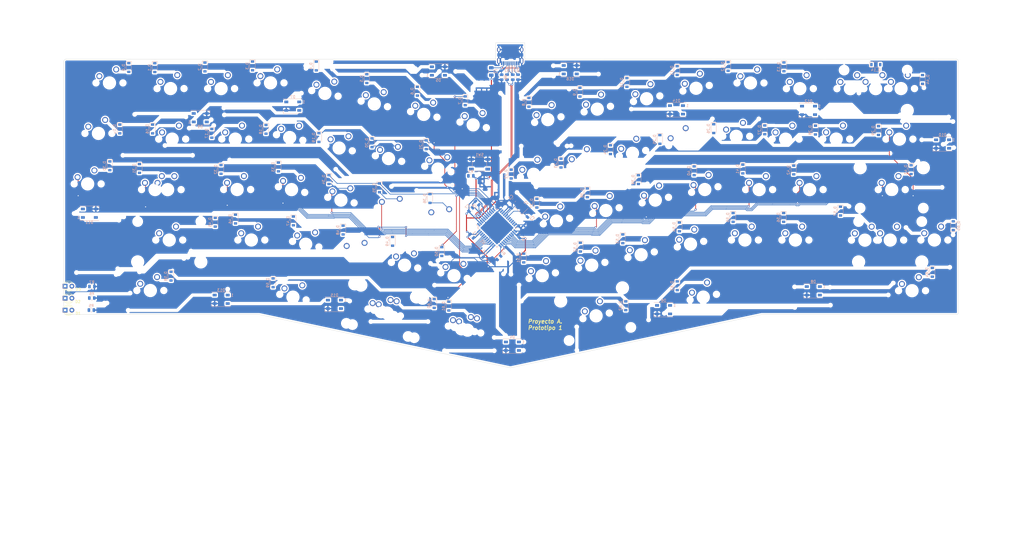
<source format=kicad_pcb>
(kicad_pcb (version 20171130) (host pcbnew "(5.1.6)-1")
  (layers (0 F.Cu signal) (31 B.Cu signal) (34 B.Paste user) (35 F.Paste user) (36 B.SilkS user) (37 F.SilkS user) (38 B.Mask user) (39 F.Mask user) (44 Edge.Cuts user))
  (net 0 "")
  (net 1 GND)
  (net 2 +5V)
  (net 3 "Net-(C2-Pad1)")
  (net 4 "Net-(C3-Pad1)")
  (net 5 "Net-(C6-Pad2)")
  (net 6 caps)
  (net 7 "Net-(D1-Pad1)")
  (net 8 "Net-(D2-Pad1)")
  (net 9 num)
  (net 10 "Net-(D3-Pad1)")
  (net 11 "Net-(D4-Pad2)")
  (net 12 UNDERGLOW)
  (net 13 "Net-(D5-Pad2)")
  (net 14 "Net-(D16-Pad2)")
  (net 15 "Net-(D6-Pad2)")
  (net 16 "Net-(D7-Pad2)")
  (net 17 "Net-(D10-Pad4)")
  (net 18 "Net-(D11-Pad4)")
  (net 19 "Net-(D10-Pad2)")
  (net 20 "Net-(D11-Pad2)")
  (net 21 "Net-(D12-Pad2)")
  (net 22 "Net-(D13-Pad2)")
  (net 23 "Net-(D14-Pad2)")
  (net 24 "Net-(D15-Pad2)")
  (net 25 "Net-(D_0-Pad2)")
  (net 26 row0)
  (net 27 "Net-(D_1-Pad2)")
  (net 28 "Net-(D_2-Pad2)")
  (net 29 "Net-(D_3-Pad2)")
  (net 30 "Net-(D_4-Pad2)")
  (net 31 "Net-(D_5-Pad2)")
  (net 32 "Net-(D_6-Pad2)")
  (net 33 "Net-(D_7-Pad2)")
  (net 34 "Net-(D_8-Pad2)")
  (net 35 "Net-(D_9-Pad2)")
  (net 36 "Net-(D_10-Pad2)")
  (net 37 "Net-(D_11-Pad2)")
  (net 38 "Net-(D_12-Pad2)")
  (net 39 "Net-(D_15-Pad2)")
  (net 40 row1)
  (net 41 "Net-(D_16-Pad2)")
  (net 42 "Net-(D_17-Pad2)")
  (net 43 "Net-(D_18-Pad2)")
  (net 44 "Net-(D_19-Pad2)")
  (net 45 "Net-(D_20-Pad2)")
  (net 46 "Net-(D_21-Pad2)")
  (net 47 "Net-(D_22-Pad2)")
  (net 48 "Net-(D_23-Pad2)")
  (net 49 "Net-(D_24-Pad2)")
  (net 50 "Net-(D_25-Pad2)")
  (net 51 "Net-(D_26-Pad2)")
  (net 52 "Net-(D_27-Pad2)")
  (net 53 "Net-(D_28-Pad2)")
  (net 54 "Net-(D_29-Pad2)")
  (net 55 "Net-(D_30-Pad2)")
  (net 56 row2)
  (net 57 "Net-(D_33-Pad2)")
  (net 58 "Net-(D_35-Pad2)")
  (net 59 "Net-(D_36-Pad2)")
  (net 60 "Net-(D_37-Pad2)")
  (net 61 "Net-(D_38-Pad2)")
  (net 62 "Net-(D_39-Pad2)")
  (net 63 "Net-(D_40-Pad2)")
  (net 64 "Net-(D_43-Pad2)")
  (net 65 "Net-(D_44-Pad2)")
  (net 66 "Net-(D_45-Pad2)")
  (net 67 row3)
  (net 68 "Net-(D_46-Pad2)")
  (net 69 "Net-(D_47-Pad2)")
  (net 70 "Net-(D_49-Pad2)")
  (net 71 "Net-(D_52-Pad2)")
  (net 72 "Net-(D_53-Pad2)")
  (net 73 "Net-(D_57-Pad2)")
  (net 74 row4)
  (net 75 "Net-(D_60-Pad2)")
  (net 76 "Net-(D_61-Pad2)")
  (net 77 "Net-(D_62-Pad2)")
  (net 78 "Net-(D_63-Pad2)")
  (net 79 "Net-(D_64-Pad2)")
  (net 80 "Net-(D_65-Pad2)")
  (net 81 VCC)
  (net 82 col0)
  (net 83 col1)
  (net 84 col2)
  (net 85 col3)
  (net 86 col4)
  (net 87 col5)
  (net 88 col6)
  (net 89 col7)
  (net 90 col8)
  (net 91 col9)
  (net 92 col10)
  (net 93 col11)
  (net 94 col12)
  (net 95 col13)
  (net 96 col14)
  (net 97 "Net-(R1-Pad2)")
  (net 98 D+)
  (net 99 "Net-(R2-Pad2)")
  (net 100 D-)
  (net 101 "Net-(R3-Pad2)")
  (net 102 "Net-(R4-Pad2)")
  (net 103 "Net-(R8-Pad2)")
  (net 104 "Net-(R9-Pad2)")
  (net 105 "Net-(U1-Pad42)")
  (net 106 "Net-(USB1-Pad3)")
  (net 107 "Net-(USB1-Pad9)")
  (net 108 "Net-('1-Pad2)")
  (net 109 "Net-(,<1-Pad2)")
  (net 110 "Net-(.>1-Pad2)")
  (net 111 "Net-(/1-Pad2)")
  (net 112 "Net-(;1-Pad2)")
  (net 113 "Net-(=+1-Pad2)")
  (net 114 "Net-(A1-Pad2)")
  (net 115 "Net-(ALT1-Pad2)")
  (net 116 "Net-(B1-Pad2)")
  (net 117 "Net-(B2-Pad2)")
  (net 118 "Net-(C8-Pad2)")
  (net 119 "Net-(CAPS1-Pad2)")
  (net 120 "Net-(CTRL1-Pad2)")
  (net 121 "Net-(D18-Pad2)")
  (net 122 "Net-(BACKSPACE1-Pad2)")
  (net 123 scrol)
  (net 124 "Net-(U1-Pad21)")
  (net 125 "Net-(U1-Pad20)")
  (net 126 "Net-(U1-Pad19)")
  (net 127 "Net-(U1-Pad18)")
  (module Diode_SMD:D_SOD-123 (layer B.Cu) (at 294.1774 79.567 270)
    (fp_text reference D_63 (at 0 2 90) (layer B.SilkS) (effects (justify mirror)))
    (fp_text value D)
    (pad 2 smd rect (at 1.65 0 270) (size 0.9 1.2) (layers B.Cu B.Paste B.Mask) (net 78 "Net-(D_63-Pad2)"))
    (pad 1 smd rect (at -1.65 0 270) (size 0.9 1.2) (layers B.Cu B.Paste B.Mask) (net 74 row4))
  )
  (module Resistor_SMD:R_0805_2012Metric (layer B.Cu) (at 73.45 84.2 180)
    (fp_text reference R6 (at 0 1.65) (layer B.SilkS) (effects (justify mirror)))
    (fp_text value 1k)
    (pad 2 smd roundrect (at 0.9375 0 180) (size 0.975 1.4) (layers B.Cu B.Paste B.Mask) (net 8 "Net-(D2-Pad1)"))
    (pad 1 smd roundrect (at -0.9375 0 180) (size 0.975 1.4) (layers B.Cu B.Paste B.Mask) (net 1 GND))
  )
  (module LED_THT:LED_D3.0mm (layer F.Cu) (at 63.4 84.26)
    (fp_text reference D2 (at 4.8 1.31) (layer F.SilkS))
    (fp_text value Scrol)
    (pad 2 thru_hole circle (at 2.54 0) (size 1.8 1.8) (drill 0.9) (layers *.Cu *.Mask) (net 123 scrol))
    (pad 1 thru_hole rect (at 0 0) (size 1.8 1.8) (drill 0.9) (layers *.Cu *.Mask) (net 8 "Net-(D2-Pad1)"))
  )
  (module LED_THT:LED_D3.0mm (layer F.Cu) (at 63.3974 79.717)
    (fp_text reference D3 (at 4.95 1.18) (layer F.SilkS))
    (fp_text value num)
    (pad 2 thru_hole circle (at 2.54 0) (size 1.8 1.8) (drill 0.9) (layers *.Cu *.Mask) (net 9 num))
    (pad 1 thru_hole rect (at 0 0) (size 1.8 1.8) (drill 0.9) (layers *.Cu *.Mask) (net 10 "Net-(D3-Pad1)"))
  )
  (module Capacitor_SMD:C_0805_2012Metric (layer B.Cu) (at 216.3274 50.787 45)
    (fp_text reference C7 (at -0.052449 -1.65463 225) (layer B.SilkS) (effects (justify mirror)))
    (fp_text value 100uf)
    (pad 2 smd roundrect (at 0.9375 0 45) (size 0.975 1.4) (layers B.Cu B.Paste B.Mask) (net 1 GND))
    (pad 1 smd roundrect (at -0.9375 0 45) (size 0.975 1.4) (layers B.Cu B.Paste B.Mask) (net 2 +5V))
  )
  (module Type-C:HRO-TYPE-C-31-M-12-jlc (layer B.Cu) (at 231.21 -12.12)
    (fp_text reference USB1 (at 0 9.25) (layer B.SilkS) (effects (justify mirror)))
    (fp_text value HRO-TYPE-C-31-M-12)
    (pad 12 smd rect (at 3.225 7.695) (size 0.575 1.45) (layers B.Cu B.Paste B.Mask) (net 1 GND))
    (pad 1 smd rect (at -3.225 7.695) (size 0.575 1.45) (layers B.Cu B.Paste B.Mask) (net 1 GND))
    (pad 11 smd rect (at 2.45 7.695) (size 0.575 1.45) (layers B.Cu B.Paste B.Mask) (net 81 VCC))
    (pad 2 smd rect (at -2.45 7.695) (size 0.575 1.45) (layers B.Cu B.Paste B.Mask) (net 81 VCC))
    (pad 3 smd rect (at -1.75 7.695) (size 0.3 1.45) (layers B.Cu B.Paste B.Mask) (net 106 "Net-(USB1-Pad3)"))
    (pad 10 smd rect (at 1.75 7.695) (size 0.3 1.45) (layers B.Cu B.Paste B.Mask) (net 104 "Net-(R9-Pad2)"))
    (pad 4 smd rect (at -1.25 7.695) (size 0.3 1.45) (layers B.Cu B.Paste B.Mask) (net 103 "Net-(R8-Pad2)"))
    (pad 9 smd rect (at 1.25 7.695) (size 0.3 1.45) (layers B.Cu B.Paste B.Mask) (net 107 "Net-(USB1-Pad9)"))
    (pad 5 smd rect (at -0.75 7.695) (size 0.3 1.45) (layers B.Cu B.Paste B.Mask) (net 99 "Net-(R2-Pad2)"))
    (pad 8 smd rect (at 0.75 7.695) (size 0.3 1.45) (layers B.Cu B.Paste B.Mask) (net 97 "Net-(R1-Pad2)"))
    (pad 7 smd rect (at 0.25 7.695) (size 0.3 1.45) (layers B.Cu B.Paste B.Mask) (net 99 "Net-(R2-Pad2)"))
    (pad 6 smd rect (at -0.25 7.695) (size 0.3 1.45) (layers B.Cu B.Paste B.Mask) (net 97 "Net-(R1-Pad2)"))
    (pad "" np_thru_hole circle (at 2.89 6.25) (size 0.65 0.65) (drill 0.65) (layers *.Cu *.Mask))
    (pad "" np_thru_hole circle (at -2.89 6.25) (size 0.65 0.65) (drill 0.65) (layers *.Cu *.Mask))
    (pad 13 thru_hole oval (at -4.32 6.78) (size 1.2 2.3) (drill oval 0.6 1.7) (layers *.Cu *.Mask) (net 1 GND))
    (pad 13 thru_hole oval (at 4.32 6.78) (size 1.2 2.3) (drill oval 0.6 1.7) (layers *.Cu *.Mask) (net 1 GND))
    (pad 13 thru_hole oval (at -4.32 2.6) (size 1.2 1.8) (drill oval 0.6 1.2) (layers *.Cu *.Mask) (net 1 GND))
    (pad 13 thru_hole oval (at 4.32 2.6) (size 1.2 1.8) (drill oval 0.6 1.2) (layers *.Cu *.Mask) (net 1 GND))
  )
  (module Diode_SMD:D_SOD-123 (layer B.Cu) (at 300.557528 36.170961 270)
    (fp_text reference D_40 (at 0 2 270) (layer B.SilkS) (effects (justify mirror)))
    (fp_text value D)
    (pad 2 smd rect (at 1.65 0 270) (size 0.9 1.2) (layers B.Cu B.Paste B.Mask) (net 63 "Net-(D_40-Pad2)"))
    (pad 1 smd rect (at -1.65 0 270) (size 0.9 1.2) (layers B.Cu B.Paste B.Mask) (net 56 row2))
  )
  (module MX_Only:MXOnly-1U-NoLED (layer F.Cu) (at 378.55188 5.15168)
    (fp_text reference SPLIT_BKS1)
    (fp_text value sbbackspace2)
    (pad 2 thru_hole circle (at 2.54 -5.08) (size 2.25 2.25) (drill 1.47) (layers *.Cu B.Mask) (net 65 "Net-(D_44-Pad2)"))
    (pad "" np_thru_hole circle (at 0 0) (size 3.9878 3.9878) (drill 3.9878) (layers *.Cu *.Mask))
    (pad 1 thru_hole circle (at -3.81 -2.54) (size 2.25 2.25) (drill 1.47) (layers *.Cu B.Mask) (net 96 col14))
    (pad "" np_thru_hole circle (at -5.08 0 48.0996) (size 1.75 1.75) (drill 1.75) (layers *.Cu *.Mask))
    (pad "" np_thru_hole circle (at 5.08 0 48.0996) (size 1.75 1.75) (drill 1.75) (layers *.Cu *.Mask))
  )
  (module Diode_SMD:D_SOD-123 (layer B.Cu) (at 386.67 1.7 90)
    (fp_text reference D_44 (at 0 2 270) (layer B.SilkS) (effects (justify mirror)))
    (fp_text value D)
    (pad 2 smd rect (at 1.65 0 90) (size 0.9 1.2) (layers B.Cu B.Paste B.Mask) (net 65 "Net-(D_44-Pad2)"))
    (pad 1 smd rect (at -1.65 0 90) (size 0.9 1.2) (layers B.Cu B.Paste B.Mask) (net 56 row2))
  )
  (module Crystal:Crystal_SMD_3225-4Pin_3.2x2.5mm (layer B.Cu) (at 235.378542 50.050223 135)
    (fp_text reference Y1 (at 0 2.45 135) (layer B.SilkS) (effects (justify mirror)))
    (fp_text value 16MHZ)
    (pad 4 smd rect (at -1.1 0.85 135) (size 1.4 1.2) (layers B.Cu B.Paste B.Mask) (net 1 GND))
    (pad 3 smd rect (at 1.1 0.85 135) (size 1.4 1.2) (layers B.Cu B.Paste B.Mask) (net 4 "Net-(C3-Pad1)"))
    (pad 2 smd rect (at 1.1 -0.85 135) (size 1.4 1.2) (layers B.Cu B.Paste B.Mask) (net 1 GND))
    (pad 1 smd rect (at -1.1 -0.85 135) (size 1.4 1.2) (layers B.Cu B.Paste B.Mask) (net 3 "Net-(C2-Pad1)"))
  )
  (module Package_QFP:TQFP-44_10x10mm_P0.8mm (layer B.Cu) (at 226.20776 57.72968 315)
    (fp_text reference U1 (at 0 7.45 135) (layer B.SilkS) (effects (justify mirror)))
    (fp_text value ATmega32U4-AU)
    (pad 44 smd rect (at -4 5.7 225) (size 1.5 0.55) (layers B.Cu B.Paste B.Mask) (net 2 +5V))
    (pad 43 smd rect (at -3.2 5.7 225) (size 1.5 0.55) (layers B.Cu B.Paste B.Mask) (net 1 GND))
    (pad 42 smd rect (at -2.4 5.7 225) (size 1.5 0.55) (layers B.Cu B.Paste B.Mask) (net 105 "Net-(U1-Pad42)"))
    (pad 41 smd rect (at -1.6 5.7 225) (size 1.5 0.55) (layers B.Cu B.Paste B.Mask) (net 87 col5))
    (pad 40 smd rect (at -0.8 5.7 225) (size 1.5 0.55) (layers B.Cu B.Paste B.Mask) (net 86 col4))
    (pad 39 smd rect (at 0 5.7 225) (size 1.5 0.55) (layers B.Cu B.Paste B.Mask) (net 85 col3))
    (pad 38 smd rect (at 0.8 5.7 225) (size 1.5 0.55) (layers B.Cu B.Paste B.Mask) (net 84 col2))
    (pad 37 smd rect (at 1.6 5.7 225) (size 1.5 0.55) (layers B.Cu B.Paste B.Mask) (net 83 col1))
    (pad 36 smd rect (at 2.4 5.7 225) (size 1.5 0.55) (layers B.Cu B.Paste B.Mask) (net 82 col0))
    (pad 35 smd rect (at 3.2 5.7 225) (size 1.5 0.55) (layers B.Cu B.Paste B.Mask) (net 1 GND))
    (pad 34 smd rect (at 4 5.7 225) (size 1.5 0.55) (layers B.Cu B.Paste B.Mask) (net 2 +5V))
    (pad 33 smd rect (at 5.7 4 315) (size 1.5 0.55) (layers B.Cu B.Paste B.Mask) (net 102 "Net-(R4-Pad2)"))
    (pad 32 smd rect (at 5.7 3.2 315) (size 1.5 0.55) (layers B.Cu B.Paste B.Mask) (net 88 col6))
    (pad 31 smd rect (at 5.7 2.4 315) (size 1.5 0.55) (layers B.Cu B.Paste B.Mask) (net 96 col14))
    (pad 30 smd rect (at 5.7 1.6 315) (size 1.5 0.55) (layers B.Cu B.Paste B.Mask) (net 95 col13))
    (pad 29 smd rect (at 5.7 0.8 315) (size 1.5 0.55) (layers B.Cu B.Paste B.Mask) (net 94 col12))
    (pad 28 smd rect (at 5.7 0 315) (size 1.5 0.55) (layers B.Cu B.Paste B.Mask) (net 93 col11))
    (pad 27 smd rect (at 5.7 -0.8 315) (size 1.5 0.55) (layers B.Cu B.Paste B.Mask) (net 92 col10))
    (pad 26 smd rect (at 5.7 -1.6 315) (size 1.5 0.55) (layers B.Cu B.Paste B.Mask) (net 91 col9))
    (pad 25 smd rect (at 5.7 -2.4 315) (size 1.5 0.55) (layers B.Cu B.Paste B.Mask) (net 90 col8))
    (pad 24 smd rect (at 5.7 -3.2 315) (size 1.5 0.55) (layers B.Cu B.Paste B.Mask) (net 2 +5V))
    (pad 23 smd rect (at 5.7 -4 315) (size 1.5 0.55) (layers B.Cu B.Paste B.Mask) (net 1 GND))
    (pad 22 smd rect (at 4 -5.7 225) (size 1.5 0.55) (layers B.Cu B.Paste B.Mask) (net 89 col7))
    (pad 21 smd rect (at 3.2 -5.7 225) (size 1.5 0.55) (layers B.Cu B.Paste B.Mask) (net 124 "Net-(U1-Pad21)"))
    (pad 20 smd rect (at 2.4 -5.7 225) (size 1.5 0.55) (layers B.Cu B.Paste B.Mask) (net 125 "Net-(U1-Pad20)"))
    (pad 19 smd rect (at 1.6 -5.7 225) (size 1.5 0.55) (layers B.Cu B.Paste B.Mask) (net 126 "Net-(U1-Pad19)"))
    (pad 18 smd rect (at 0.8 -5.7 225) (size 1.5 0.55) (layers B.Cu B.Paste B.Mask) (net 127 "Net-(U1-Pad18)"))
    (pad 17 smd rect (at 0 -5.7 225) (size 1.5 0.55) (layers B.Cu B.Paste B.Mask) (net 3 "Net-(C2-Pad1)"))
    (pad 16 smd rect (at -0.8 -5.7 225) (size 1.5 0.55) (layers B.Cu B.Paste B.Mask) (net 4 "Net-(C3-Pad1)"))
    (pad 15 smd rect (at -1.6 -5.7 225) (size 1.5 0.55) (layers B.Cu B.Paste B.Mask) (net 1 GND))
    (pad 14 smd rect (at -2.4 -5.7 225) (size 1.5 0.55) (layers B.Cu B.Paste B.Mask) (net 2 +5V))
    (pad 13 smd rect (at -3.2 -5.7 225) (size 1.5 0.55) (layers B.Cu B.Paste B.Mask) (net 101 "Net-(R3-Pad2)"))
    (pad 12 smd rect (at -4 -5.7 225) (size 1.5 0.55) (layers B.Cu B.Paste B.Mask) (net 74 row4))
    (pad 11 smd rect (at -5.7 -4 315) (size 1.5 0.55) (layers B.Cu B.Paste B.Mask) (net 26 row0))
    (pad 10 smd rect (at -5.7 -3.2 315) (size 1.5 0.55) (layers B.Cu B.Paste B.Mask) (net 40 row1))
    (pad 9 smd rect (at -5.7 -2.4 315) (size 1.5 0.55) (layers B.Cu B.Paste B.Mask) (net 56 row2))
    (pad 8 smd rect (at -5.7 -1.6 315) (size 1.5 0.55) (layers B.Cu B.Paste B.Mask) (net 67 row3))
    (pad 7 smd rect (at -5.7 -0.8 315) (size 1.5 0.55) (layers B.Cu B.Paste B.Mask) (net 2 +5V))
    (pad 6 smd rect (at -5.7 0 315) (size 1.5 0.55) (layers B.Cu B.Paste B.Mask) (net 5 "Net-(C6-Pad2)"))
    (pad 5 smd rect (at -5.7 0.8 315) (size 1.5 0.55) (layers B.Cu B.Paste B.Mask) (net 1 GND))
    (pad 4 smd rect (at -5.7 1.6 315) (size 1.5 0.55) (layers B.Cu B.Paste B.Mask) (net 98 D+))
    (pad 3 smd rect (at -5.7 2.4 315) (size 1.5 0.55) (layers B.Cu B.Paste B.Mask) (net 100 D-))
    (pad 2 smd rect (at -5.7 3.2 315) (size 1.5 0.55) (layers B.Cu B.Paste B.Mask) (net 2 +5V))
    (pad 1 smd rect (at -5.7 4 315) (size 1.5 0.55) (layers B.Cu B.Paste B.Mask) (net 12 UNDERGLOW))
  )
  (module Button_Switch_SMD:SW_SPST_SKQG_WithStem (layer B.Cu) (at 219.65 33.7 180)
    (fp_text reference SW1 (at 0 3.6) (layer B.SilkS) (effects (justify mirror)))
    (fp_text value SW_Push)
    (pad 2 smd rect (at 3.1 -1.85 180) (size 1.8 1.1) (layers B.Cu B.Paste B.Mask) (net 101 "Net-(R3-Pad2)"))
    (pad 2 smd rect (at -3.1 -1.85 180) (size 1.8 1.1) (layers B.Cu B.Paste B.Mask) (net 101 "Net-(R3-Pad2)"))
    (pad 1 smd rect (at 3.1 1.85 180) (size 1.8 1.1) (layers B.Cu B.Paste B.Mask) (net 1 GND))
    (pad 1 smd rect (at -3.1 1.85 180) (size 1.8 1.1) (layers B.Cu B.Paste B.Mask) (net 1 GND))
  )
  (module Resistor_SMD:R_0805_2012Metric (layer B.Cu) (at 234.15 0.8375 90)
    (fp_text reference R9 (at 2.8 0.1 90) (layer B.SilkS) (effects (justify mirror)))
    (fp_text value 5k1)
    (pad 2 smd roundrect (at 0.9375 0 90) (size 0.975 1.4) (layers B.Cu B.Paste B.Mask) (net 104 "Net-(R9-Pad2)"))
    (pad 1 smd roundrect (at -0.9375 0 90) (size 0.975 1.4) (layers B.Cu B.Paste B.Mask) (net 1 GND))
  )
  (module Resistor_SMD:R_0805_2012Metric (layer B.Cu) (at 227.95 0.8625 90)
    (fp_text reference R8 (at 0 1.65 90) (layer B.SilkS) (effects (justify mirror)))
    (fp_text value 5k1)
    (pad 2 smd roundrect (at 0.9375 0 90) (size 0.975 1.4) (layers B.Cu B.Paste B.Mask) (net 103 "Net-(R8-Pad2)"))
    (pad 1 smd roundrect (at -0.9375 0 90) (size 0.975 1.4) (layers B.Cu B.Paste B.Mask) (net 1 GND))
  )
  (module Resistor_SMD:R_0805_2012Metric (layer B.Cu) (at 73.5 79.85 180)
    (fp_text reference R7 (at 0 1.65) (layer B.SilkS) (effects (justify mirror)))
    (fp_text value 1k)
    (pad 2 smd roundrect (at 0.9375 0 180) (size 0.975 1.4) (layers B.Cu B.Paste B.Mask) (net 10 "Net-(D3-Pad1)"))
    (pad 1 smd roundrect (at -0.9375 0 180) (size 0.975 1.4) (layers B.Cu B.Paste B.Mask) (net 1 GND))
  )
  (module Resistor_SMD:R_0805_2012Metric (layer B.Cu) (at 73.292499 88.75 180)
    (fp_text reference R5 (at 0 1.65) (layer B.SilkS) (effects (justify mirror)))
    (fp_text value 1k)
    (pad 2 smd roundrect (at 0.9375 0 180) (size 0.975 1.4) (layers B.Cu B.Paste B.Mask) (net 7 "Net-(D1-Pad1)"))
    (pad 1 smd roundrect (at -0.9375 0 180) (size 0.975 1.4) (layers B.Cu B.Paste B.Mask) (net 1 GND))
  )
  (module Resistor_SMD:R_0805_2012Metric (layer B.Cu) (at 226.9274 68.987 45)
    (fp_text reference R4 (at 2.4125 -0.15 315) (layer B.SilkS) (effects (justify mirror)))
    (fp_text value 10k)
    (pad 2 smd roundrect (at 0.9375 0 45) (size 0.975 1.4) (layers B.Cu B.Paste B.Mask) (net 102 "Net-(R4-Pad2)"))
    (pad 1 smd roundrect (at -0.9375 0 45) (size 0.975 1.4) (layers B.Cu B.Paste B.Mask) (net 1 GND))
  )
  (module Resistor_SMD:R_0805_2012Metric (layer B.Cu) (at 216.364901 38.087 180)
    (fp_text reference R3 (at 0 1.65) (layer B.SilkS) (effects (justify mirror)))
    (fp_text value R_Small)
    (pad 2 smd roundrect (at 0.9375 0 180) (size 0.975 1.4) (layers B.Cu B.Paste B.Mask) (net 101 "Net-(R3-Pad2)"))
    (pad 1 smd roundrect (at -0.9375 0 180) (size 0.975 1.4) (layers B.Cu B.Paste B.Mask) (net 2 +5V))
  )
  (module Resistor_SMD:R_0805_2012Metric (layer B.Cu) (at 230 0.8375 90)
    (fp_text reference R2 (at 2.407499 -0.025 180) (layer B.SilkS) (effects (justify mirror)))
    (fp_text value 22)
    (pad 2 smd roundrect (at 0.9375 0 90) (size 0.975 1.4) (layers B.Cu B.Paste B.Mask) (net 99 "Net-(R2-Pad2)"))
    (pad 1 smd roundrect (at -0.9375 0 90) (size 0.975 1.4) (layers B.Cu B.Paste B.Mask) (net 100 D-))
  )
  (module Resistor_SMD:R_0805_2012Metric (layer B.Cu) (at 232.16 0.8475 90)
    (fp_text reference R1 (at 2.3475 0.125 180) (layer B.SilkS) (effects (justify mirror)))
    (fp_text value 22)
    (pad 2 smd roundrect (at 0.9375 0 90) (size 0.975 1.4) (layers B.Cu B.Paste B.Mask) (net 97 "Net-(R1-Pad2)"))
    (pad 1 smd roundrect (at -0.9375 0 90) (size 0.975 1.4) (layers B.Cu B.Paste B.Mask) (net 98 D+))
  )
  (module MX_Only:MXOnly-1U-NoLED (layer F.Cu) (at 215.12 96.32 348)
    (fp_text reference FUNC1)
    (fp_text value func1)
    (pad 2 thru_hole circle (at 2.54 -5.08 348) (size 2.25 2.25) (drill 1.47) (layers *.Cu B.Mask) (net 76 "Net-(D_61-Pad2)"))
    (pad "" np_thru_hole circle (at 0 0 348) (size 3.9878 3.9878) (drill 3.9878) (layers *.Cu *.Mask))
    (pad 1 thru_hole circle (at -3.81 -2.54 348) (size 2.25 2.25) (drill 1.47) (layers *.Cu B.Mask) (net 88 col6))
    (pad "" np_thru_hole circle (at -5.08 0 36.0996) (size 1.75 1.75) (drill 1.75) (layers *.Cu *.Mask))
    (pad "" np_thru_hole circle (at 5.08 0 36.0996) (size 1.75 1.75) (drill 1.75) (layers *.Cu *.Mask))
  )
  (module MX_Only:MXOnly-2.25U-ReversedStabilizers-NoLED (layer F.Cu) (at 184.82354 89.87084 348)
    (fp_text reference lgui1)
    (fp_text value lgui)
    (pad 2 thru_hole circle (at 2.54 -5.08 348) (size 2.25 2.25) (drill 1.47) (layers *.Cu B.Mask) (net 75 "Net-(D_60-Pad2)"))
    (pad "" np_thru_hole circle (at 0 0 348) (size 3.9878 3.9878) (drill 3.9878) (layers *.Cu *.Mask))
    (pad 1 thru_hole circle (at -3.81 -2.54 348) (size 2.25 2.25) (drill 1.47) (layers *.Cu B.Mask) (net 86 col4))
    (pad "" np_thru_hole circle (at -5.08 0 36.0996) (size 1.75 1.75) (drill 1.75) (layers *.Cu *.Mask))
    (pad "" np_thru_hole circle (at 5.08 0 36.0996) (size 1.75 1.75) (drill 1.75) (layers *.Cu *.Mask))
    (pad "" np_thru_hole circle (at -11.90625 6.985 348) (size 3.048 3.048) (drill 3.048) (layers *.Cu *.Mask))
    (pad "" np_thru_hole circle (at 11.90625 6.985 348) (size 3.048 3.048) (drill 3.048) (layers *.Cu *.Mask))
    (pad "" np_thru_hole circle (at -11.90625 -8.255 348) (size 3.9878 3.9878) (drill 3.9878) (layers *.Cu *.Mask))
    (pad "" np_thru_hole circle (at 11.90625 -8.255 348) (size 3.9878 3.9878) (drill 3.9878) (layers *.Cu *.Mask))
  )
  (module MX_Only:MXOnly-2.75U-NoLED (layer F.Cu) (at 374.4701 62.32454)
    (fp_text reference RSHIFT2)
    (fp_text value rshift2)
    (pad 2 thru_hole circle (at 2.54 -5.08) (size 2.25 2.25) (drill 1.47) (layers *.Cu B.Mask) (net 95 col13))
    (pad "" np_thru_hole circle (at 0 0) (size 3.9878 3.9878) (drill 3.9878) (layers *.Cu *.Mask))
    (pad 1 thru_hole circle (at -3.81 -2.54) (size 2.25 2.25) (drill 1.47) (layers *.Cu B.Mask) (net 73 "Net-(D_57-Pad2)"))
    (pad "" np_thru_hole circle (at -5.08 0 48.0996) (size 1.75 1.75) (drill 1.75) (layers *.Cu *.Mask))
    (pad "" np_thru_hole circle (at 5.08 0 48.0996) (size 1.75 1.75) (drill 1.75) (layers *.Cu *.Mask))
    (pad "" np_thru_hole circle (at -11.90625 -6.985) (size 3.048 3.048) (drill 3.048) (layers *.Cu *.Mask))
    (pad "" np_thru_hole circle (at 11.90625 -6.985) (size 3.048 3.048) (drill 3.048) (layers *.Cu *.Mask))
    (pad "" np_thru_hole circle (at -11.90625 8.255) (size 3.9878 3.9878) (drill 3.9878) (layers *.Cu *.Mask))
    (pad "" np_thru_hole circle (at 11.90625 8.255) (size 3.9878 3.9878) (drill 3.9878) (layers *.Cu *.Mask))
  )
  (module MX_Only:MXOnly-1U-NoLED (layer F.Cu) (at 97.3 43.27)
    (fp_text reference CAPS2)
    (fp_text value stcaps)
    (pad 2 thru_hole circle (at 2.54 -5.08) (size 2.25 2.25) (drill 1.47) (layers *.Cu B.Mask) (net 119 "Net-(CAPS1-Pad2)"))
    (pad "" np_thru_hole circle (at 0 0) (size 3.9878 3.9878) (drill 3.9878) (layers *.Cu *.Mask))
    (pad 1 thru_hole circle (at -3.81 -2.54) (size 2.25 2.25) (drill 1.47) (layers *.Cu B.Mask) (net 83 col1))
    (pad "" np_thru_hole circle (at -5.08 0 48.0996) (size 1.75 1.75) (drill 1.75) (layers *.Cu *.Mask))
    (pad "" np_thru_hole circle (at 5.08 0 48.0996) (size 1.75 1.75) (drill 1.75) (layers *.Cu *.Mask))
  )
  (module MX_Only:MXOnly-2U-NoLED (layer F.Cu) (at 368.99 5.17)
    (fp_text reference BACKSPACE1)
    (fp_text value backspace)
    (pad 2 thru_hole circle (at 2.54 -5.08) (size 2.25 2.25) (drill 1.47) (layers *.Cu B.Mask) (net 122 "Net-(BACKSPACE1-Pad2)"))
    (pad "" np_thru_hole circle (at 0 0) (size 3.9878 3.9878) (drill 3.9878) (layers *.Cu *.Mask))
    (pad 1 thru_hole circle (at -3.81 -2.54) (size 2.25 2.25) (drill 1.47) (layers *.Cu B.Mask) (net 96 col14))
    (pad "" np_thru_hole circle (at -5.08 0 48.0996) (size 1.75 1.75) (drill 1.75) (layers *.Cu *.Mask))
    (pad "" np_thru_hole circle (at 5.08 0 48.0996) (size 1.75 1.75) (drill 1.75) (layers *.Cu *.Mask))
    (pad "" np_thru_hole circle (at -11.90625 -6.985) (size 3.048 3.048) (drill 3.048) (layers *.Cu *.Mask))
    (pad "" np_thru_hole circle (at 11.90625 -6.985) (size 3.048 3.048) (drill 3.048) (layers *.Cu *.Mask))
    (pad "" np_thru_hole circle (at -11.90625 8.255) (size 3.9878 3.9878) (drill 3.9878) (layers *.Cu *.Mask))
    (pad "" np_thru_hole circle (at 11.90625 8.255) (size 3.9878 3.9878) (drill 3.9878) (layers *.Cu *.Mask))
  )
  (module MX_Only:MXOnly-1U-NoLED (layer F.Cu) (at 391.13 62.3)
    (fp_text reference FUNCT1)
    (fp_text value FUNC3)
    (pad 2 thru_hole circle (at 2.54 -5.08) (size 2.25 2.25) (drill 1.47) (layers *.Cu B.Mask) (net 80 "Net-(D_65-Pad2)"))
    (pad "" np_thru_hole circle (at 0 0) (size 3.9878 3.9878) (drill 3.9878) (layers *.Cu *.Mask))
    (pad 1 thru_hole circle (at -3.81 -2.54) (size 2.25 2.25) (drill 1.47) (layers *.Cu B.Mask) (net 95 col13))
    (pad "" np_thru_hole circle (at -5.08 0 48.0996) (size 1.75 1.75) (drill 1.75) (layers *.Cu *.Mask))
    (pad "" np_thru_hole circle (at 5.08 0 48.0996) (size 1.75 1.75) (drill 1.75) (layers *.Cu *.Mask))
  )
  (module MX_Only:MXOnly-1.5U-NoLED (layer F.Cu) (at 382.71 81.43)
    (fp_text reference RCTL1)
    (fp_text value RCTRL)
    (pad 2 thru_hole circle (at 2.54 -5.08) (size 2.25 2.25) (drill 1.47) (layers *.Cu B.Mask) (net 79 "Net-(D_64-Pad2)"))
    (pad "" np_thru_hole circle (at 0 0) (size 3.9878 3.9878) (drill 3.9878) (layers *.Cu *.Mask))
    (pad 1 thru_hole circle (at -3.81 -2.54) (size 2.25 2.25) (drill 1.47) (layers *.Cu B.Mask) (net 94 col12))
    (pad "" np_thru_hole circle (at -5.08 0 48.0996) (size 1.75 1.75) (drill 1.75) (layers *.Cu *.Mask))
    (pad "" np_thru_hole circle (at 5.08 0 48.0996) (size 1.75 1.75) (drill 1.75) (layers *.Cu *.Mask))
  )
  (module MX_Only:MXOnly-1.5U-NoLED (layer F.Cu) (at 303.9974 83.847 12)
    (fp_text reference RALT1)
    (fp_text value ralt)
    (pad 2 thru_hole circle (at 2.54 -5.08 12) (size 2.25 2.25) (drill 1.47) (layers *.Cu B.Mask) (net 78 "Net-(D_63-Pad2)"))
    (pad "" np_thru_hole circle (at 0 0 12) (size 3.9878 3.9878) (drill 3.9878) (layers *.Cu *.Mask))
    (pad 1 thru_hole circle (at -3.81 -2.54 12) (size 2.25 2.25) (drill 1.47) (layers *.Cu B.Mask) (net 92 col10))
    (pad "" np_thru_hole circle (at -5.08 0 60.0996) (size 1.75 1.75) (drill 1.75) (layers *.Cu *.Mask))
    (pad "" np_thru_hole circle (at 5.08 0 60.0996) (size 1.75 1.75) (drill 1.75) (layers *.Cu *.Mask))
  )
  (module MX_Only:MXOnly-2.75U-ReversedStabilizers-NoLED (layer F.Cu) (at 263.59148 90.9224 12)
    (fp_text reference space2)
    (fp_text value KEYSW)
    (pad 2 thru_hole circle (at 2.54 -5.08 12) (size 2.25 2.25) (drill 1.47) (layers *.Cu B.Mask) (net 77 "Net-(D_62-Pad2)"))
    (pad "" np_thru_hole circle (at 0 0 12) (size 3.9878 3.9878) (drill 3.9878) (layers *.Cu *.Mask))
    (pad 1 thru_hole circle (at -3.81 -2.54 12) (size 2.25 2.25) (drill 1.47) (layers *.Cu B.Mask) (net 90 col8))
    (pad "" np_thru_hole circle (at -5.08 0 60.0996) (size 1.75 1.75) (drill 1.75) (layers *.Cu *.Mask))
    (pad "" np_thru_hole circle (at 5.08 0 60.0996) (size 1.75 1.75) (drill 1.75) (layers *.Cu *.Mask))
    (pad "" np_thru_hole circle (at -11.90625 6.985 12) (size 3.048 3.048) (drill 3.048) (layers *.Cu *.Mask))
    (pad "" np_thru_hole circle (at 11.90625 6.985 12) (size 3.048 3.048) (drill 3.048) (layers *.Cu *.Mask))
    (pad "" np_thru_hole circle (at -11.90625 -8.255 12) (size 3.9878 3.9878) (drill 3.9878) (layers *.Cu *.Mask))
    (pad "" np_thru_hole circle (at 11.90625 -8.255 12) (size 3.9878 3.9878) (drill 3.9878) (layers *.Cu *.Mask))
  )
  (module MX_Only:MXOnly-1.25U-NoLED (layer F.Cu) (at 212.83 95.83 348)
    (fp_text reference FUNC2)
    (fp_text value func1-2)
    (pad 2 thru_hole circle (at 2.54 -5.08 348) (size 2.25 2.25) (drill 1.47) (layers *.Cu B.Mask) (net 76 "Net-(D_61-Pad2)"))
    (pad "" np_thru_hole circle (at 0 0 348) (size 3.9878 3.9878) (drill 3.9878) (layers *.Cu *.Mask))
    (pad 1 thru_hole circle (at -3.81 -2.54 348) (size 2.25 2.25) (drill 1.47) (layers *.Cu B.Mask) (net 88 col6))
    (pad "" np_thru_hole circle (at -5.08 0 36.0996) (size 1.75 1.75) (drill 1.75) (layers *.Cu *.Mask))
    (pad "" np_thru_hole circle (at 5.08 0 36.0996) (size 1.75 1.75) (drill 1.75) (layers *.Cu *.Mask))
  )
  (module MX_Only:MXOnly-2U-ReversedStabilizers-NoLED (layer F.Cu) (at 182.53 89.39 348)
    (fp_text reference SPCE2)
    (fp_text value lgui2)
    (pad 2 thru_hole circle (at 2.54 -5.08 348) (size 2.25 2.25) (drill 1.47) (layers *.Cu B.Mask) (net 75 "Net-(D_60-Pad2)"))
    (pad "" np_thru_hole circle (at 0 0 348) (size 3.9878 3.9878) (drill 3.9878) (layers *.Cu *.Mask))
    (pad 1 thru_hole circle (at -3.81 -2.54 348) (size 2.25 2.25) (drill 1.47) (layers *.Cu B.Mask) (net 86 col4))
    (pad "" np_thru_hole circle (at -5.08 0 36.0996) (size 1.75 1.75) (drill 1.75) (layers *.Cu *.Mask))
    (pad "" np_thru_hole circle (at 5.08 0 36.0996) (size 1.75 1.75) (drill 1.75) (layers *.Cu *.Mask))
    (pad "" np_thru_hole circle (at -11.90625 6.985 348) (size 3.048 3.048) (drill 3.048) (layers *.Cu *.Mask))
    (pad "" np_thru_hole circle (at 11.90625 6.985 348) (size 3.048 3.048) (drill 3.048) (layers *.Cu *.Mask))
    (pad "" np_thru_hole circle (at -11.90625 -8.255 348) (size 3.9878 3.9878) (drill 3.9878) (layers *.Cu *.Mask))
    (pad "" np_thru_hole circle (at 11.90625 -8.255 348) (size 3.9878 3.9878) (drill 3.9878) (layers *.Cu *.Mask))
  )
  (module MX_Only:MXOnly-1.5U-NoLED (layer F.Cu) (at 149.2874 83.857 348)
    (fp_text reference ALT1)
    (fp_text value lalt)
    (pad 2 thru_hole circle (at 2.54 -5.08 348) (size 2.25 2.25) (drill 1.47) (layers *.Cu B.Mask) (net 115 "Net-(ALT1-Pad2)"))
    (pad "" np_thru_hole circle (at 0 0 348) (size 3.9878 3.9878) (drill 3.9878) (layers *.Cu *.Mask))
    (pad 1 thru_hole circle (at -3.81 -2.54 348) (size 2.25 2.25) (drill 1.47) (layers *.Cu B.Mask) (net 85 col3))
    (pad "" np_thru_hole circle (at -5.08 0 36.0996) (size 1.75 1.75) (drill 1.75) (layers *.Cu *.Mask))
    (pad "" np_thru_hole circle (at 5.08 0 36.0996) (size 1.75 1.75) (drill 1.75) (layers *.Cu *.Mask))
  )
  (module MX_Only:MXOnly-1.5U-NoLED (layer F.Cu) (at 95.52 81.36)
    (fp_text reference CTRL1)
    (fp_text value lctrl)
    (pad 2 thru_hole circle (at 2.54 -5.08) (size 2.25 2.25) (drill 1.47) (layers *.Cu B.Mask) (net 120 "Net-(CTRL1-Pad2)"))
    (pad "" np_thru_hole circle (at 0 0) (size 3.9878 3.9878) (drill 3.9878) (layers *.Cu *.Mask))
    (pad 1 thru_hole circle (at -3.81 -2.54) (size 2.25 2.25) (drill 1.47) (layers *.Cu B.Mask) (net 83 col1))
    (pad "" np_thru_hole circle (at -5.08 0 48.0996) (size 1.75 1.75) (drill 1.75) (layers *.Cu *.Mask))
    (pad "" np_thru_hole circle (at 5.08 0 48.0996) (size 1.75 1.75) (drill 1.75) (layers *.Cu *.Mask))
  )
  (module MX_Only:MXOnly-1.75U-NoLED (layer F.Cu) (at 364.94 62.35)
    (fp_text reference RSHIFT1)
    (fp_text value rshift1)
    (pad 2 thru_hole circle (at 2.54 -5.08) (size 2.25 2.25) (drill 1.47) (layers *.Cu B.Mask) (net 73 "Net-(D_57-Pad2)"))
    (pad "" np_thru_hole circle (at 0 0) (size 3.9878 3.9878) (drill 3.9878) (layers *.Cu *.Mask))
    (pad 1 thru_hole circle (at -3.81 -2.54) (size 2.25 2.25) (drill 1.47) (layers *.Cu B.Mask) (net 95 col13))
    (pad "" np_thru_hole circle (at -5.08 0 48.0996) (size 1.75 1.75) (drill 1.75) (layers *.Cu *.Mask))
    (pad "" np_thru_hole circle (at 5.08 0 48.0996) (size 1.75 1.75) (drill 1.75) (layers *.Cu *.Mask))
  )
  (module MX_Only:MXOnly-1U-NoLED (layer F.Cu) (at 338.73 62.31)
    (fp_text reference /1)
    (fp_text value /)
    (pad 2 thru_hole circle (at 2.54 -5.08) (size 2.25 2.25) (drill 1.47) (layers *.Cu B.Mask) (net 111 "Net-(/1-Pad2)"))
    (pad "" np_thru_hole circle (at 0 0) (size 3.9878 3.9878) (drill 3.9878) (layers *.Cu *.Mask))
    (pad 1 thru_hole circle (at -3.81 -2.54) (size 2.25 2.25) (drill 1.47) (layers *.Cu B.Mask) (net 94 col12))
    (pad "" np_thru_hole circle (at -5.08 0 48.0996) (size 1.75 1.75) (drill 1.75) (layers *.Cu *.Mask))
    (pad "" np_thru_hole circle (at 5.08 0 48.0996) (size 1.75 1.75) (drill 1.75) (layers *.Cu *.Mask))
  )
  (module MX_Only:MXOnly-1U-NoLED (layer F.Cu) (at 319.7 62.3)
    (fp_text reference .>1)
    (fp_text value .>)
    (pad 2 thru_hole circle (at 2.54 -5.08) (size 2.25 2.25) (drill 1.47) (layers *.Cu B.Mask) (net 110 "Net-(.>1-Pad2)"))
    (pad "" np_thru_hole circle (at 0 0) (size 3.9878 3.9878) (drill 3.9878) (layers *.Cu *.Mask))
    (pad 1 thru_hole circle (at -3.81 -2.54) (size 2.25 2.25) (drill 1.47) (layers *.Cu B.Mask) (net 93 col11))
    (pad "" np_thru_hole circle (at -5.08 0 48.0996) (size 1.75 1.75) (drill 1.75) (layers *.Cu *.Mask))
    (pad "" np_thru_hole circle (at 5.08 0 48.0996) (size 1.75 1.75) (drill 1.75) (layers *.Cu *.Mask))
  )
  (module MX_Only:MXOnly-1U-NoLED (layer F.Cu) (at 299.18 63.86 12)
    (fp_text reference ,<1)
    (fp_text value ,<)
    (pad 2 thru_hole circle (at 2.54 -5.08 12) (size 2.25 2.25) (drill 1.47) (layers *.Cu B.Mask) (net 109 "Net-(,<1-Pad2)"))
    (pad "" np_thru_hole circle (at 0 0 12) (size 3.9878 3.9878) (drill 3.9878) (layers *.Cu *.Mask))
    (pad 1 thru_hole circle (at -3.81 -2.54 12) (size 2.25 2.25) (drill 1.47) (layers *.Cu B.Mask) (net 92 col10))
    (pad "" np_thru_hole circle (at -5.08 0 60.0996) (size 1.75 1.75) (drill 1.75) (layers *.Cu *.Mask))
    (pad "" np_thru_hole circle (at 5.08 0 60.0996) (size 1.75 1.75) (drill 1.75) (layers *.Cu *.Mask))
  )
  (module MX_Only:MXOnly-1U-NoLED (layer F.Cu) (at 280.56 67.85 12)
    (fp_text reference M1)
    (fp_text value KEYSW)
    (pad 2 thru_hole circle (at 2.54 -5.08 12) (size 2.25 2.25) (drill 1.47) (layers *.Cu B.Mask) (net 72 "Net-(D_53-Pad2)"))
    (pad "" np_thru_hole circle (at 0 0 12) (size 3.9878 3.9878) (drill 3.9878) (layers *.Cu *.Mask))
    (pad 1 thru_hole circle (at -3.81 -2.54 12) (size 2.25 2.25) (drill 1.47) (layers *.Cu B.Mask) (net 91 col9))
    (pad "" np_thru_hole circle (at -5.08 0 60.0996) (size 1.75 1.75) (drill 1.75) (layers *.Cu *.Mask))
    (pad "" np_thru_hole circle (at 5.08 0 60.0996) (size 1.75 1.75) (drill 1.75) (layers *.Cu *.Mask))
  )
  (module MX_Only:MXOnly-1U-NoLED (layer F.Cu) (at 261.94 71.8 12)
    (fp_text reference N1)
    (fp_text value n)
    (pad 2 thru_hole circle (at 2.54 -5.08 12) (size 2.25 2.25) (drill 1.47) (layers *.Cu B.Mask) (net 71 "Net-(D_52-Pad2)"))
    (pad "" np_thru_hole circle (at 0 0 12) (size 3.9878 3.9878) (drill 3.9878) (layers *.Cu *.Mask))
    (pad 1 thru_hole circle (at -3.81 -2.54 12) (size 2.25 2.25) (drill 1.47) (layers *.Cu B.Mask) (net 90 col8))
    (pad "" np_thru_hole circle (at -5.08 0 60.0996) (size 1.75 1.75) (drill 1.75) (layers *.Cu *.Mask))
    (pad "" np_thru_hole circle (at 5.08 0 60.0996) (size 1.75 1.75) (drill 1.75) (layers *.Cu *.Mask))
  )
  (module MX_Only:MXOnly-1U-NoLED (layer F.Cu) (at 243.28 75.75 12)
    (fp_text reference B2)
    (fp_text value b2)
    (pad 2 thru_hole circle (at 2.54 -5.08 12) (size 2.25 2.25) (drill 1.47) (layers *.Cu B.Mask) (net 117 "Net-(B2-Pad2)"))
    (pad "" np_thru_hole circle (at 0 0 12) (size 3.9878 3.9878) (drill 3.9878) (layers *.Cu *.Mask))
    (pad 1 thru_hole circle (at -3.81 -2.54 12) (size 2.25 2.25) (drill 1.47) (layers *.Cu B.Mask) (net 89 col7))
    (pad "" np_thru_hole circle (at -5.08 0 60.0996) (size 1.75 1.75) (drill 1.75) (layers *.Cu *.Mask))
    (pad "" np_thru_hole circle (at 5.08 0 60.0996) (size 1.75 1.75) (drill 1.75) (layers *.Cu *.Mask))
  )
  (module MX_Only:MXOnly-1U-NoLED (layer F.Cu) (at 210.01 75.75 348)
    (fp_text reference B1)
    (fp_text value b)
    (pad 2 thru_hole circle (at 2.54 -5.08 348) (size 2.25 2.25) (drill 1.47) (layers *.Cu B.Mask) (net 116 "Net-(B1-Pad2)"))
    (pad "" np_thru_hole circle (at 0 0 348) (size 3.9878 3.9878) (drill 3.9878) (layers *.Cu *.Mask))
    (pad 1 thru_hole circle (at -3.81 -2.54 348) (size 2.25 2.25) (drill 1.47) (layers *.Cu B.Mask) (net 88 col6))
    (pad "" np_thru_hole circle (at -5.08 0 36.0996) (size 1.75 1.75) (drill 1.75) (layers *.Cu *.Mask))
    (pad "" np_thru_hole circle (at 5.08 0 36.0996) (size 1.75 1.75) (drill 1.75) (layers *.Cu *.Mask))
  )
  (module MX_Only:MXOnly-1U-NoLED (layer F.Cu) (at 191.37 71.8 348)
    (fp_text reference V1)
    (fp_text value v)
    (pad 2 thru_hole circle (at 2.54 -5.08 348) (size 2.25 2.25) (drill 1.47) (layers *.Cu B.Mask) (net 70 "Net-(D_49-Pad2)"))
    (pad "" np_thru_hole circle (at 0 0 348) (size 3.9878 3.9878) (drill 3.9878) (layers *.Cu *.Mask))
    (pad 1 thru_hole circle (at -3.81 -2.54 348) (size 2.25 2.25) (drill 1.47) (layers *.Cu B.Mask) (net 87 col5))
    (pad "" np_thru_hole circle (at -5.08 0 36.0996) (size 1.75 1.75) (drill 1.75) (layers *.Cu *.Mask))
    (pad "" np_thru_hole circle (at 5.08 0 36.0996) (size 1.75 1.75) (drill 1.75) (layers *.Cu *.Mask))
  )
  (module MX_Only:MXOnly-1U-NoLED (layer F.Cu) (at 172.75 67.83 348)
    (fp_text reference C8)
    (fp_text value c)
    (pad 2 thru_hole circle (at 2.54 -5.08 348) (size 2.25 2.25) (drill 1.47) (layers *.Cu B.Mask) (net 118 "Net-(C8-Pad2)"))
    (pad "" np_thru_hole circle (at 0 0 348) (size 3.9878 3.9878) (drill 3.9878) (layers *.Cu *.Mask))
    (pad 1 thru_hole circle (at -3.81 -2.54 348) (size 2.25 2.25) (drill 1.47) (layers *.Cu B.Mask) (net 86 col4))
    (pad "" np_thru_hole circle (at -5.08 0 36.0996) (size 1.75 1.75) (drill 1.75) (layers *.Cu *.Mask))
    (pad "" np_thru_hole circle (at 5.08 0 36.0996) (size 1.75 1.75) (drill 1.75) (layers *.Cu *.Mask))
  )
  (module MX_Only:MXOnly-1U-NoLED (layer F.Cu) (at 154.1 63.88 348)
    (fp_text reference X1)
    (fp_text value x)
    (pad 2 thru_hole circle (at 2.54 -5.08 348) (size 2.25 2.25) (drill 1.47) (layers *.Cu B.Mask) (net 69 "Net-(D_47-Pad2)"))
    (pad "" np_thru_hole circle (at 0 0 348) (size 3.9878 3.9878) (drill 3.9878) (layers *.Cu *.Mask))
    (pad 1 thru_hole circle (at -3.81 -2.54 348) (size 2.25 2.25) (drill 1.47) (layers *.Cu B.Mask) (net 85 col3))
    (pad "" np_thru_hole circle (at -5.08 0 36.0996) (size 1.75 1.75) (drill 1.75) (layers *.Cu *.Mask))
    (pad "" np_thru_hole circle (at 5.08 0 36.0996) (size 1.75 1.75) (drill 1.75) (layers *.Cu *.Mask))
  )
  (module MX_Only:MXOnly-1U-NoLED (layer F.Cu) (at 133.6 62.3)
    (fp_text reference Z1)
    (fp_text value z)
    (pad 2 thru_hole circle (at 2.54 -5.08) (size 2.25 2.25) (drill 1.47) (layers *.Cu B.Mask) (net 68 "Net-(D_46-Pad2)"))
    (pad "" np_thru_hole circle (at 0 0) (size 3.9878 3.9878) (drill 3.9878) (layers *.Cu *.Mask))
    (pad 1 thru_hole circle (at -3.81 -2.54) (size 2.25 2.25) (drill 1.47) (layers *.Cu B.Mask) (net 84 col2))
    (pad "" np_thru_hole circle (at -5.08 0 48.0996) (size 1.75 1.75) (drill 1.75) (layers *.Cu *.Mask))
    (pad "" np_thru_hole circle (at 5.08 0 48.0996) (size 1.75 1.75) (drill 1.75) (layers *.Cu *.Mask))
  )
  (module MX_Only:MXOnly-2.25U-NoLED (layer F.Cu) (at 102.65 62.31)
    (fp_text reference SHIFT1)
    (fp_text value lshift)
    (pad 2 thru_hole circle (at 2.54 -5.08) (size 2.25 2.25) (drill 1.47) (layers *.Cu B.Mask) (net 66 "Net-(D_45-Pad2)"))
    (pad "" np_thru_hole circle (at 0 0) (size 3.9878 3.9878) (drill 3.9878) (layers *.Cu *.Mask))
    (pad 1 thru_hole circle (at -3.81 -2.54) (size 2.25 2.25) (drill 1.47) (layers *.Cu B.Mask) (net 83 col1))
    (pad "" np_thru_hole circle (at -5.08 0 48.0996) (size 1.75 1.75) (drill 1.75) (layers *.Cu *.Mask))
    (pad "" np_thru_hole circle (at 5.08 0 48.0996) (size 1.75 1.75) (drill 1.75) (layers *.Cu *.Mask))
    (pad "" np_thru_hole circle (at -11.90625 -6.985) (size 3.048 3.048) (drill 3.048) (layers *.Cu *.Mask))
    (pad "" np_thru_hole circle (at 11.90625 -6.985) (size 3.048 3.048) (drill 3.048) (layers *.Cu *.Mask))
    (pad "" np_thru_hole circle (at -11.90625 8.255) (size 3.9878 3.9878) (drill 3.9878) (layers *.Cu *.Mask))
    (pad "" np_thru_hole circle (at 11.90625 8.255) (size 3.9878 3.9878) (drill 3.9878) (layers *.Cu *.Mask))
  )
  (module MX_Only:MXOnly-2.25U-ReversedStabilizers-NoLED (layer F.Cu) (at 375.05 43.28)
    (fp_text reference RETURN1)
    (fp_text value return)
    (pad 2 thru_hole circle (at 2.54 -5.08) (size 2.25 2.25) (drill 1.47) (layers *.Cu B.Mask) (net 64 "Net-(D_43-Pad2)"))
    (pad "" np_thru_hole circle (at 0 0) (size 3.9878 3.9878) (drill 3.9878) (layers *.Cu *.Mask))
    (pad 1 thru_hole circle (at -3.81 -2.54) (size 2.25 2.25) (drill 1.47) (layers *.Cu B.Mask) (net 95 col13))
    (pad "" np_thru_hole circle (at -5.08 0 48.0996) (size 1.75 1.75) (drill 1.75) (layers *.Cu *.Mask))
    (pad "" np_thru_hole circle (at 5.08 0 48.0996) (size 1.75 1.75) (drill 1.75) (layers *.Cu *.Mask))
    (pad "" np_thru_hole circle (at -11.90625 6.985) (size 3.048 3.048) (drill 3.048) (layers *.Cu *.Mask))
    (pad "" np_thru_hole circle (at 11.90625 6.985) (size 3.048 3.048) (drill 3.048) (layers *.Cu *.Mask))
    (pad "" np_thru_hole circle (at -11.90625 -8.255) (size 3.9878 3.9878) (drill 3.9878) (layers *.Cu *.Mask))
    (pad "" np_thru_hole circle (at 11.90625 -8.255) (size 3.9878 3.9878) (drill 3.9878) (layers *.Cu *.Mask))
  )
  (module MX_Only:MXOnly-1U-NoLED (layer F.Cu) (at 344.1 43.28)
    (fp_text reference '1)
    (fp_text value ')
    (pad 2 thru_hole circle (at 2.54 -5.08) (size 2.25 2.25) (drill 1.47) (layers *.Cu B.Mask) (net 108 "Net-('1-Pad2)"))
    (pad "" np_thru_hole circle (at 0 0) (size 3.9878 3.9878) (drill 3.9878) (layers *.Cu *.Mask))
    (pad 1 thru_hole circle (at -3.81 -2.54) (size 2.25 2.25) (drill 1.47) (layers *.Cu B.Mask) (net 94 col12))
    (pad "" np_thru_hole circle (at -5.08 0 48.0996) (size 1.75 1.75) (drill 1.75) (layers *.Cu *.Mask))
    (pad "" np_thru_hole circle (at 5.08 0 48.0996) (size 1.75 1.75) (drill 1.75) (layers *.Cu *.Mask))
  )
  (module MX_Only:MXOnly-1U-NoLED (layer F.Cu) (at 325.06 43.28)
    (fp_text reference ;1)
    (fp_text value ;)
    (pad 2 thru_hole circle (at 2.54 -5.08) (size 2.25 2.25) (drill 1.47) (layers *.Cu B.Mask) (net 112 "Net-(;1-Pad2)"))
    (pad "" np_thru_hole circle (at 0 0) (size 3.9878 3.9878) (drill 3.9878) (layers *.Cu *.Mask))
    (pad 1 thru_hole circle (at -3.81 -2.54) (size 2.25 2.25) (drill 1.47) (layers *.Cu B.Mask) (net 93 col11))
    (pad "" np_thru_hole circle (at -5.08 0 48.0996) (size 1.75 1.75) (drill 1.75) (layers *.Cu *.Mask))
    (pad "" np_thru_hole circle (at 5.08 0 48.0996) (size 1.75 1.75) (drill 1.75) (layers *.Cu *.Mask))
  )
  (module MX_Only:MXOnly-1U-NoLED (layer F.Cu) (at 304.57 43.25 12)
    (fp_text reference L1)
    (fp_text value l)
    (pad 2 thru_hole circle (at 2.54 -5.08 12) (size 2.25 2.25) (drill 1.47) (layers *.Cu B.Mask) (net 63 "Net-(D_40-Pad2)"))
    (pad "" np_thru_hole circle (at 0 0 12) (size 3.9878 3.9878) (drill 3.9878) (layers *.Cu *.Mask))
    (pad 1 thru_hole circle (at -3.81 -2.54 12) (size 2.25 2.25) (drill 1.47) (layers *.Cu B.Mask) (net 92 col10))
    (pad "" np_thru_hole circle (at -5.08 0 60.0996) (size 1.75 1.75) (drill 1.75) (layers *.Cu *.Mask))
    (pad "" np_thru_hole circle (at 5.08 0 60.0996) (size 1.75 1.75) (drill 1.75) (layers *.Cu *.Mask))
  )
  (module MX_Only:MXOnly-1U-NoLED (layer F.Cu) (at 285.91 47.24 12)
    (fp_text reference K11)
    (fp_text value k)
    (pad 2 thru_hole circle (at 2.54 -5.08 12) (size 2.25 2.25) (drill 1.47) (layers *.Cu B.Mask) (net 62 "Net-(D_39-Pad2)"))
    (pad "" np_thru_hole circle (at 0 0 12) (size 3.9878 3.9878) (drill 3.9878) (layers *.Cu *.Mask))
    (pad 1 thru_hole circle (at -3.81 -2.54 12) (size 2.25 2.25) (drill 1.47) (layers *.Cu B.Mask) (net 91 col9))
    (pad "" np_thru_hole circle (at -5.08 0 60.0996) (size 1.75 1.75) (drill 1.75) (layers *.Cu *.Mask))
    (pad "" np_thru_hole circle (at 5.08 0 60.0996) (size 1.75 1.75) (drill 1.75) (layers *.Cu *.Mask))
  )
  (module MX_Only:MXOnly-1U-NoLED (layer F.Cu) (at 267.29 51.18 12)
    (fp_text reference J1)
    (fp_text value j)
    (pad 2 thru_hole circle (at 2.54 -5.08 12) (size 2.25 2.25) (drill 1.47) (layers *.Cu B.Mask) (net 61 "Net-(D_38-Pad2)"))
    (pad "" np_thru_hole circle (at 0 0 12) (size 3.9878 3.9878) (drill 3.9878) (layers *.Cu *.Mask))
    (pad 1 thru_hole circle (at -3.81 -2.54 12) (size 2.25 2.25) (drill 1.47) (layers *.Cu B.Mask) (net 90 col8))
    (pad "" np_thru_hole circle (at -5.08 0 60.0996) (size 1.75 1.75) (drill 1.75) (layers *.Cu *.Mask))
    (pad "" np_thru_hole circle (at 5.08 0 60.0996) (size 1.75 1.75) (drill 1.75) (layers *.Cu *.Mask))
  )
  (module MX_Only:MXOnly-1U-NoLED (layer F.Cu) (at 248.64 55.15 12)
    (fp_text reference H1)
    (fp_text value h)
    (pad 2 thru_hole circle (at 2.54 -5.08 12) (size 2.25 2.25) (drill 1.47) (layers *.Cu B.Mask) (net 60 "Net-(D_37-Pad2)"))
    (pad "" np_thru_hole circle (at 0 0 12) (size 3.9878 3.9878) (drill 3.9878) (layers *.Cu *.Mask))
    (pad 1 thru_hole circle (at -3.81 -2.54 12) (size 2.25 2.25) (drill 1.47) (layers *.Cu B.Mask) (net 89 col7))
    (pad "" np_thru_hole circle (at -5.08 0 60.0996) (size 1.75 1.75) (drill 1.75) (layers *.Cu *.Mask))
    (pad "" np_thru_hole circle (at 5.08 0 60.0996) (size 1.75 1.75) (drill 1.75) (layers *.Cu *.Mask))
  )
  (module MX_Only:MXOnly-1U-NoLED (layer F.Cu) (at 204.65 55.13 348)
    (fp_text reference G1)
    (fp_text value g)
    (pad 2 thru_hole circle (at 2.54 -5.08 348) (size 2.25 2.25) (drill 1.47) (layers *.Cu B.Mask) (net 59 "Net-(D_36-Pad2)"))
    (pad "" np_thru_hole circle (at 0 0 348) (size 3.9878 3.9878) (drill 3.9878) (layers *.Cu *.Mask))
    (pad 1 thru_hole circle (at -3.81 -2.54 348) (size 2.25 2.25) (drill 1.47) (layers *.Cu B.Mask) (net 88 col6))
    (pad "" np_thru_hole circle (at -5.08 0 36.0996) (size 1.75 1.75) (drill 1.75) (layers *.Cu *.Mask))
    (pad "" np_thru_hole circle (at 5.08 0 36.0996) (size 1.75 1.75) (drill 1.75) (layers *.Cu *.Mask))
  )
  (module MX_Only:MXOnly-1U-NoLED (layer F.Cu) (at 186.02 51.19 348)
    (fp_text reference F2)
    (fp_text value f)
    (pad 2 thru_hole circle (at 2.54 -5.08 348) (size 2.25 2.25) (drill 1.47) (layers *.Cu B.Mask) (net 58 "Net-(D_35-Pad2)"))
    (pad "" np_thru_hole circle (at 0 0 348) (size 3.9878 3.9878) (drill 3.9878) (layers *.Cu *.Mask))
    (pad 1 thru_hole circle (at -3.81 -2.54 348) (size 2.25 2.25) (drill 1.47) (layers *.Cu B.Mask) (net 87 col5))
    (pad "" np_thru_hole circle (at -5.08 0 36.0996) (size 1.75 1.75) (drill 1.75) (layers *.Cu *.Mask))
    (pad "" np_thru_hole circle (at 5.08 0 36.0996) (size 1.75 1.75) (drill 1.75) (layers *.Cu *.Mask))
  )
  (module MX_Only:MXOnly-1U-NoLED (layer F.Cu) (at 167.38 47.24 348)
    (fp_text reference D18)
    (fp_text value d)
    (pad 2 thru_hole circle (at 2.54 -5.08 348) (size 2.25 2.25) (drill 1.47) (layers *.Cu B.Mask) (net 121 "Net-(D18-Pad2)"))
    (pad "" np_thru_hole circle (at 0 0 348) (size 3.9878 3.9878) (drill 3.9878) (layers *.Cu *.Mask))
    (pad 1 thru_hole circle (at -3.81 -2.54 348) (size 2.25 2.25) (drill 1.47) (layers *.Cu B.Mask) (net 86 col4))
    (pad "" np_thru_hole circle (at -5.08 0 36.0996) (size 1.75 1.75) (drill 1.75) (layers *.Cu *.Mask))
    (pad "" np_thru_hole circle (at 5.08 0 36.0996) (size 1.75 1.75) (drill 1.75) (layers *.Cu *.Mask))
  )
  (module MX_Only:MXOnly-1U-NoLED (layer F.Cu) (at 148.76 43.28 348)
    (fp_text reference S1)
    (fp_text value s)
    (pad 2 thru_hole circle (at 2.54 -5.08 348) (size 2.25 2.25) (drill 1.47) (layers *.Cu B.Mask) (net 57 "Net-(D_33-Pad2)"))
    (pad "" np_thru_hole circle (at 0 0 348) (size 3.9878 3.9878) (drill 3.9878) (layers *.Cu *.Mask))
    (pad 1 thru_hole circle (at -3.81 -2.54 348) (size 2.25 2.25) (drill 1.47) (layers *.Cu B.Mask) (net 85 col3))
    (pad "" np_thru_hole circle (at -5.08 0 36.0996) (size 1.75 1.75) (drill 1.75) (layers *.Cu *.Mask))
    (pad "" np_thru_hole circle (at 5.08 0 36.0996) (size 1.75 1.75) (drill 1.75) (layers *.Cu *.Mask))
  )
  (module MX_Only:MXOnly-1U-NoLED (layer F.Cu) (at 128.26 43.25)
    (fp_text reference A1)
    (fp_text value a)
    (pad 2 thru_hole circle (at 2.54 -5.08) (size 2.25 2.25) (drill 1.47) (layers *.Cu B.Mask) (net 114 "Net-(A1-Pad2)"))
    (pad "" np_thru_hole circle (at 0 0) (size 3.9878 3.9878) (drill 3.9878) (layers *.Cu *.Mask))
    (pad 1 thru_hole circle (at -3.81 -2.54) (size 2.25 2.25) (drill 1.47) (layers *.Cu B.Mask) (net 84 col2))
    (pad "" np_thru_hole circle (at -5.08 0 48.0996) (size 1.75 1.75) (drill 1.75) (layers *.Cu *.Mask))
    (pad "" np_thru_hole circle (at 5.08 0 48.0996) (size 1.75 1.75) (drill 1.75) (layers *.Cu *.Mask))
  )
  (module MX_Only:MXOnly-1.75U-NoLED (layer F.Cu) (at 102.04 43.29)
    (fp_text reference CAPS1)
    (fp_text value caps1)
    (pad 2 thru_hole circle (at 2.54 -5.08) (size 2.25 2.25) (drill 1.47) (layers *.Cu B.Mask) (net 119 "Net-(CAPS1-Pad2)"))
    (pad "" np_thru_hole circle (at 0 0) (size 3.9878 3.9878) (drill 3.9878) (layers *.Cu *.Mask))
    (pad 1 thru_hole circle (at -3.81 -2.54) (size 2.25 2.25) (drill 1.47) (layers *.Cu B.Mask) (net 83 col1))
    (pad "" np_thru_hole circle (at -5.08 0 48.0996) (size 1.75 1.75) (drill 1.75) (layers *.Cu *.Mask))
    (pad "" np_thru_hole circle (at 5.08 0 48.0996) (size 1.75 1.75) (drill 1.75) (layers *.Cu *.Mask))
  )
  (module MX_Only:MXOnly-1U-NoLED (layer F.Cu) (at 71.89 41.13)
    (fp_text reference PGDN1)
    (fp_text value KEYSW)
    (pad 2 thru_hole circle (at 2.54 -5.08) (size 2.25 2.25) (drill 1.47) (layers *.Cu B.Mask) (net 55 "Net-(D_30-Pad2)"))
    (pad "" np_thru_hole circle (at 0 0) (size 3.9878 3.9878) (drill 3.9878) (layers *.Cu *.Mask))
    (pad 1 thru_hole circle (at -3.81 -2.54) (size 2.25 2.25) (drill 1.47) (layers *.Cu B.Mask) (net 82 col0))
    (pad "" np_thru_hole circle (at -5.08 0 48.0996) (size 1.75 1.75) (drill 1.75) (layers *.Cu *.Mask))
    (pad "" np_thru_hole circle (at 5.08 0 48.0996) (size 1.75 1.75) (drill 1.75) (layers *.Cu *.Mask))
  )
  (module MX_Only:MXOnly-1U-NoLED (layer F.Cu) (at 377.95 24.23)
    (fp_text reference K\1)
    (fp_text value \|)
    (pad 2 thru_hole circle (at 2.54 -5.08) (size 2.25 2.25) (drill 1.47) (layers *.Cu B.Mask) (net 54 "Net-(D_29-Pad2)"))
    (pad "" np_thru_hole circle (at 0 0) (size 3.9878 3.9878) (drill 3.9878) (layers *.Cu *.Mask))
    (pad 1 thru_hole circle (at -3.81 -2.54) (size 2.25 2.25) (drill 1.47) (layers *.Cu B.Mask) (net 96 col14))
    (pad "" np_thru_hole circle (at -5.08 0 48.0996) (size 1.75 1.75) (drill 1.75) (layers *.Cu *.Mask))
    (pad "" np_thru_hole circle (at 5.08 0 48.0996) (size 1.75 1.75) (drill 1.75) (layers *.Cu *.Mask))
  )
  (module MX_Only:MXOnly-1U-NoLED (layer F.Cu) (at 354.12 24.2)
    (fp_text reference ]1)
    (fp_text value ])
    (pad 2 thru_hole circle (at 2.54 -5.08) (size 2.25 2.25) (drill 1.47) (layers *.Cu B.Mask) (net 53 "Net-(D_28-Pad2)"))
    (pad "" np_thru_hole circle (at 0 0) (size 3.9878 3.9878) (drill 3.9878) (layers *.Cu *.Mask))
    (pad 1 thru_hole circle (at -3.81 -2.54) (size 2.25 2.25) (drill 1.47) (layers *.Cu B.Mask) (net 95 col13))
    (pad "" np_thru_hole circle (at -5.08 0 48.0996) (size 1.75 1.75) (drill 1.75) (layers *.Cu *.Mask))
    (pad "" np_thru_hole circle (at 5.08 0 48.0996) (size 1.75 1.75) (drill 1.75) (layers *.Cu *.Mask))
  )
  (module MX_Only:MXOnly-1U-NoLED (layer F.Cu) (at 335.05 24.23)
    (fp_text reference [1)
    (fp_text value [)
    (pad 2 thru_hole circle (at 2.54 -5.08) (size 2.25 2.25) (drill 1.47) (layers *.Cu B.Mask) (net 52 "Net-(D_27-Pad2)"))
    (pad "" np_thru_hole circle (at 0 0) (size 3.9878 3.9878) (drill 3.9878) (layers *.Cu *.Mask))
    (pad 1 thru_hole circle (at -3.81 -2.54) (size 2.25 2.25) (drill 1.47) (layers *.Cu B.Mask) (net 94 col12))
    (pad "" np_thru_hole circle (at -5.08 0 48.0996) (size 1.75 1.75) (drill 1.75) (layers *.Cu *.Mask))
    (pad "" np_thru_hole circle (at 5.08 0 48.0996) (size 1.75 1.75) (drill 1.75) (layers *.Cu *.Mask))
  )
  (module MX_Only:MXOnly-1U-NoLED (layer F.Cu) (at 316.42 23.17)
    (fp_text reference P1)
    (fp_text value p)
    (pad 2 thru_hole circle (at 2.54 -5.08) (size 2.25 2.25) (drill 1.47) (layers *.Cu B.Mask) (net 51 "Net-(D_26-Pad2)"))
    (pad "" np_thru_hole circle (at 0 0) (size 3.9878 3.9878) (drill 3.9878) (layers *.Cu *.Mask))
    (pad 1 thru_hole circle (at -3.81 -2.54) (size 2.25 2.25) (drill 1.47) (layers *.Cu B.Mask) (net 93 col11))
    (pad "" np_thru_hole circle (at -5.08 0 48.0996) (size 1.75 1.75) (drill 1.75) (layers *.Cu *.Mask))
    (pad "" np_thru_hole circle (at 5.08 0 48.0996) (size 1.75 1.75) (drill 1.75) (layers *.Cu *.Mask))
  )
  (module MX_Only:MXOnly-1U-NoLED (layer F.Cu) (at 295.94 25.59 12)
    (fp_text reference O1)
    (fp_text value o)
    (pad 2 thru_hole circle (at 2.54 -5.08 12) (size 2.25 2.25) (drill 1.47) (layers *.Cu B.Mask) (net 50 "Net-(D_25-Pad2)"))
    (pad "" np_thru_hole circle (at 0 0 12) (size 3.9878 3.9878) (drill 3.9878) (layers *.Cu *.Mask))
    (pad 1 thru_hole circle (at -3.81 -2.54 12) (size 2.25 2.25) (drill 1.47) (layers *.Cu B.Mask) (net 92 col10))
    (pad "" np_thru_hole circle (at -5.08 0 60.0996) (size 1.75 1.75) (drill 1.75) (layers *.Cu *.Mask))
    (pad "" np_thru_hole circle (at 5.08 0 60.0996) (size 1.75 1.75) (drill 1.75) (layers *.Cu *.Mask))
  )
  (module MX_Only:MXOnly-1U-NoLED (layer F.Cu) (at 277.31 29.57 12)
    (fp_text reference I1)
    (fp_text value i)
    (pad 2 thru_hole circle (at 2.54 -5.08 12) (size 2.25 2.25) (drill 1.47) (layers *.Cu B.Mask) (net 49 "Net-(D_24-Pad2)"))
    (pad "" np_thru_hole circle (at 0 0 12) (size 3.9878 3.9878) (drill 3.9878) (layers *.Cu *.Mask))
    (pad 1 thru_hole circle (at -3.81 -2.54 12) (size 2.25 2.25) (drill 1.47) (layers *.Cu B.Mask) (net 91 col9))
    (pad "" np_thru_hole circle (at -5.08 0 60.0996) (size 1.75 1.75) (drill 1.75) (layers *.Cu *.Mask))
    (pad "" np_thru_hole circle (at 5.08 0 60.0996) (size 1.75 1.75) (drill 1.75) (layers *.Cu *.Mask))
  )
  (module MX_Only:MXOnly-1U-NoLED (layer F.Cu) (at 258.67 33.53 12)
    (fp_text reference U2)
    (fp_text value u)
    (pad 2 thru_hole circle (at 2.54 -5.08 12) (size 2.25 2.25) (drill 1.47) (layers *.Cu B.Mask) (net 48 "Net-(D_23-Pad2)"))
    (pad "" np_thru_hole circle (at 0 0 12) (size 3.9878 3.9878) (drill 3.9878) (layers *.Cu *.Mask))
    (pad 1 thru_hole circle (at -3.81 -2.54 12) (size 2.25 2.25) (drill 1.47) (layers *.Cu B.Mask) (net 90 col8))
    (pad "" np_thru_hole circle (at -5.08 0 60.0996) (size 1.75 1.75) (drill 1.75) (layers *.Cu *.Mask))
    (pad "" np_thru_hole circle (at 5.08 0 60.0996) (size 1.75 1.75) (drill 1.75) (layers *.Cu *.Mask))
  )
  (module MX_Only:MXOnly-1U-NoLED (layer F.Cu) (at 240.03 37.49 12)
    (fp_text reference Y2)
    (fp_text value y)
    (pad 2 thru_hole circle (at 2.54 -5.08 12) (size 2.25 2.25) (drill 1.47) (layers *.Cu B.Mask) (net 47 "Net-(D_22-Pad2)"))
    (pad "" np_thru_hole circle (at 0 0 12) (size 3.9878 3.9878) (drill 3.9878) (layers *.Cu *.Mask))
    (pad 1 thru_hole circle (at -3.81 -2.54 12) (size 2.25 2.25) (drill 1.47) (layers *.Cu B.Mask) (net 89 col7))
    (pad "" np_thru_hole circle (at -5.08 0 60.0996) (size 1.75 1.75) (drill 1.75) (layers *.Cu *.Mask))
    (pad "" np_thru_hole circle (at 5.08 0 60.0996) (size 1.75 1.75) (drill 1.75) (layers *.Cu *.Mask))
  )
  (module MX_Only:MXOnly-1U-NoLED (layer F.Cu) (at 203.94 35.51 348)
    (fp_text reference T1)
    (fp_text value t)
    (pad 2 thru_hole circle (at 2.54 -5.08 348) (size 2.25 2.25) (drill 1.47) (layers *.Cu B.Mask) (net 46 "Net-(D_21-Pad2)"))
    (pad "" np_thru_hole circle (at 0 0 348) (size 3.9878 3.9878) (drill 3.9878) (layers *.Cu *.Mask))
    (pad 1 thru_hole circle (at -3.81 -2.54 348) (size 2.25 2.25) (drill 1.47) (layers *.Cu B.Mask) (net 88 col6))
    (pad "" np_thru_hole circle (at -5.08 0 36.0996) (size 1.75 1.75) (drill 1.75) (layers *.Cu *.Mask))
    (pad "" np_thru_hole circle (at 5.08 0 36.0996) (size 1.75 1.75) (drill 1.75) (layers *.Cu *.Mask))
  )
  (module MX_Only:MXOnly-1U-NoLED (layer F.Cu) (at 185.32 31.56 348)
    (fp_text reference R10)
    (fp_text value r)
    (pad 2 thru_hole circle (at 2.54 -5.08 348) (size 2.25 2.25) (drill 1.47) (layers *.Cu B.Mask) (net 45 "Net-(D_20-Pad2)"))
    (pad "" np_thru_hole circle (at 0 0 348) (size 3.9878 3.9878) (drill 3.9878) (layers *.Cu *.Mask))
    (pad 1 thru_hole circle (at -3.81 -2.54 348) (size 2.25 2.25) (drill 1.47) (layers *.Cu B.Mask) (net 87 col5))
    (pad "" np_thru_hole circle (at -5.08 0 36.0996) (size 1.75 1.75) (drill 1.75) (layers *.Cu *.Mask))
    (pad "" np_thru_hole circle (at 5.08 0 36.0996) (size 1.75 1.75) (drill 1.75) (layers *.Cu *.Mask))
  )
  (module MX_Only:MXOnly-1U-NoLED (layer F.Cu) (at 166.69 27.59 348)
    (fp_text reference E1)
    (fp_text value e)
    (pad 2 thru_hole circle (at 2.54 -5.08 348) (size 2.25 2.25) (drill 1.47) (layers *.Cu B.Mask) (net 44 "Net-(D_19-Pad2)"))
    (pad "" np_thru_hole circle (at 0 0 348) (size 3.9878 3.9878) (drill 3.9878) (layers *.Cu *.Mask))
    (pad 1 thru_hole circle (at -3.81 -2.54 348) (size 2.25 2.25) (drill 1.47) (layers *.Cu B.Mask) (net 86 col4))
    (pad "" np_thru_hole circle (at -5.08 0 36.0996) (size 1.75 1.75) (drill 1.75) (layers *.Cu *.Mask))
    (pad "" np_thru_hole circle (at 5.08 0 36.0996) (size 1.75 1.75) (drill 1.75) (layers *.Cu *.Mask))
  )
  (module MX_Only:MXOnly-1U-NoLED (layer F.Cu) (at 148.05 23.62 348)
    (fp_text reference W1)
    (fp_text value w)
    (pad 2 thru_hole circle (at 2.54 -5.08 348) (size 2.25 2.25) (drill 1.47) (layers *.Cu B.Mask) (net 43 "Net-(D_18-Pad2)"))
    (pad "" np_thru_hole circle (at 0 0 348) (size 3.9878 3.9878) (drill 3.9878) (layers *.Cu *.Mask))
    (pad 1 thru_hole circle (at -3.81 -2.54 348) (size 2.25 2.25) (drill 1.47) (layers *.Cu B.Mask) (net 85 col3))
    (pad "" np_thru_hole circle (at -5.08 0 36.0996) (size 1.75 1.75) (drill 1.75) (layers *.Cu *.Mask))
    (pad "" np_thru_hole circle (at 5.08 0 36.0996) (size 1.75 1.75) (drill 1.75) (layers *.Cu *.Mask))
  )
  (module MX_Only:MXOnly-1U-NoLED (layer F.Cu) (at 127.55 24.21)
    (fp_text reference Q1)
    (fp_text value q)
    (pad 2 thru_hole circle (at 2.54 -5.08) (size 2.25 2.25) (drill 1.47) (layers *.Cu B.Mask) (net 42 "Net-(D_17-Pad2)"))
    (pad "" np_thru_hole circle (at 0 0) (size 3.9878 3.9878) (drill 3.9878) (layers *.Cu *.Mask))
    (pad 1 thru_hole circle (at -3.81 -2.54) (size 2.25 2.25) (drill 1.47) (layers *.Cu B.Mask) (net 84 col2))
    (pad "" np_thru_hole circle (at -5.08 0 48.0996) (size 1.75 1.75) (drill 1.75) (layers *.Cu *.Mask))
    (pad "" np_thru_hole circle (at 5.08 0 48.0996) (size 1.75 1.75) (drill 1.75) (layers *.Cu *.Mask))
  )
  (module MX_Only:MXOnly-1.5U-NoLED (layer F.Cu) (at 103.76 24.22)
    (fp_text reference TAB1)
    (fp_text value tabulador)
    (pad 2 thru_hole circle (at 2.54 -5.08) (size 2.25 2.25) (drill 1.47) (layers *.Cu B.Mask) (net 41 "Net-(D_16-Pad2)"))
    (pad "" np_thru_hole circle (at 0 0) (size 3.9878 3.9878) (drill 3.9878) (layers *.Cu *.Mask))
    (pad 1 thru_hole circle (at -3.81 -2.54) (size 2.25 2.25) (drill 1.47) (layers *.Cu B.Mask) (net 83 col1))
    (pad "" np_thru_hole circle (at -5.08 0 48.0996) (size 1.75 1.75) (drill 1.75) (layers *.Cu *.Mask))
    (pad "" np_thru_hole circle (at 5.08 0 48.0996) (size 1.75 1.75) (drill 1.75) (layers *.Cu *.Mask))
  )
  (module MX_Only:MXOnly-1U-NoLED (layer F.Cu) (at 75.95 22.07)
    (fp_text reference PGUP1)
    (fp_text value pgup)
    (pad 2 thru_hole circle (at 2.54 -5.08) (size 2.25 2.25) (drill 1.47) (layers *.Cu B.Mask) (net 39 "Net-(D_15-Pad2)"))
    (pad "" np_thru_hole circle (at 0 0) (size 3.9878 3.9878) (drill 3.9878) (layers *.Cu *.Mask))
    (pad 1 thru_hole circle (at -3.81 -2.54) (size 2.25 2.25) (drill 1.47) (layers *.Cu B.Mask) (net 82 col0))
    (pad "" np_thru_hole circle (at -5.08 0 48.0996) (size 1.75 1.75) (drill 1.75) (layers *.Cu *.Mask))
    (pad "" np_thru_hole circle (at 5.08 0 48.0996) (size 1.75 1.75) (drill 1.75) (layers *.Cu *.Mask))
  )
  (module MX_Only:MXOnly-1U-NoLED (layer F.Cu) (at 359.48 5.19)
    (fp_text reference K_14)
    (fp_text value sbackspace)
    (pad 2 thru_hole circle (at 2.54 -5.08) (size 2.25 2.25) (drill 1.47) (layers *.Cu B.Mask) (net 122 "Net-(BACKSPACE1-Pad2)"))
    (pad "" np_thru_hole circle (at 0 0) (size 3.9878 3.9878) (drill 3.9878) (layers *.Cu *.Mask))
    (pad 1 thru_hole circle (at -3.81 -2.54) (size 2.25 2.25) (drill 1.47) (layers *.Cu B.Mask) (net 96 col14))
    (pad "" np_thru_hole circle (at -5.08 0 48.0996) (size 1.75 1.75) (drill 1.75) (layers *.Cu *.Mask))
    (pad "" np_thru_hole circle (at 5.08 0 48.0996) (size 1.75 1.75) (drill 1.75) (layers *.Cu *.Mask))
  )
  (module MX_Only:MXOnly-1U-NoLED (layer F.Cu) (at 340.41 5.18)
    (fp_text reference =+1)
    (fp_text value =)
    (pad 2 thru_hole circle (at 2.54 -5.08) (size 2.25 2.25) (drill 1.47) (layers *.Cu B.Mask) (net 113 "Net-(=+1-Pad2)"))
    (pad "" np_thru_hole circle (at 0 0) (size 3.9878 3.9878) (drill 3.9878) (layers *.Cu *.Mask))
    (pad 1 thru_hole circle (at -3.81 -2.54) (size 2.25 2.25) (drill 1.47) (layers *.Cu B.Mask) (net 95 col13))
    (pad "" np_thru_hole circle (at -5.08 0 48.0996) (size 1.75 1.75) (drill 1.75) (layers *.Cu *.Mask))
    (pad "" np_thru_hole circle (at 5.08 0 48.0996) (size 1.75 1.75) (drill 1.75) (layers *.Cu *.Mask))
  )
  (module MX_Only:MXOnly-1U-NoLED (layer F.Cu) (at 321.79 3.04)
    (fp_text reference _-1)
    (fp_text value -)
    (pad 2 thru_hole circle (at 2.54 -5.08) (size 2.25 2.25) (drill 1.47) (layers *.Cu B.Mask) (net 38 "Net-(D_12-Pad2)"))
    (pad "" np_thru_hole circle (at 0 0) (size 3.9878 3.9878) (drill 3.9878) (layers *.Cu *.Mask))
    (pad 1 thru_hole circle (at -3.81 -2.54) (size 2.25 2.25) (drill 1.47) (layers *.Cu B.Mask) (net 94 col12))
    (pad "" np_thru_hole circle (at -5.08 0 48.0996) (size 1.75 1.75) (drill 1.75) (layers *.Cu *.Mask))
    (pad "" np_thru_hole circle (at 5.08 0 48.0996) (size 1.75 1.75) (drill 1.75) (layers *.Cu *.Mask))
  )
  (module MX_Only:MXOnly-1U-NoLED (layer F.Cu) (at 301.28 5.03 12)
    (fp_text reference K10)
    (fp_text value 10)
    (pad 2 thru_hole circle (at 2.54 -5.08 12) (size 2.25 2.25) (drill 1.47) (layers *.Cu B.Mask) (net 37 "Net-(D_11-Pad2)"))
    (pad "" np_thru_hole circle (at 0 0 12) (size 3.9878 3.9878) (drill 3.9878) (layers *.Cu *.Mask))
    (pad 1 thru_hole circle (at -3.81 -2.54 12) (size 2.25 2.25) (drill 1.47) (layers *.Cu B.Mask) (net 93 col11))
    (pad "" np_thru_hole circle (at -5.08 0 60.0996) (size 1.75 1.75) (drill 1.75) (layers *.Cu *.Mask))
    (pad "" np_thru_hole circle (at 5.08 0 60.0996) (size 1.75 1.75) (drill 1.75) (layers *.Cu *.Mask))
  )
  (module MX_Only:MXOnly-1U-NoLED (layer F.Cu) (at 282.64 8.98 12)
    (fp_text reference K9)
    (fp_text value 9)
    (pad 2 thru_hole circle (at 2.54 -5.08 12) (size 2.25 2.25) (drill 1.47) (layers *.Cu B.Mask) (net 36 "Net-(D_10-Pad2)"))
    (pad "" np_thru_hole circle (at 0 0 12) (size 3.9878 3.9878) (drill 3.9878) (layers *.Cu *.Mask))
    (pad 1 thru_hole circle (at -3.81 -2.54 12) (size 2.25 2.25) (drill 1.47) (layers *.Cu B.Mask) (net 92 col10))
    (pad "" np_thru_hole circle (at -5.08 0 60.0996) (size 1.75 1.75) (drill 1.75) (layers *.Cu *.Mask))
    (pad "" np_thru_hole circle (at 5.08 0 60.0996) (size 1.75 1.75) (drill 1.75) (layers *.Cu *.Mask))
  )
  (module MX_Only:MXOnly-1U-NoLED (layer F.Cu) (at 264.03 12.91 12)
    (fp_text reference K8)
    (fp_text value 8)
    (pad 2 thru_hole circle (at 2.54 -5.08 12) (size 2.25 2.25) (drill 1.47) (layers *.Cu B.Mask) (net 35 "Net-(D_9-Pad2)"))
    (pad "" np_thru_hole circle (at 0 0 12) (size 3.9878 3.9878) (drill 3.9878) (layers *.Cu *.Mask))
    (pad 1 thru_hole circle (at -3.81 -2.54 12) (size 2.25 2.25) (drill 1.47) (layers *.Cu B.Mask) (net 91 col9))
    (pad "" np_thru_hole circle (at -5.08 0 60.0996) (size 1.75 1.75) (drill 1.75) (layers *.Cu *.Mask))
    (pad "" np_thru_hole circle (at 5.08 0 60.0996) (size 1.75 1.75) (drill 1.75) (layers *.Cu *.Mask))
  )
  (module MX_Only:MXOnly-1U-NoLED (layer F.Cu) (at 245.38 16.87 12)
    (fp_text reference K7)
    (fp_text value 7)
    (pad 2 thru_hole circle (at 2.54 -5.08 12) (size 2.25 2.25) (drill 1.47) (layers *.Cu B.Mask) (net 34 "Net-(D_8-Pad2)"))
    (pad "" np_thru_hole circle (at 0 0 12) (size 3.9878 3.9878) (drill 3.9878) (layers *.Cu *.Mask))
    (pad 1 thru_hole circle (at -3.81 -2.54 12) (size 2.25 2.25) (drill 1.47) (layers *.Cu B.Mask) (net 90 col8))
    (pad "" np_thru_hole circle (at -5.08 0 60.0996) (size 1.75 1.75) (drill 1.75) (layers *.Cu *.Mask))
    (pad "" np_thru_hole circle (at 5.08 0 60.0996) (size 1.75 1.75) (drill 1.75) (layers *.Cu *.Mask))
  )
  (module MX_Only:MXOnly-1U-NoLED (layer F.Cu) (at 217.23 18.85 348)
    (fp_text reference K6)
    (fp_text value 6)
    (pad 2 thru_hole circle (at 2.54 -5.08 348) (size 2.25 2.25) (drill 1.47) (layers *.Cu B.Mask) (net 33 "Net-(D_7-Pad2)"))
    (pad "" np_thru_hole circle (at 0 0 348) (size 3.9878 3.9878) (drill 3.9878) (layers *.Cu *.Mask))
    (pad 1 thru_hole circle (at -3.81 -2.54 348) (size 2.25 2.25) (drill 1.47) (layers *.Cu B.Mask) (net 89 col7))
    (pad "" np_thru_hole circle (at -5.08 0 36.0996) (size 1.75 1.75) (drill 1.75) (layers *.Cu *.Mask))
    (pad "" np_thru_hole circle (at 5.08 0 36.0996) (size 1.75 1.75) (drill 1.75) (layers *.Cu *.Mask))
  )
  (module MX_Only:MXOnly-1U-NoLED (layer F.Cu) (at 198.61 14.9 348)
    (fp_text reference k5)
    (fp_text value 5)
    (pad 2 thru_hole circle (at 2.54 -5.08 348) (size 2.25 2.25) (drill 1.47) (layers *.Cu B.Mask) (net 32 "Net-(D_6-Pad2)"))
    (pad "" np_thru_hole circle (at 0 0 348) (size 3.9878 3.9878) (drill 3.9878) (layers *.Cu *.Mask))
    (pad 1 thru_hole circle (at -3.81 -2.54 348) (size 2.25 2.25) (drill 1.47) (layers *.Cu B.Mask) (net 88 col6))
    (pad "" np_thru_hole circle (at -5.08 0 36.0996) (size 1.75 1.75) (drill 1.75) (layers *.Cu *.Mask))
    (pad "" np_thru_hole circle (at 5.08 0 36.0996) (size 1.75 1.75) (drill 1.75) (layers *.Cu *.Mask))
  )
  (module MX_Only:MXOnly-1U-NoLED (layer F.Cu) (at 179.96 10.94 348)
    (fp_text reference K4)
    (fp_text value 4)
    (pad 2 thru_hole circle (at 2.54 -5.08 348) (size 2.25 2.25) (drill 1.47) (layers *.Cu B.Mask) (net 31 "Net-(D_5-Pad2)"))
    (pad "" np_thru_hole circle (at 0 0 348) (size 3.9878 3.9878) (drill 3.9878) (layers *.Cu *.Mask))
    (pad 1 thru_hole circle (at -3.81 -2.54 348) (size 2.25 2.25) (drill 1.47) (layers *.Cu B.Mask) (net 87 col5))
    (pad "" np_thru_hole circle (at -5.08 0 36.0996) (size 1.75 1.75) (drill 1.75) (layers *.Cu *.Mask))
    (pad "" np_thru_hole circle (at 5.08 0 36.0996) (size 1.75 1.75) (drill 1.75) (layers *.Cu *.Mask))
  )
  (module MX_Only:MXOnly-1U-NoLED (layer F.Cu) (at 161.34 6.97 348)
    (fp_text reference K3)
    (fp_text value 3)
    (pad 2 thru_hole circle (at 2.54 -5.08 348) (size 2.25 2.25) (drill 1.47) (layers *.Cu B.Mask) (net 30 "Net-(D_4-Pad2)"))
    (pad "" np_thru_hole circle (at 0 0 348) (size 3.9878 3.9878) (drill 3.9878) (layers *.Cu *.Mask))
    (pad 1 thru_hole circle (at -3.81 -2.54 348) (size 2.25 2.25) (drill 1.47) (layers *.Cu B.Mask) (net 86 col4))
    (pad "" np_thru_hole circle (at -5.08 0 36.0996) (size 1.75 1.75) (drill 1.75) (layers *.Cu *.Mask))
    (pad "" np_thru_hole circle (at 5.08 0 36.0996) (size 1.75 1.75) (drill 1.75) (layers *.Cu *.Mask))
  )
  (module MX_Only:MXOnly-1U-NoLED (layer F.Cu) (at 140.83 3)
    (fp_text reference K2)
    (fp_text value 2)
    (pad 2 thru_hole circle (at 2.54 -5.08) (size 2.25 2.25) (drill 1.47) (layers *.Cu B.Mask) (net 29 "Net-(D_3-Pad2)"))
    (pad "" np_thru_hole circle (at 0 0) (size 3.9878 3.9878) (drill 3.9878) (layers *.Cu *.Mask))
    (pad 1 thru_hole circle (at -3.81 -2.54) (size 2.25 2.25) (drill 1.47) (layers *.Cu B.Mask) (net 85 col3))
    (pad "" np_thru_hole circle (at -5.08 0 48.0996) (size 1.75 1.75) (drill 1.75) (layers *.Cu *.Mask))
    (pad "" np_thru_hole circle (at 5.08 0 48.0996) (size 1.75 1.75) (drill 1.75) (layers *.Cu *.Mask))
  )
  (module MX_Only:MXOnly-1U-NoLED (layer F.Cu) (at 122.2 5.17)
    (fp_text reference K1)
    (fp_text value 1)
    (pad 2 thru_hole circle (at 2.54 -5.08) (size 2.25 2.25) (drill 1.47) (layers *.Cu B.Mask) (net 28 "Net-(D_2-Pad2)"))
    (pad "" np_thru_hole circle (at 0 0) (size 3.9878 3.9878) (drill 3.9878) (layers *.Cu *.Mask))
    (pad 1 thru_hole circle (at -3.81 -2.54) (size 2.25 2.25) (drill 1.47) (layers *.Cu B.Mask) (net 84 col2))
    (pad "" np_thru_hole circle (at -5.08 0 48.0996) (size 1.75 1.75) (drill 1.75) (layers *.Cu *.Mask))
    (pad "" np_thru_hole circle (at 5.08 0 48.0996) (size 1.75 1.75) (drill 1.75) (layers *.Cu *.Mask))
  )
  (module MX_Only:MXOnly-1U-NoLED (layer F.Cu) (at 103.14 5.15)
    (fp_text reference KK00)
    (fp_text value ES)
    (pad 2 thru_hole circle (at 2.54 -5.08) (size 2.25 2.25) (drill 1.47) (layers *.Cu B.Mask) (net 27 "Net-(D_1-Pad2)"))
    (pad "" np_thru_hole circle (at 0 0) (size 3.9878 3.9878) (drill 3.9878) (layers *.Cu *.Mask))
    (pad 1 thru_hole circle (at -3.81 -2.54) (size 2.25 2.25) (drill 1.47) (layers *.Cu B.Mask) (net 83 col1))
    (pad "" np_thru_hole circle (at -5.08 0 48.0996) (size 1.75 1.75) (drill 1.75) (layers *.Cu *.Mask))
    (pad "" np_thru_hole circle (at 5.08 0 48.0996) (size 1.75 1.75) (drill 1.75) (layers *.Cu *.Mask))
  )
  (module MX_Only:MXOnly-1U-NoLED (layer F.Cu) (at 80.11 3.02)
    (fp_text reference Esc1)
    (fp_text value KEYSW)
    (pad 2 thru_hole circle (at 2.54 -5.08) (size 2.25 2.25) (drill 1.47) (layers *.Cu B.Mask) (net 25 "Net-(D_0-Pad2)"))
    (pad "" np_thru_hole circle (at 0 0) (size 3.9878 3.9878) (drill 3.9878) (layers *.Cu *.Mask))
    (pad 1 thru_hole circle (at -3.81 -2.54) (size 2.25 2.25) (drill 1.47) (layers *.Cu B.Mask) (net 82 col0))
    (pad "" np_thru_hole circle (at -5.08 0 48.0996) (size 1.75 1.75) (drill 1.75) (layers *.Cu *.Mask))
    (pad "" np_thru_hole circle (at 5.08 0 48.0996) (size 1.75 1.75) (drill 1.75) (layers *.Cu *.Mask))
  )
  (module Fuse:Fuse_1206_3216Metric (layer B.Cu) (at 224.05 -1.3 90)
    (fp_text reference F1 (at 0 1.82 90) (layer B.SilkS) (effects (justify mirror)))
    (fp_text value Polyfuse)
    (pad 2 smd roundrect (at 1.4 0 90) (size 1.25 1.75) (layers B.Cu B.Paste B.Mask) (roundrect_rratio 0.2) (net 81 VCC))
    (pad 1 smd roundrect (at -1.4 0 90) (size 1.25 1.75) (layers B.Cu B.Paste B.Mask) (roundrect_rratio 0.2) (net 2 +5V))
  )
  (module Diode_SMD:D_SOD-123 (layer B.Cu) (at 398.25 56.9 90)
    (fp_text reference D_65 (at 0 2 270) (layer B.SilkS) (effects (justify mirror)))
    (fp_text value D)
    (pad 2 smd rect (at 1.65 0 90) (size 0.9 1.2) (layers B.Cu B.Paste B.Mask) (net 80 "Net-(D_65-Pad2)"))
    (pad 1 smd rect (at -1.65 0 90) (size 0.9 1.2) (layers B.Cu B.Paste B.Mask) (net 74 row4))
  )
  (module Diode_SMD:D_SOD-123 (layer B.Cu) (at 390.35 74.5 270)
    (fp_text reference D_64 (at 0 2 90) (layer B.SilkS) (effects (justify mirror)))
    (fp_text value D)
    (pad 2 smd rect (at 1.65 0 270) (size 0.9 1.2) (layers B.Cu B.Paste B.Mask) (net 79 "Net-(D_64-Pad2)"))
    (pad 1 smd rect (at -1.65 0 270) (size 0.9 1.2) (layers B.Cu B.Paste B.Mask) (net 74 row4))
  )
  (module Diode_SMD:D_SOD-123 (layer B.Cu) (at 274.76875 87.11875 270)
    (fp_text reference D_62 (at 0 2 90) (layer B.SilkS) (effects (justify mirror)))
    (fp_text value D)
    (pad 2 smd rect (at 1.65 0 270) (size 0.9 1.2) (layers B.Cu B.Paste B.Mask) (net 77 "Net-(D_62-Pad2)"))
    (pad 1 smd rect (at -1.65 0 270) (size 0.9 1.2) (layers B.Cu B.Paste B.Mask) (net 74 row4))
  )
  (module Diode_SMD:D_SOD-123 (layer B.Cu) (at 208.05 87.25 270)
    (fp_text reference D_61 (at 0 2 90) (layer B.SilkS) (effects (justify mirror)))
    (fp_text value D)
    (pad 2 smd rect (at 1.65 0 270) (size 0.9 1.2) (layers B.Cu B.Paste B.Mask) (net 76 "Net-(D_61-Pad2)"))
    (pad 1 smd rect (at -1.65 0 270) (size 0.9 1.2) (layers B.Cu B.Paste B.Mask) (net 74 row4))
  )
  (module Diode_SMD:D_SOD-123 (layer B.Cu) (at 202.55 86.25 270)
    (fp_text reference D_60 (at 0 2 90) (layer B.SilkS) (effects (justify mirror)))
    (fp_text value D)
    (pad 2 smd rect (at 1.65 0 270) (size 0.9 1.2) (layers B.Cu B.Paste B.Mask) (net 75 "Net-(D_60-Pad2)"))
    (pad 1 smd rect (at -1.65 0 270) (size 0.9 1.2) (layers B.Cu B.Paste B.Mask) (net 74 row4))
  )
  (module Diode_SMD:D_SOD-123 (layer B.Cu) (at 141.8074 78.447 270)
    (fp_text reference D_59 (at 0 2 90) (layer B.SilkS) (effects (justify mirror)))
    (fp_text value D)
    (pad 2 smd rect (at 1.65 0 270) (size 0.9 1.2) (layers B.Cu B.Paste B.Mask) (net 115 "Net-(ALT1-Pad2)"))
    (pad 1 smd rect (at -1.65 0 270) (size 0.9 1.2) (layers B.Cu B.Paste B.Mask) (net 74 row4))
  )
  (module Diode_SMD:D_SOD-123 (layer B.Cu) (at 103.31875 75.94375 270)
    (fp_text reference D_58 (at 0 2 90) (layer B.SilkS) (effects (justify mirror)))
    (fp_text value D)
    (pad 2 smd rect (at 1.65 0 270) (size 0.9 1.2) (layers B.Cu B.Paste B.Mask) (net 120 "Net-(CTRL1-Pad2)"))
    (pad 1 smd rect (at -1.65 0 270) (size 0.9 1.2) (layers B.Cu B.Paste B.Mask) (net 74 row4))
  )
  (module Diode_SMD:D_SOD-123 (layer B.Cu) (at 355.73125 51.4 270)
    (fp_text reference D_57 (at 0 2 90) (layer B.SilkS) (effects (justify mirror)))
    (fp_text value D)
    (pad 2 smd rect (at 1.65 0 270) (size 0.9 1.2) (layers B.Cu B.Paste B.Mask) (net 73 "Net-(D_57-Pad2)"))
    (pad 1 smd rect (at -1.65 0 270) (size 0.9 1.2) (layers B.Cu B.Paste B.Mask) (net 67 row3))
  )
  (module Diode_SMD:D_SOD-123 (layer B.Cu) (at 334.3 53.78125 270)
    (fp_text reference D_56 (at 0 2 90) (layer B.SilkS) (effects (justify mirror)))
    (fp_text value D)
    (pad 2 smd rect (at 1.65 0 270) (size 0.9 1.2) (layers B.Cu B.Paste B.Mask) (net 111 "Net-(/1-Pad2)"))
    (pad 1 smd rect (at -1.65 0 270) (size 0.9 1.2) (layers B.Cu B.Paste B.Mask) (net 67 row3))
  )
  (module Diode_SMD:D_SOD-123 (layer B.Cu) (at 315.25 53.78125 270)
    (fp_text reference D_55 (at 0 2 90) (layer B.SilkS) (effects (justify mirror)))
    (fp_text value D)
    (pad 2 smd rect (at 1.65 0 270) (size 0.9 1.2) (layers B.Cu B.Paste B.Mask) (net 110 "Net-(.>1-Pad2)"))
    (pad 1 smd rect (at -1.65 0 270) (size 0.9 1.2) (layers B.Cu B.Paste B.Mask) (net 67 row3))
  )
  (module Diode_SMD:D_SOD-123 (layer B.Cu) (at 294.98 57.35 270)
    (fp_text reference D_54 (at 0 2 270) (layer B.SilkS) (effects (justify mirror)))
    (fp_text value D)
    (pad 2 smd rect (at 1.65 0 270) (size 0.9 1.2) (layers B.Cu B.Paste B.Mask) (net 109 "Net-(,<1-Pad2)"))
    (pad 1 smd rect (at -1.65 0 270) (size 0.9 1.2) (layers B.Cu B.Paste B.Mask) (net 67 row3))
  )
  (module Diode_SMD:D_SOD-123 (layer B.Cu) (at 273.65 61.85 270)
    (fp_text reference D_53 (at 0 2 90) (layer B.SilkS) (effects (justify mirror)))
    (fp_text value D)
    (pad 2 smd rect (at 1.65 0 270) (size 0.9 1.2) (layers B.Cu B.Paste B.Mask) (net 72 "Net-(D_53-Pad2)"))
    (pad 1 smd rect (at -1.65 0 270) (size 0.9 1.2) (layers B.Cu B.Paste B.Mask) (net 67 row3))
  )
  (module Diode_SMD:D_SOD-123 (layer B.Cu) (at 257.65 64.99 270)
    (fp_text reference D_52 (at 0 2 90) (layer B.SilkS) (effects (justify mirror)))
    (fp_text value D)
    (pad 2 smd rect (at 1.65 0 270) (size 0.9 1.2) (layers B.Cu B.Paste B.Mask) (net 71 "Net-(D_52-Pad2)"))
    (pad 1 smd rect (at -1.65 0 270) (size 0.9 1.2) (layers B.Cu B.Paste B.Mask) (net 67 row3))
  )
  (module Diode_SMD:D_SOD-123 (layer B.Cu) (at 236.3 69.1 270)
    (fp_text reference D_51 (at 0 2 90) (layer B.SilkS) (effects (justify mirror)))
    (fp_text value D)
    (pad 2 smd rect (at 1.65 0 270) (size 0.9 1.2) (layers B.Cu B.Paste B.Mask) (net 117 "Net-(B2-Pad2)"))
    (pad 1 smd rect (at -1.65 0 270) (size 0.9 1.2) (layers B.Cu B.Paste B.Mask) (net 67 row3))
  )
  (module Diode_SMD:D_SOD-123 (layer B.Cu) (at 205.4 66.65 270)
    (fp_text reference D_50 (at 0 2 90) (layer B.SilkS) (effects (justify mirror)))
    (fp_text value D)
    (pad 2 smd rect (at 1.65 0 270) (size 0.9 1.2) (layers B.Cu B.Paste B.Mask) (net 116 "Net-(B1-Pad2)"))
    (pad 1 smd rect (at -1.65 0 270) (size 0.9 1.2) (layers B.Cu B.Paste B.Mask) (net 67 row3))
  )
  (module Diode_SMD:D_SOD-123 (layer B.Cu) (at 186.85 62.8 270)
    (fp_text reference D_49 (at 0 2 90) (layer B.SilkS) (effects (justify mirror)))
    (fp_text value D)
    (pad 2 smd rect (at 1.65 0 270) (size 0.9 1.2) (layers B.Cu B.Paste B.Mask) (net 70 "Net-(D_49-Pad2)"))
    (pad 1 smd rect (at -1.65 0 270) (size 0.9 1.2) (layers B.Cu B.Paste B.Mask) (net 67 row3))
  )
  (module Diode_SMD:D_SOD-123 (layer B.Cu) (at 168.2 58.55 270)
    (fp_text reference D_48 (at 0 2 90) (layer B.SilkS) (effects (justify mirror)))
    (fp_text value D)
    (pad 2 smd rect (at 1.65 0 270) (size 0.9 1.2) (layers B.Cu B.Paste B.Mask) (net 118 "Net-(C8-Pad2)"))
    (pad 1 smd rect (at -1.65 0 270) (size 0.9 1.2) (layers B.Cu B.Paste B.Mask) (net 67 row3))
  )
  (module Diode_SMD:D_SOD-123 (layer B.Cu) (at 149.45 55.1 270)
    (fp_text reference D_47 (at 0 2 90) (layer B.SilkS) (effects (justify mirror)))
    (fp_text value D)
    (pad 2 smd rect (at 1.65 0 270) (size 0.9 1.2) (layers B.Cu B.Paste B.Mask) (net 69 "Net-(D_47-Pad2)"))
    (pad 1 smd rect (at -1.65 0 270) (size 0.9 1.2) (layers B.Cu B.Paste B.Mask) (net 67 row3))
  )
  (module Diode_SMD:D_SOD-123 (layer B.Cu) (at 127.62 54.39 270)
    (fp_text reference D_46 (at 0 2 90) (layer B.SilkS) (effects (justify mirror)))
    (fp_text value D)
    (pad 2 smd rect (at 1.65 0 270) (size 0.9 1.2) (layers B.Cu B.Paste B.Mask) (net 68 "Net-(D_46-Pad2)"))
    (pad 1 smd rect (at -1.65 0 270) (size 0.9 1.2) (layers B.Cu B.Paste B.Mask) (net 67 row3))
  )
  (module Diode_SMD:D_SOD-123 (layer B.Cu) (at 119.9875 55.6 270)
    (fp_text reference D_45 (at 0 2 90) (layer B.SilkS) (effects (justify mirror)))
    (fp_text value D)
    (pad 2 smd rect (at 1.65 0 270) (size 0.9 1.2) (layers B.Cu B.Paste B.Mask) (net 66 "Net-(D_45-Pad2)"))
    (pad 1 smd rect (at -1.65 0 270) (size 0.9 1.2) (layers B.Cu B.Paste B.Mask) (net 67 row3))
  )
  (module Diode_SMD:D_SOD-123 (layer B.Cu) (at 382.35 35.75 270)
    (fp_text reference D_43 (at 0 2 90) (layer B.SilkS) (effects (justify mirror)))
    (fp_text value D)
    (pad 2 smd rect (at 1.65 0 270) (size 0.9 1.2) (layers B.Cu B.Paste B.Mask) (net 64 "Net-(D_43-Pad2)"))
    (pad 1 smd rect (at -1.65 0 270) (size 0.9 1.2) (layers B.Cu B.Paste B.Mask) (net 56 row2))
  )
  (module Diode_SMD:D_SOD-123 (layer B.Cu) (at 338.1 35.88 270)
    (fp_text reference D_42 (at 0 2 90) (layer B.SilkS) (effects (justify mirror)))
    (fp_text value D)
    (pad 2 smd rect (at 1.65 0 270) (size 0.9 1.2) (layers B.Cu B.Paste B.Mask) (net 108 "Net-('1-Pad2)"))
    (pad 1 smd rect (at -1.65 0 270) (size 0.9 1.2) (layers B.Cu B.Paste B.Mask) (net 56 row2))
  )
  (module Diode_SMD:D_SOD-123 (layer B.Cu) (at 318.9 35.5 270)
    (fp_text reference D_41 (at 0 2 90) (layer B.SilkS) (effects (justify mirror)))
    (fp_text value D)
    (pad 2 smd rect (at 1.65 0 270) (size 0.9 1.2) (layers B.Cu B.Paste B.Mask) (net 112 "Net-(;1-Pad2)"))
    (pad 1 smd rect (at -1.65 0 270) (size 0.9 1.2) (layers B.Cu B.Paste B.Mask) (net 56 row2))
  )
  (module Diode_SMD:D_SOD-123 (layer B.Cu) (at 279.53125 39.49375 270)
    (fp_text reference D_39 (at 0 2 90) (layer B.SilkS) (effects (justify mirror)))
    (fp_text value D)
    (pad 2 smd rect (at 1.65 0 270) (size 0.9 1.2) (layers B.Cu B.Paste B.Mask) (net 62 "Net-(D_39-Pad2)"))
    (pad 1 smd rect (at -1.65 0 270) (size 0.9 1.2) (layers B.Cu B.Paste B.Mask) (net 56 row2))
  )
  (module Diode_SMD:D_SOD-123 (layer B.Cu) (at 260.27 44.49 270)
    (fp_text reference D_38 (at 0 2 90) (layer B.SilkS) (effects (justify mirror)))
    (fp_text value D)
    (pad 2 smd rect (at 1.65 0 270) (size 0.9 1.2) (layers B.Cu B.Paste B.Mask) (net 61 "Net-(D_38-Pad2)"))
    (pad 1 smd rect (at -1.65 0 270) (size 0.9 1.2) (layers B.Cu B.Paste B.Mask) (net 56 row2))
  )
  (module Diode_SMD:D_SOD-123 (layer B.Cu) (at 241.25 48.4 270)
    (fp_text reference D_37 (at 0 2 90) (layer B.SilkS) (effects (justify mirror)))
    (fp_text value D)
    (pad 2 smd rect (at 1.65 0 270) (size 0.9 1.2) (layers B.Cu B.Paste B.Mask) (net 60 "Net-(D_37-Pad2)"))
    (pad 1 smd rect (at -1.65 0 270) (size 0.9 1.2) (layers B.Cu B.Paste B.Mask) (net 56 row2))
  )
  (module Diode_SMD:D_SOD-123 (layer B.Cu) (at 200.95 46.6375 270)
    (fp_text reference D_36 (at 0 2 90) (layer B.SilkS) (effects (justify mirror)))
    (fp_text value D)
    (pad 2 smd rect (at 1.65 0 270) (size 0.9 1.2) (layers B.Cu B.Paste B.Mask) (net 59 "Net-(D_36-Pad2)"))
    (pad 1 smd rect (at -1.65 0 270) (size 0.9 1.2) (layers B.Cu B.Paste B.Mask) (net 56 row2))
  )
  (module Diode_SMD:D_SOD-123 (layer B.Cu) (at 181.9 42.60625 270)
    (fp_text reference D_35 (at 0 2 90) (layer B.SilkS) (effects (justify mirror)))
    (fp_text value D)
    (pad 2 smd rect (at 1.65 0 270) (size 0.9 1.2) (layers B.Cu B.Paste B.Mask) (net 58 "Net-(D_35-Pad2)"))
    (pad 1 smd rect (at -1.65 0 270) (size 0.9 1.2) (layers B.Cu B.Paste B.Mask) (net 56 row2))
  )
  (module Diode_SMD:D_SOD-123 (layer B.Cu) (at 162.85 39.49375 270)
    (fp_text reference D_34 (at 0 2 90) (layer B.SilkS) (effects (justify mirror)))
    (fp_text value D)
    (pad 2 smd rect (at 1.65 0 270) (size 0.9 1.2) (layers B.Cu B.Paste B.Mask) (net 121 "Net-(D18-Pad2)"))
    (pad 1 smd rect (at -1.65 0 270) (size 0.9 1.2) (layers B.Cu B.Paste B.Mask) (net 56 row2))
  )
  (module Diode_SMD:D_SOD-123 (layer B.Cu) (at 143.8 34.73125 270)
    (fp_text reference D_33 (at 0 2 90) (layer B.SilkS) (effects (justify mirror)))
    (fp_text value D)
    (pad 2 smd rect (at 1.65 0 270) (size 0.9 1.2) (layers B.Cu B.Paste B.Mask) (net 57 "Net-(D_33-Pad2)"))
    (pad 1 smd rect (at -1.65 0 270) (size 0.9 1.2) (layers B.Cu B.Paste B.Mask) (net 56 row2))
  )
  (module Diode_SMD:D_SOD-123 (layer B.Cu) (at 122.17 35.66 270)
    (fp_text reference D_32 (at 0 2 90) (layer B.SilkS) (effects (justify mirror)))
    (fp_text value D)
    (pad 2 smd rect (at 1.65 0 270) (size 0.9 1.2) (layers B.Cu B.Paste B.Mask) (net 114 "Net-(A1-Pad2)"))
    (pad 1 smd rect (at -1.65 0 270) (size 0.9 1.2) (layers B.Cu B.Paste B.Mask) (net 56 row2))
  )
  (module Diode_SMD:D_SOD-123 (layer B.Cu) (at 91.41 35.3 270)
    (fp_text reference D_31 (at 0 2 90) (layer B.SilkS) (effects (justify mirror)))
    (fp_text value D)
    (pad 2 smd rect (at 1.65 0 270) (size 0.9 1.2) (layers B.Cu B.Paste B.Mask) (net 119 "Net-(CAPS1-Pad2)"))
    (pad 1 smd rect (at -1.65 0 270) (size 0.9 1.2) (layers B.Cu B.Paste B.Mask) (net 56 row2))
  )
  (module Diode_SMD:D_SOD-123 (layer B.Cu) (at 80.25 34.3 270)
    (fp_text reference D_30 (at 0 2 90) (layer B.SilkS) (effects (justify mirror)))
    (fp_text value D)
    (pad 2 smd rect (at 1.65 0 270) (size 0.9 1.2) (layers B.Cu B.Paste B.Mask) (net 55 "Net-(D_30-Pad2)"))
    (pad 1 smd rect (at -1.65 0 270) (size 0.9 1.2) (layers B.Cu B.Paste B.Mask) (net 56 row2))
  )
  (module Diode_SMD:D_SOD-123 (layer B.Cu) (at 370.049999 20.99375 270)
    (fp_text reference D_29 (at 0 2 90) (layer B.SilkS) (effects (justify mirror)))
    (fp_text value D)
    (pad 2 smd rect (at 1.65 0 270) (size 0.9 1.2) (layers B.Cu B.Paste B.Mask) (net 54 "Net-(D_29-Pad2)"))
    (pad 1 smd rect (at -1.65 0 270) (size 0.9 1.2) (layers B.Cu B.Paste B.Mask) (net 40 row1))
  )
  (module Diode_SMD:D_SOD-123 (layer B.Cu) (at 346.289074 20.820545 270)
    (fp_text reference D_28 (at 0 2 90) (layer B.SilkS) (effects (justify mirror)))
    (fp_text value D)
    (pad 2 smd rect (at 1.65 0 270) (size 0.9 1.2) (layers B.Cu B.Paste B.Mask) (net 53 "Net-(D_28-Pad2)"))
    (pad 1 smd rect (at -1.65 0 270) (size 0.9 1.2) (layers B.Cu B.Paste B.Mask) (net 40 row1))
  )
  (module Diode_SMD:D_SOD-123 (layer B.Cu) (at 327.175 20.725 270)
    (fp_text reference D_27 (at 0 2 90) (layer B.SilkS) (effects (justify mirror)))
    (fp_text value D)
    (pad 2 smd rect (at 1.65 0 270) (size 0.9 1.2) (layers B.Cu B.Paste B.Mask) (net 52 "Net-(D_27-Pad2)"))
    (pad 1 smd rect (at -1.65 0 270) (size 0.9 1.2) (layers B.Cu B.Paste B.Mask) (net 40 row1))
  )
  (module Diode_SMD:D_SOD-123 (layer B.Cu) (at 307.93 20.265001 270)
    (fp_text reference D_26 (at 0 2 90) (layer B.SilkS) (effects (justify mirror)))
    (fp_text value D)
    (pad 2 smd rect (at 1.65 0 270) (size 0.9 1.2) (layers B.Cu B.Paste B.Mask) (net 51 "Net-(D_26-Pad2)"))
    (pad 1 smd rect (at -1.65 0 270) (size 0.9 1.2) (layers B.Cu B.Paste B.Mask) (net 40 row1))
  )
  (module Diode_SMD:D_SOD-123 (layer B.Cu) (at 287.625 24.35 270)
    (fp_text reference D_25 (at 0 2 90) (layer B.SilkS) (effects (justify mirror)))
    (fp_text value D)
    (pad 2 smd rect (at 1.65 0 270) (size 0.9 1.2) (layers B.Cu B.Paste B.Mask) (net 50 "Net-(D_25-Pad2)"))
    (pad 1 smd rect (at -1.65 0 270) (size 0.9 1.2) (layers B.Cu B.Paste B.Mask) (net 40 row1))
  )
  (module Diode_SMD:D_SOD-123 (layer B.Cu) (at 269 28.2 270)
    (fp_text reference D_24 (at 0 2 270) (layer B.SilkS) (effects (justify mirror)))
    (fp_text value D)
    (pad 2 smd rect (at 1.65 0 270) (size 0.9 1.2) (layers B.Cu B.Paste B.Mask) (net 49 "Net-(D_24-Pad2)"))
    (pad 1 smd rect (at -1.65 0 270) (size 0.9 1.2) (layers B.Cu B.Paste B.Mask) (net 40 row1))
  )
  (module Diode_SMD:D_SOD-123 (layer B.Cu) (at 250.35 33.275 270)
    (fp_text reference D_23 (at 0 2 270) (layer B.SilkS) (effects (justify mirror)))
    (fp_text value D)
    (pad 2 smd rect (at 1.65 0 270) (size 0.9 1.2) (layers B.Cu B.Paste B.Mask) (net 48 "Net-(D_23-Pad2)"))
    (pad 1 smd rect (at -1.65 0 270) (size 0.9 1.2) (layers B.Cu B.Paste B.Mask) (net 40 row1))
  )
  (module Diode_SMD:D_SOD-123 (layer B.Cu) (at 231.575 37.425 270)
    (fp_text reference D_22 (at 0 2 90) (layer B.SilkS) (effects (justify mirror)))
    (fp_text value D)
    (pad 2 smd rect (at 1.65 0 270) (size 0.9 1.2) (layers B.Cu B.Paste B.Mask) (net 47 "Net-(D_22-Pad2)"))
    (pad 1 smd rect (at -1.65 0 270) (size 0.9 1.2) (layers B.Cu B.Paste B.Mask) (net 40 row1))
  )
  (module Diode_SMD:D_SOD-123 (layer B.Cu) (at 199.52 26.36 270)
    (fp_text reference D_21 (at 0 2 90) (layer B.SilkS) (effects (justify mirror)))
    (fp_text value D)
    (pad 2 smd rect (at 1.65 0 270) (size 0.9 1.2) (layers B.Cu B.Paste B.Mask) (net 46 "Net-(D_21-Pad2)"))
    (pad 1 smd rect (at -1.65 0 270) (size 0.9 1.2) (layers B.Cu B.Paste B.Mask) (net 40 row1))
  )
  (module Diode_SMD:D_SOD-123 (layer B.Cu) (at 179.1 25.6 270)
    (fp_text reference D_20 (at 0 2 270) (layer B.SilkS) (effects (justify mirror)))
    (fp_text value D)
    (pad 2 smd rect (at 1.65 0 270) (size 0.9 1.2) (layers B.Cu B.Paste B.Mask) (net 45 "Net-(D_20-Pad2)"))
    (pad 1 smd rect (at -1.65 0 270) (size 0.9 1.2) (layers B.Cu B.Paste B.Mask) (net 40 row1))
  )
  (module Diode_SMD:D_SOD-123 (layer B.Cu) (at 159.075 23.625 270)
    (fp_text reference D_19 (at 0 2 90) (layer B.SilkS) (effects (justify mirror)))
    (fp_text value D)
    (pad 2 smd rect (at 1.65 0 270) (size 0.9 1.2) (layers B.Cu B.Paste B.Mask) (net 44 "Net-(D_19-Pad2)"))
    (pad 1 smd rect (at -1.65 0 270) (size 0.9 1.2) (layers B.Cu B.Paste B.Mask) (net 40 row1))
  )
  (module Diode_SMD:D_SOD-123 (layer B.Cu) (at 139.1274 20.537 270)
    (fp_text reference D_18 (at 0 2 90) (layer B.SilkS) (effects (justify mirror)))
    (fp_text value D)
    (pad 2 smd rect (at 1.65 0 270) (size 0.9 1.2) (layers B.Cu B.Paste B.Mask) (net 43 "Net-(D_18-Pad2)"))
    (pad 1 smd rect (at -1.65 0 270) (size 0.9 1.2) (layers B.Cu B.Paste B.Mask) (net 40 row1))
  )
  (module Diode_SMD:D_SOD-123 (layer B.Cu) (at 118.7 22.05 270)
    (fp_text reference D_17 (at 0 2 90) (layer B.SilkS) (effects (justify mirror)))
    (fp_text value D)
    (pad 2 smd rect (at 1.65 0 270) (size 0.9 1.2) (layers B.Cu B.Paste B.Mask) (net 42 "Net-(D_17-Pad2)"))
    (pad 1 smd rect (at -1.65 0 270) (size 0.9 1.2) (layers B.Cu B.Paste B.Mask) (net 40 row1))
  )
  (module Diode_SMD:D_SOD-123 (layer B.Cu) (at 96.375 20.4 270)
    (fp_text reference D_16 (at 0 2 270) (layer B.SilkS) (effects (justify mirror)))
    (fp_text value D)
    (pad 2 smd rect (at 1.65 0 270) (size 0.9 1.2) (layers B.Cu B.Paste B.Mask) (net 41 "Net-(D_16-Pad2)"))
    (pad 1 smd rect (at -1.65 0 270) (size 0.9 1.2) (layers B.Cu B.Paste B.Mask) (net 40 row1))
  )
  (module Diode_SMD:D_SOD-123 (layer B.Cu) (at 84 20.4 270)
    (fp_text reference D_15 (at 0 2 90) (layer B.SilkS) (effects (justify mirror)))
    (fp_text value D)
    (pad 2 smd rect (at 1.65 0 270) (size 0.9 1.2) (layers B.Cu B.Paste B.Mask) (net 39 "Net-(D_15-Pad2)"))
    (pad 1 smd rect (at -1.65 0 270) (size 0.9 1.2) (layers B.Cu B.Paste B.Mask) (net 40 row1))
  )
  (module Diode_SMD:D_SOD-123 (layer B.Cu) (at 369.05 -3.9)
    (fp_text reference D_14 (at 0 2) (layer B.SilkS) (effects (justify mirror)))
    (fp_text value D)
    (pad 2 smd rect (at 1.65 0) (size 0.9 1.2) (layers B.Cu B.Paste B.Mask) (net 122 "Net-(BACKSPACE1-Pad2)"))
    (pad 1 smd rect (at -1.65 0) (size 0.9 1.2) (layers B.Cu B.Paste B.Mask) (net 26 row0))
  )
  (module Diode_SMD:D_SOD-123 (layer B.Cu) (at 334.4 -3.05 270)
    (fp_text reference D_13 (at 0 2 90) (layer B.SilkS) (effects (justify mirror)))
    (fp_text value D)
    (pad 2 smd rect (at 1.65 0 270) (size 0.9 1.2) (layers B.Cu B.Paste B.Mask) (net 113 "Net-(=+1-Pad2)"))
    (pad 1 smd rect (at -1.65 0 270) (size 0.9 1.2) (layers B.Cu B.Paste B.Mask) (net 26 row0))
  )
  (module Diode_SMD:D_SOD-123 (layer B.Cu) (at 313.35 -3.2 270)
    (fp_text reference D_12 (at 0 2 90) (layer B.SilkS) (effects (justify mirror)))
    (fp_text value D)
    (pad 2 smd rect (at 1.65 0 270) (size 0.9 1.2) (layers B.Cu B.Paste B.Mask) (net 38 "Net-(D_12-Pad2)"))
    (pad 1 smd rect (at -1.65 0 270) (size 0.9 1.2) (layers B.Cu B.Paste B.Mask) (net 26 row0))
  )
  (module Diode_SMD:D_SOD-123 (layer B.Cu) (at 294.15 -1.65 270)
    (fp_text reference D_11 (at 0 2 90) (layer B.SilkS) (effects (justify mirror)))
    (fp_text value D)
    (pad 2 smd rect (at 1.65 0 270) (size 0.9 1.2) (layers B.Cu B.Paste B.Mask) (net 37 "Net-(D_11-Pad2)"))
    (pad 1 smd rect (at -1.65 0 270) (size 0.9 1.2) (layers B.Cu B.Paste B.Mask) (net 26 row0))
  )
  (module Diode_SMD:D_SOD-123 (layer B.Cu) (at 275.2 2.85 270)
    (fp_text reference D_10 (at 0 2 90) (layer B.SilkS) (effects (justify mirror)))
    (fp_text value D)
    (pad 2 smd rect (at 1.65 0 270) (size 0.9 1.2) (layers B.Cu B.Paste B.Mask) (net 36 "Net-(D_10-Pad2)"))
    (pad 1 smd rect (at -1.65 0 270) (size 0.9 1.2) (layers B.Cu B.Paste B.Mask) (net 26 row0))
  )
  (module Diode_SMD:D_SOD-123 (layer B.Cu) (at 257.5 6.5 270)
    (fp_text reference D_9 (at 0 2 90) (layer B.SilkS) (effects (justify mirror)))
    (fp_text value D)
    (pad 2 smd rect (at 1.65 0 270) (size 0.9 1.2) (layers B.Cu B.Paste B.Mask) (net 35 "Net-(D_9-Pad2)"))
    (pad 1 smd rect (at -1.65 0 270) (size 0.9 1.2) (layers B.Cu B.Paste B.Mask) (net 26 row0))
  )
  (module Diode_SMD:D_SOD-123 (layer B.Cu) (at 238.25 10.35 270)
    (fp_text reference D_8 (at 0 2 90) (layer B.SilkS) (effects (justify mirror)))
    (fp_text value D)
    (pad 2 smd rect (at 1.65 0 270) (size 0.9 1.2) (layers B.Cu B.Paste B.Mask) (net 34 "Net-(D_8-Pad2)"))
    (pad 1 smd rect (at -1.65 0 270) (size 0.9 1.2) (layers B.Cu B.Paste B.Mask) (net 26 row0))
  )
  (module Diode_SMD:D_SOD-123 (layer B.Cu) (at 214.24 9.76 270)
    (fp_text reference D_7 (at 0 2 90) (layer B.SilkS) (effects (justify mirror)))
    (fp_text value D)
    (pad 2 smd rect (at 1.65 0 270) (size 0.9 1.2) (layers B.Cu B.Paste B.Mask) (net 33 "Net-(D_7-Pad2)"))
    (pad 1 smd rect (at -1.65 0 270) (size 0.9 1.2) (layers B.Cu B.Paste B.Mask) (net 26 row0))
  )
  (module Diode_SMD:D_SOD-123 (layer B.Cu) (at 196.1875 6.15625 270)
    (fp_text reference D_6 (at 0 2 90) (layer B.SilkS) (effects (justify mirror)))
    (fp_text value D)
    (pad 2 smd rect (at 1.65 0 270) (size 0.9 1.2) (layers B.Cu B.Paste B.Mask) (net 32 "Net-(D_6-Pad2)"))
    (pad 1 smd rect (at -1.65 0 270) (size 0.9 1.2) (layers B.Cu B.Paste B.Mask) (net 26 row0))
  )
  (module Diode_SMD:D_SOD-123 (layer B.Cu) (at 177.1375 1.39375 270)
    (fp_text reference D_5 (at 0 2 90) (layer B.SilkS) (effects (justify mirror)))
    (fp_text value D)
    (pad 2 smd rect (at 1.65 0 270) (size 0.9 1.2) (layers B.Cu B.Paste B.Mask) (net 31 "Net-(D_5-Pad2)"))
    (pad 1 smd rect (at -1.65 0 270) (size 0.9 1.2) (layers B.Cu B.Paste B.Mask) (net 26 row0))
  )
  (module Diode_SMD:D_SOD-123 (layer B.Cu) (at 158.0875 -3.36875 270)
    (fp_text reference D_4 (at 0 2 90) (layer B.SilkS) (effects (justify mirror)))
    (fp_text value D)
    (pad 2 smd rect (at 1.65 0 270) (size 0.9 1.2) (layers B.Cu B.Paste B.Mask) (net 30 "Net-(D_4-Pad2)"))
    (pad 1 smd rect (at -1.65 0 270) (size 0.9 1.2) (layers B.Cu B.Paste B.Mask) (net 26 row0))
  )
  (module Diode_SMD:D_SOD-123 (layer B.Cu) (at 134.05 -3.4 270)
    (fp_text reference D_3 (at 0 2 90) (layer B.SilkS) (effects (justify mirror)))
    (fp_text value D)
    (pad 2 smd rect (at 1.65 0 270) (size 0.9 1.2) (layers B.Cu B.Paste B.Mask) (net 29 "Net-(D_3-Pad2)"))
    (pad 1 smd rect (at -1.65 0 270) (size 0.9 1.2) (layers B.Cu B.Paste B.Mask) (net 26 row0))
  )
  (module Diode_SMD:D_SOD-123 (layer B.Cu) (at 116.1 -3 270)
    (fp_text reference D_2 (at 0 2 90) (layer B.SilkS) (effects (justify mirror)))
    (fp_text value D)
    (pad 2 smd rect (at 1.65 0 270) (size 0.9 1.2) (layers B.Cu B.Paste B.Mask) (net 28 "Net-(D_2-Pad2)"))
    (pad 1 smd rect (at -1.65 0 270) (size 0.9 1.2) (layers B.Cu B.Paste B.Mask) (net 26 row0))
  )
  (module Diode_SMD:D_SOD-123 (layer B.Cu) (at 97.2 -2.75 270)
    (fp_text reference D_1 (at 0 2 90) (layer B.SilkS) (effects (justify mirror)))
    (fp_text value D)
    (pad 2 smd rect (at 1.65 0 270) (size 0.9 1.2) (layers B.Cu B.Paste B.Mask) (net 27 "Net-(D_1-Pad2)"))
    (pad 1 smd rect (at -1.65 0 270) (size 0.9 1.2) (layers B.Cu B.Paste B.Mask) (net 26 row0))
  )
  (module Diode_SMD:D_SOD-123 (layer B.Cu) (at 87.4 -2.8 270)
    (fp_text reference D_0 (at 0 2 90) (layer B.SilkS) (effects (justify mirror)))
    (fp_text value D)
    (pad 2 smd rect (at 1.65 0 270) (size 0.9 1.2) (layers B.Cu B.Paste B.Mask) (net 25 "Net-(D_0-Pad2)"))
    (pad 1 smd rect (at -1.65 0 270) (size 0.9 1.2) (layers B.Cu B.Paste B.Mask) (net 26 row0))
  )
  (module LED_SMD:LED_WS2812B_PLCC4_5.0x5.0mm_P3.2mm (layer B.Cu) (at 253.8274 -1.963)
    (fp_text reference D16 (at 0 3.5) (layer B.SilkS) (effects (justify mirror)))
    (fp_text value WS2812B)
    (fp_text user 1 (at -4.15 1.6) (layer B.SilkS) (effects (justify mirror)))
    (pad 1 smd rect (at -2.45 1.6) (size 1.5 1) (layers B.Cu B.Paste B.Mask) (net 2 +5V))
    (pad 2 smd rect (at -2.45 -1.6) (size 1.5 1) (layers B.Cu B.Paste B.Mask) (net 14 "Net-(D16-Pad2)"))
    (pad 4 smd rect (at 2.45 1.6) (size 1.5 1) (layers B.Cu B.Paste B.Mask) (net 23 "Net-(D14-Pad2)"))
    (pad 3 smd rect (at 2.45 -1.6) (size 1.5 1) (layers B.Cu B.Paste B.Mask) (net 1 GND))
  )
  (module LED_SMD:LED_WS2812B_PLCC4_5.0x5.0mm_P3.2mm (layer B.Cu) (at 164.9274 86.587 180)
    (fp_text reference D15 (at 0 3.5) (layer B.SilkS) (effects (justify mirror)))
    (fp_text value WS2812B)
    (fp_text user 1 (at -4.15 1.6) (layer B.SilkS) (effects (justify mirror)))
    (pad 1 smd rect (at -2.45 1.6 180) (size 1.5 1) (layers B.Cu B.Paste B.Mask) (net 2 +5V))
    (pad 2 smd rect (at -2.45 -1.6 180) (size 1.5 1) (layers B.Cu B.Paste B.Mask) (net 24 "Net-(D15-Pad2)"))
    (pad 4 smd rect (at 2.45 1.6 180) (size 1.5 1) (layers B.Cu B.Paste B.Mask) (net 22 "Net-(D13-Pad2)"))
    (pad 3 smd rect (at 2.45 -1.6 180) (size 1.5 1) (layers B.Cu B.Paste B.Mask) (net 1 GND))
  )
  (module LED_SMD:LED_WS2812B_PLCC4_5.0x5.0mm_P3.2mm (layer B.Cu) (at 293.8774 13.187 180)
    (fp_text reference D14 (at 0 3.5) (layer B.SilkS) (effects (justify mirror)))
    (fp_text value WS2812B)
    (fp_text user 1 (at -4.15 1.6) (layer B.SilkS) (effects (justify mirror)))
    (pad 1 smd rect (at -2.45 1.6 180) (size 1.5 1) (layers B.Cu B.Paste B.Mask) (net 2 +5V))
    (pad 2 smd rect (at -2.45 -1.6 180) (size 1.5 1) (layers B.Cu B.Paste B.Mask) (net 23 "Net-(D14-Pad2)"))
    (pad 4 smd rect (at 2.45 1.6 180) (size 1.5 1) (layers B.Cu B.Paste B.Mask) (net 21 "Net-(D12-Pad2)"))
    (pad 3 smd rect (at 2.45 -1.6 180) (size 1.5 1) (layers B.Cu B.Paste B.Mask) (net 1 GND))
  )
  (module LED_SMD:LED_WS2812B_PLCC4_5.0x5.0mm_P3.2mm (layer B.Cu) (at 122.2274 84.687 180)
    (fp_text reference D13 (at 0 3.5) (layer B.SilkS) (effects (justify mirror)))
    (fp_text value WS2812B)
    (fp_text user 1 (at -4.15 1.6) (layer B.SilkS) (effects (justify mirror)))
    (pad 1 smd rect (at -2.45 1.6 180) (size 1.5 1) (layers B.Cu B.Paste B.Mask) (net 2 +5V))
    (pad 2 smd rect (at -2.45 -1.6 180) (size 1.5 1) (layers B.Cu B.Paste B.Mask) (net 22 "Net-(D13-Pad2)"))
    (pad 4 smd rect (at 2.45 1.6 180) (size 1.5 1) (layers B.Cu B.Paste B.Mask) (net 20 "Net-(D11-Pad2)"))
    (pad 3 smd rect (at 2.45 -1.6 180) (size 1.5 1) (layers B.Cu B.Paste B.Mask) (net 1 GND))
  )
  (module LED_SMD:LED_WS2812B_PLCC4_5.0x5.0mm_P3.2mm (layer B.Cu) (at 343.6774 13.387 180)
    (fp_text reference D12 (at 0 3.5) (layer B.SilkS) (effects (justify mirror)))
    (fp_text value WS2812B)
    (fp_text user 1 (at -4.15 1.6) (layer B.SilkS) (effects (justify mirror)))
    (pad 1 smd rect (at -2.45 1.6 180) (size 1.5 1) (layers B.Cu B.Paste B.Mask) (net 2 +5V))
    (pad 2 smd rect (at -2.45 -1.6 180) (size 1.5 1) (layers B.Cu B.Paste B.Mask) (net 21 "Net-(D12-Pad2)"))
    (pad 4 smd rect (at 2.45 1.6 180) (size 1.5 1) (layers B.Cu B.Paste B.Mask) (net 19 "Net-(D10-Pad2)"))
    (pad 3 smd rect (at 2.45 -1.6 180) (size 1.5 1) (layers B.Cu B.Paste B.Mask) (net 1 GND))
  )
  (module LED_SMD:LED_WS2812B_PLCC4_5.0x5.0mm_P3.2mm (layer B.Cu) (at 72.5274 52.187)
    (fp_text reference D11 (at 0 3.5) (layer B.SilkS) (effects (justify mirror)))
    (fp_text value WS2812B)
    (fp_text user 1 (at -4.15 1.6) (layer B.SilkS) (effects (justify mirror)))
    (pad 1 smd rect (at -2.45 1.6) (size 1.5 1) (layers B.Cu B.Paste B.Mask) (net 2 +5V))
    (pad 2 smd rect (at -2.45 -1.6) (size 1.5 1) (layers B.Cu B.Paste B.Mask) (net 20 "Net-(D11-Pad2)"))
    (pad 4 smd rect (at 2.45 1.6) (size 1.5 1) (layers B.Cu B.Paste B.Mask) (net 18 "Net-(D11-Pad4)"))
    (pad 3 smd rect (at 2.45 -1.6) (size 1.5 1) (layers B.Cu B.Paste B.Mask) (net 1 GND))
  )
  (module LED_SMD:LED_WS2812B_PLCC4_5.0x5.0mm_P3.2mm (layer B.Cu) (at 394.2274 26.087 180)
    (fp_text reference D10 (at 0 3.5) (layer B.SilkS) (effects (justify mirror)))
    (fp_text value WS2812B)
    (fp_text user 1 (at -4.15 1.6) (layer B.SilkS) (effects (justify mirror)))
    (pad 1 smd rect (at -2.45 1.6 180) (size 1.5 1) (layers B.Cu B.Paste B.Mask) (net 2 +5V))
    (pad 2 smd rect (at -2.45 -1.6 180) (size 1.5 1) (layers B.Cu B.Paste B.Mask) (net 19 "Net-(D10-Pad2)"))
    (pad 4 smd rect (at 2.45 1.6 180) (size 1.5 1) (layers B.Cu B.Paste B.Mask) (net 17 "Net-(D10-Pad4)"))
    (pad 3 smd rect (at 2.45 -1.6 180) (size 1.5 1) (layers B.Cu B.Paste B.Mask) (net 1 GND))
  )
  (module LED_SMD:LED_WS2812B_PLCC4_5.0x5.0mm_P3.2mm (layer B.Cu) (at 114.3274 16.137)
    (fp_text reference D9 (at 0 3.5) (layer B.SilkS) (effects (justify mirror)))
    (fp_text value WS2812B)
    (fp_text user 1 (at -4.15 1.6) (layer B.SilkS) (effects (justify mirror)))
    (pad 1 smd rect (at -2.45 1.6) (size 1.5 1) (layers B.Cu B.Paste B.Mask) (net 2 +5V))
    (pad 2 smd rect (at -2.45 -1.6) (size 1.5 1) (layers B.Cu B.Paste B.Mask) (net 18 "Net-(D11-Pad4)"))
    (pad 4 smd rect (at 2.45 1.6) (size 1.5 1) (layers B.Cu B.Paste B.Mask) (net 16 "Net-(D7-Pad2)"))
    (pad 3 smd rect (at 2.45 -1.6) (size 1.5 1) (layers B.Cu B.Paste B.Mask) (net 1 GND))
  )
  (module LED_SMD:LED_WS2812B_PLCC4_5.0x5.0mm_P3.2mm (layer B.Cu) (at 345.4774 81.487 180)
    (fp_text reference D8 (at 0 3.5) (layer B.SilkS) (effects (justify mirror)))
    (fp_text value WS2812B)
    (fp_text user 1 (at -4.15 1.6) (layer B.SilkS) (effects (justify mirror)))
    (pad 1 smd rect (at -2.45 1.6 180) (size 1.5 1) (layers B.Cu B.Paste B.Mask) (net 2 +5V))
    (pad 2 smd rect (at -2.45 -1.6 180) (size 1.5 1) (layers B.Cu B.Paste B.Mask) (net 17 "Net-(D10-Pad4)"))
    (pad 4 smd rect (at 2.45 1.6 180) (size 1.5 1) (layers B.Cu B.Paste B.Mask) (net 15 "Net-(D6-Pad2)"))
    (pad 3 smd rect (at 2.45 -1.6 180) (size 1.5 1) (layers B.Cu B.Paste B.Mask) (net 1 GND))
  )
  (module LED_SMD:LED_WS2812B_PLCC4_5.0x5.0mm_P3.2mm (layer B.Cu) (at 149.2274 11.787 180)
    (fp_text reference D7 (at 0 3.5) (layer B.SilkS) (effects (justify mirror)))
    (fp_text value WS2812B)
    (fp_text user 1 (at -4.15 1.6) (layer B.SilkS) (effects (justify mirror)))
    (pad 1 smd rect (at -2.45 1.6 180) (size 1.5 1) (layers B.Cu B.Paste B.Mask) (net 2 +5V))
    (pad 2 smd rect (at -2.45 -1.6 180) (size 1.5 1) (layers B.Cu B.Paste B.Mask) (net 16 "Net-(D7-Pad2)"))
    (pad 4 smd rect (at 2.45 1.6 180) (size 1.5 1) (layers B.Cu B.Paste B.Mask) (net 13 "Net-(D5-Pad2)"))
    (pad 3 smd rect (at 2.45 -1.6 180) (size 1.5 1) (layers B.Cu B.Paste B.Mask) (net 1 GND))
  )
  (module LED_SMD:LED_WS2812B_PLCC4_5.0x5.0mm_P3.2mm (layer B.Cu) (at 289.0274 88.587 180)
    (fp_text reference D6 (at 0 3.5) (layer B.SilkS) (effects (justify mirror)))
    (fp_text value WS2812B)
    (fp_text user 1 (at -4.15 1.6) (layer B.SilkS) (effects (justify mirror)))
    (pad 1 smd rect (at -2.45 1.6 180) (size 1.5 1) (layers B.Cu B.Paste B.Mask) (net 2 +5V))
    (pad 2 smd rect (at -2.45 -1.6 180) (size 1.5 1) (layers B.Cu B.Paste B.Mask) (net 15 "Net-(D6-Pad2)"))
    (pad 4 smd rect (at 2.45 1.6 180) (size 1.5 1) (layers B.Cu B.Paste B.Mask) (net 11 "Net-(D4-Pad2)"))
    (pad 3 smd rect (at 2.45 -1.6 180) (size 1.5 1) (layers B.Cu B.Paste B.Mask) (net 1 GND))
  )
  (module LED_SMD:LED_WS2812B_PLCC4_5.0x5.0mm_P3.2mm (layer B.Cu) (at 204.1274 -1.463)
    (fp_text reference D5 (at 0 3.5) (layer B.SilkS) (effects (justify mirror)))
    (fp_text value WS2812B)
    (fp_text user 1 (at -4.15 1.6) (layer B.SilkS) (effects (justify mirror)))
    (pad 1 smd rect (at -2.45 1.6) (size 1.5 1) (layers B.Cu B.Paste B.Mask) (net 2 +5V))
    (pad 2 smd rect (at -2.45 -1.6) (size 1.5 1) (layers B.Cu B.Paste B.Mask) (net 13 "Net-(D5-Pad2)"))
    (pad 4 smd rect (at 2.45 1.6) (size 1.5 1) (layers B.Cu B.Paste B.Mask) (net 14 "Net-(D16-Pad2)"))
    (pad 3 smd rect (at 2.45 -1.6) (size 1.5 1) (layers B.Cu B.Paste B.Mask) (net 1 GND))
  )
  (module LED_SMD:LED_WS2812B_PLCC4_5.0x5.0mm_P3.2mm (layer B.Cu) (at 232.0274 102.387 180)
    (fp_text reference D4 (at 0 3.5) (layer B.SilkS) (effects (justify mirror)))
    (fp_text value WS2812B)
    (fp_text user 1 (at -4.15 1.6) (layer B.SilkS) (effects (justify mirror)))
    (pad 1 smd rect (at -2.45 1.6 180) (size 1.5 1) (layers B.Cu B.Paste B.Mask) (net 2 +5V))
    (pad 2 smd rect (at -2.45 -1.6 180) (size 1.5 1) (layers B.Cu B.Paste B.Mask) (net 11 "Net-(D4-Pad2)"))
    (pad 4 smd rect (at 2.45 1.6 180) (size 1.5 1) (layers B.Cu B.Paste B.Mask) (net 12 UNDERGLOW))
    (pad 3 smd rect (at 2.45 -1.6 180) (size 1.5 1) (layers B.Cu B.Paste B.Mask) (net 1 GND))
  )
  (module LED_THT:LED_D3.0mm (layer F.Cu) (at 63.3974 88.767)
    (fp_text reference D1 (at 4.89 1.21) (layer F.SilkS))
    (fp_text value Caps)
    (pad 2 thru_hole circle (at 2.54 0) (size 1.8 1.8) (drill 0.9) (layers *.Cu *.Mask) (net 6 caps))
    (pad 1 thru_hole rect (at 0 0) (size 1.8 1.8) (drill 0.9) (layers *.Cu *.Mask) (net 7 "Net-(D1-Pad1)"))
  )
  (module Capacitor_SMD:C_0805_2012Metric (layer B.Cu) (at 218.750313 48.349913 315)
    (fp_text reference C6 (at 0 1.65 135) (layer B.SilkS) (effects (justify mirror)))
    (fp_text value 1uf)
    (pad 2 smd roundrect (at 0.9375 0 315) (size 0.975 1.4) (layers B.Cu B.Paste B.Mask) (net 5 "Net-(C6-Pad2)"))
    (pad 1 smd roundrect (at -0.9375 0 315) (size 0.975 1.4) (layers B.Cu B.Paste B.Mask) (net 1 GND))
  )
  (module Capacitor_SMD:C_0805_2012Metric (layer B.Cu) (at 220.2974 68.107 135)
    (fp_text reference C5 (at -0.056569 1.810193 135) (layer B.SilkS) (effects (justify mirror)))
    (fp_text value "0.1 uf")
    (pad 2 smd roundrect (at 0.9375 0 135) (size 0.975 1.4) (layers B.Cu B.Paste B.Mask) (net 1 GND))
    (pad 1 smd roundrect (at -0.9375 0 135) (size 0.975 1.4) (layers B.Cu B.Paste B.Mask) (net 2 +5V))
  )
  (module Capacitor_SMD:C_0805_2012Metric (layer B.Cu) (at 235.3274 60.787 45)
    (fp_text reference C4 (at 0.00412 1.541493 45) (layer B.SilkS) (effects (justify mirror)))
    (fp_text value "0.1 uf")
    (pad 2 smd roundrect (at 0.9375 0 45) (size 0.975 1.4) (layers B.Cu B.Paste B.Mask) (net 1 GND))
    (pad 1 smd roundrect (at -0.9375 0 45) (size 0.975 1.4) (layers B.Cu B.Paste B.Mask) (net 2 +5V))
  )
  (module Capacitor_SMD:C_0805_2012Metric (layer B.Cu) (at 232.634487 47.289913 225)
    (fp_text reference C3 (at 0 1.65 45) (layer B.SilkS) (effects (justify mirror)))
    (fp_text value 22pF)
    (pad 2 smd roundrect (at 0.9375 0 225) (size 0.975 1.4) (layers B.Cu B.Paste B.Mask) (net 1 GND))
    (pad 1 smd roundrect (at -0.9375 0 225) (size 0.975 1.4) (layers B.Cu B.Paste B.Mask) (net 4 "Net-(C3-Pad1)"))
  )
  (module Capacitor_SMD:C_0805_2012Metric (layer B.Cu) (at 238.3774 52.977 45)
    (fp_text reference C2 (at 0 1.65 45) (layer B.SilkS) (effects (justify mirror)))
    (fp_text value 22pF)
    (pad 2 smd roundrect (at 0.9375 0 45) (size 0.975 1.4) (layers B.Cu B.Paste B.Mask) (net 1 GND))
    (pad 1 smd roundrect (at -0.9375 0 45) (size 0.975 1.4) (layers B.Cu B.Paste B.Mask) (net 3 "Net-(C2-Pad1)"))
  )
  (module Capacitor_SMD:C_0805_2012Metric (layer B.Cu) (at 216.710313 60.829913 315)
    (fp_text reference C1 (at 0.179728 -1.612203 135) (layer B.SilkS) (effects (justify mirror)))
    (fp_text value "0.1 uf")
    (pad 2 smd roundrect (at 0.9375 0 315) (size 0.975 1.4) (layers B.Cu B.Paste B.Mask) (net 1 GND))
    (pad 1 smd roundrect (at -0.9375 0 315) (size 0.975 1.4) (layers B.Cu B.Paste B.Mask) (net 2 +5V))
  )
  (gr_text "Proyecto A.\nPrototipo 1" (at 244.3674 94.227) (layer F.SilkS) (effects (font (size 1.5 1.5) (thickness 0.3) italic)))
  (gr_line (start 62.88024 -4.9657) (end 62.865 89.4334) (layer Edge.Cuts) (width 0.1))
  (gr_arc (start 63.896239 -4.9657) (end 63.896239 -5.981699) (angle -90) (layer Edge.Cuts) (width 0.1))
  (gr_arc (start 63.814959 89.453719) (end 62.865 89.4334) (angle -92.20194091) (layer Edge.Cuts) (width 0.1))
  (gr_arc (start 231.25832 109.549997) (end 231.06888 110.45952) (angle -24.27069245) (layer Edge.Cuts) (width 0.1))
  (gr_arc (start 399.540001 89.780001) (end 399.58 90.4) (angle -86.30860788) (layer Edge.Cuts) (width 0.1))
  (gr_arc (start 399.400614 -5.181754) (end 400.15 -5.19) (angle -92.15244843) (layer Edge.Cuts) (width 0.1))
  (gr_line (start 400.161289 89.780002) (end 400.15 -5.19) (layer Edge.Cuts) (width 0.1))
  (gr_line (start 325.94 90.4) (end 399.58 90.4) (layer Edge.Cuts) (width 0.1))
  (gr_line (start 231.459482 110.457) (end 325.94 90.4) (layer Edge.Cuts) (width 0.1))
  (gr_line (start 136.59 90.4) (end 231.06888 110.45952) (layer Edge.Cuts) (width 0.1))
  (gr_line (start 63.831154 90.403757) (end 136.59 90.4) (layer Edge.Cuts) (width 0.1))
  (gr_line (start 225.77 -5.98) (end 63.896239 -5.981699) (layer Edge.Cuts) (width 0.1))
  (gr_line (start 225.75 -12.11) (end 225.77 -5.98) (layer Edge.Cuts) (width 0.1))
  (gr_line (start 236.64 -12.1) (end 225.75 -12.11) (layer Edge.Cuts) (width 0.1))
  (gr_line (start 236.69 -5.98) (end 236.64 -12.1) (layer Edge.Cuts) (width 0.1))
  (gr_line (start 399.364172 -5.931468) (end 236.69 -5.98) (layer Edge.Cuts) (width 0.1))
  (segment (start 229.106898 52.5678) (end 231.971574 49.703124) (width 0.381) (layer B.Cu) (net 1))
  (segment (start 238.844487 52.314087) (end 236.7574 50.227) (width 0.381) (layer B.Cu) (net 1))
  (segment (start 239.040313 52.314087) (end 238.844487 52.314087) (width 0.381) (layer B.Cu) (net 1))
  (segment (start 236.511514 49.981114) (end 236.7574 50.227) (width 0.381) (layer B.Cu) (net 1))
  (segment (start 234.107352 49.981114) (end 236.511514 49.981114) (width 0.381) (layer B.Cu) (net 1))
  (segment (start 233.999684 49.873446) (end 234.107352 49.981114) (width 0.381) (layer B.Cu) (net 1))
  (segment (start 231.971574 49.131174) (end 231.971574 48.351174) (width 0.381) (layer B.Cu) (net 1))
  (segment (start 231.971574 49.131174) (end 231.971574 47.952826) (width 0.381) (layer B.Cu) (net 1))
  (segment (start 231.971574 49.703124) (end 231.971574 49.131174) (width 0.381) (layer B.Cu) (net 1))
  (segment (start 231.971574 48.351174) (end 231.0774 47.457) (width 0.381) (layer B.Cu) (net 1))
  (segment (start 233.428959 45.497765) (end 236.7574 48.826206) (width 0.381) (layer B.Cu) (net 1))
  (segment (start 236.7574 48.826206) (end 236.7574 50.227) (width 0.381) (layer B.Cu) (net 1))
  (segment (start 232.884419 45.497765) (end 233.428959 45.497765) (width 0.381) (layer B.Cu) (net 1))
  (segment (start 231.0774 47.304784) (end 232.884419 45.497765) (width 0.381) (layer B.Cu) (net 1))
  (segment (start 231.0774 47.457) (end 231.0774 47.304784) (width 0.381) (layer B.Cu) (net 1))
  (segment (start 219.917901 52.207559) (end 219.917901 52.571192) (width 0.381) (layer B.Cu) (net 1))
  (segment (start 219.917901 52.571192) (end 221.611566 54.264857) (width 0.381) (layer B.Cu) (net 1))
  (segment (start 217.834429 50.124087) (end 219.917901 52.207559) (width 0.381) (layer B.Cu) (net 1))
  (segment (start 216.990313 50.124087) (end 217.834429 50.124087) (width 0.381) (layer B.Cu) (net 1))
  (segment (start 216.990313 48.784087) (end 218.0874 47.687) (width 0.381) (layer B.Cu) (net 1))
  (segment (start 216.990313 50.124087) (end 216.990313 48.784087) (width 0.381) (layer B.Cu) (net 1))
  (segment (start 234.815501 -4.805501) (end 234.435 -4.425) (width 0.381) (layer B.Cu) (net 1))
  (segment (start 234.443441 -6.585501) (end 234.815501 -6.213441) (width 0.381) (layer B.Cu) (net 1))
  (segment (start 227.976559 -6.585501) (end 234.443441 -6.585501) (width 0.381) (layer B.Cu) (net 1))
  (segment (start 227.604499 -6.213441) (end 227.976559 -6.585501) (width 0.381) (layer B.Cu) (net 1))
  (segment (start 227.604499 -4.851101) (end 227.604499 -6.213441) (width 0.381) (layer B.Cu) (net 1))
  (segment (start 234.815501 -6.213441) (end 234.815501 -4.805501) (width 0.381) (layer B.Cu) (net 1))
  (segment (start 227.985 -4.4706) (end 227.604499 -4.851101) (width 0.381) (layer B.Cu) (net 1))
  (segment (start 227.985 -4.425) (end 227.985 -4.4706) (width 0.381) (layer B.Cu) (net 1))
  (segment (start 221.018836 67.444087) (end 224.439993 64.02293) (width 0.381) (layer B.Cu) (net 1))
  (segment (start 219.634487 67.444087) (end 221.018836 67.444087) (width 0.381) (layer B.Cu) (net 1))
  (segment (start 225.919773 69.994627) (end 226.264487 69.649913) (width 0.381) (layer B.Cu) (net 1))
  (segment (start 220.642811 69.994627) (end 225.919773 69.994627) (width 0.381) (layer B.Cu) (net 1))
  (segment (start 219.634487 68.986303) (end 220.642811 69.994627) (width 0.381) (layer B.Cu) (net 1))
  (segment (start 219.634487 67.444087) (end 219.634487 68.986303) (width 0.381) (layer B.Cu) (net 1))
  (segment (start 217.919131 61.492826) (end 219.91451 59.497447) (width 0.381) (layer B.Cu) (net 1))
  (segment (start 217.373226 61.492826) (end 217.919131 61.492826) (width 0.381) (layer B.Cu) (net 1))
  (segment (start 234.797988 58.931762) (end 235.990313 60.124087) (width 0.381) (layer B.Cu) (net 1))
  (segment (start 233.066696 58.931762) (end 234.797988 58.931762) (width 0.381) (layer B.Cu) (net 1))
  (segment (start 215.664487 51.71189) (end 219.91451 55.961913) (width 0.381) (layer B.Cu) (net 2))
  (segment (start 215.664487 51.449913) (end 215.664487 51.71189) (width 0.381) (layer B.Cu) (net 2))
  (segment (start 220.542461 48.599845) (end 220.542461 49.571939) (width 0.381) (layer B.Cu) (net 2))
  (segment (start 218.500381 46.557765) (end 220.542461 48.599845) (width 0.381) (layer B.Cu) (net 2))
  (segment (start 215.664487 51.449913) (end 215.664487 48.868217) (width 0.381) (layer B.Cu) (net 2))
  (segment (start 215.664487 48.868217) (end 217.974939 46.557765) (width 0.381) (layer B.Cu) (net 2))
  (segment (start 221.1274 51.517949) (end 222.742937 53.133486) (width 0.381) (layer B.Cu) (net 2))
  (segment (start 221.1274 50.156878) (end 221.1274 51.517949) (width 0.381) (layer B.Cu) (net 2))
  (segment (start 220.542461 49.571939) (end 221.1274 50.156878) (width 0.381) (layer B.Cu) (net 2))
  (segment (start 218.298165 39.082764) (end 217.302401 38.087) (width 0.381) (layer B.Cu) (net 2))
  (segment (start 218.298165 46.557765) (end 218.500381 46.557765) (width 0.381) (layer B.Cu) (net 2))
  (segment (start 217.974939 46.557765) (end 218.298165 46.557765) (width 0.381) (layer B.Cu) (net 2))
  (via (at 218.3274 46.187) (size 0.8) (drill 0.4) (layers F.Cu B.Cu) (net 2))
  (segment (start 218.298165 46.557765) (end 218.298165 46.216235) (width 0.381) (layer B.Cu) (net 2))
  (segment (start 218.298165 46.216235) (end 218.3274 46.187) (width 0.381) (layer B.Cu) (net 2))
  (segment (start 218.3274 46.187) (end 218.3274 39.111999) (width 0.381) (layer F.Cu) (net 2))
  (via (at 218.298165 39.082764) (size 0.8) (drill 0.4) (layers F.Cu B.Cu) (net 2))
  (segment (start 218.3274 39.111999) (end 218.298165 39.082764) (width 0.381) (layer F.Cu) (net 2))
  (segment (start 218.298165 39.082764) (end 222.831636 39.082764) (width 0.381) (layer B.Cu) (net 2))
  (via (at 222.9274 38.987) (size 0.8) (drill 0.4) (layers F.Cu B.Cu) (net 2))
  (segment (start 222.831636 39.082764) (end 222.9274 38.987) (width 0.381) (layer B.Cu) (net 2))
  (segment (start 222.9274 38.987) (end 224.1274 37.787) (width 0.381) (layer F.Cu) (net 2))
  (via (at 224.1274 1.587) (size 0.8) (drill 0.4) (layers F.Cu B.Cu) (net 2))
  (segment (start 224.1274 37.787) (end 224.1274 1.587) (width 0.381) (layer F.Cu) (net 2))
  (segment (start 224.1274 0.1774) (end 224.05 0.1) (width 0.381) (layer B.Cu) (net 2))
  (segment (start 224.1274 1.587) (end 224.1274 0.1774) (width 0.381) (layer B.Cu) (net 2))
  (segment (start 225.005678 64.724548) (end 225.005678 64.588616) (width 0.381) (layer B.Cu) (net 2))
  (segment (start 220.960313 68.769913) (end 225.005678 64.724548) (width 0.381) (layer B.Cu) (net 2))
  (segment (start 218.113586 60.167) (end 219.348824 58.931762) (width 0.381) (layer B.Cu) (net 2))
  (segment (start 216.0474 60.167) (end 218.113586 60.167) (width 0.381) (layer B.Cu) (net 2))
  (segment (start 234.453476 61.449913) (end 232.50101 59.497447) (width 0.381) (layer B.Cu) (net 2))
  (segment (start 234.664487 61.449913) (end 234.453476 61.449913) (width 0.381) (layer B.Cu) (net 2))
  (via (at 214.7274 52.387) (size 0.8) (drill 0.4) (layers F.Cu B.Cu) (net 2))
  (segment (start 215.664487 51.449913) (end 214.7274 52.387) (width 0.381) (layer B.Cu) (net 2))
  (via (at 214.9274 59.187) (size 0.8) (drill 0.4) (layers F.Cu B.Cu) (net 2))
  (segment (start 214.7274 58.987) (end 214.9274 59.187) (width 0.381) (layer F.Cu) (net 2))
  (segment (start 215.0674 59.187) (end 216.0474 60.167) (width 0.381) (layer B.Cu) (net 2))
  (segment (start 214.9274 59.187) (end 215.0674 59.187) (width 0.381) (layer B.Cu) (net 2))
  (via (at 215.1274 61.187) (size 0.8) (drill 0.4) (layers F.Cu B.Cu) (net 2))
  (segment (start 216.0474 60.167) (end 216.0474 60.267) (width 0.381) (layer B.Cu) (net 2))
  (segment (start 216.0474 60.267) (end 215.1274 61.187) (width 0.381) (layer B.Cu) (net 2))
  (segment (start 215.1274 61.187) (end 222.5274 68.587) (width 0.381) (layer F.Cu) (net 2))
  (via (at 222.9274 72.387) (size 0.8) (drill 0.4) (layers F.Cu B.Cu) (net 2))
  (segment (start 222.5274 68.587) (end 222.5274 71.987) (width 0.381) (layer F.Cu) (net 2))
  (segment (start 222.5274 71.987) (end 222.9274 72.387) (width 0.381) (layer F.Cu) (net 2))
  (via (at 233.5274 69.587) (size 0.8) (drill 0.4) (layers F.Cu B.Cu) (net 2))
  (segment (start 222.9274 72.387) (end 230.7274 72.387) (width 0.381) (layer B.Cu) (net 2))
  (segment (start 230.7274 72.387) (end 233.5274 69.587) (width 0.381) (layer B.Cu) (net 2))
  (via (at 236.9274 61.788648) (size 0.8) (drill 0.4) (layers F.Cu B.Cu) (net 2))
  (segment (start 233.5274 69.587) (end 236.9274 66.187) (width 0.381) (layer F.Cu) (net 2))
  (segment (start 236.9274 66.187) (end 236.9274 61.788648) (width 0.381) (layer F.Cu) (net 2))
  (segment (start 235.003222 61.788648) (end 234.664487 61.449913) (width 0.381) (layer B.Cu) (net 2))
  (segment (start 236.9274 61.788648) (end 235.003222 61.788648) (width 0.381) (layer B.Cu) (net 2))
  (segment (start 214.7274 53.987) (end 214.7274 58.987) (width 0.381) (layer F.Cu) (net 2))
  (segment (start 214.7274 53.987) (end 216.3274 53.987) (width 0.381) (layer F.Cu) (net 2))
  (segment (start 214.7274 52.387) (end 214.7274 53.987) (width 0.381) (layer F.Cu) (net 2))
  (via (at 226.1274 47.387) (size 0.8) (drill 0.4) (layers F.Cu B.Cu) (net 2))
  (segment (start 216.3274 53.987) (end 219.5274 53.987) (width 0.381) (layer F.Cu) (net 2))
  (segment (start 219.5274 53.987) (end 226.1274 47.387) (width 0.381) (layer F.Cu) (net 2))
  (segment (start 230.3274 49.187) (end 230.3274 50.215927) (width 0.381) (layer B.Cu) (net 2))
  (segment (start 228.5274 47.387) (end 230.3274 49.187) (width 0.381) (layer B.Cu) (net 2))
  (segment (start 230.3274 50.215927) (end 228.541212 52.002115) (width 0.381) (layer B.Cu) (net 2))
  (segment (start 226.1274 47.387) (end 228.5274 47.387) (width 0.381) (layer B.Cu) (net 2))
  (segment (start 237.714487 53.588249) (end 237.714487 53.639913) (width 0.254) (layer B.Cu) (net 3))
  (segment (start 235.555319 51.429081) (end 237.714487 53.588249) (width 0.254) (layer B.Cu) (net 3))
  (segment (start 232.508359 51.429081) (end 230.238269 53.699171) (width 0.254) (layer B.Cu) (net 3))
  (segment (start 235.555319 51.429081) (end 232.508359 51.429081) (width 0.254) (layer B.Cu) (net 3))
  (segment (start 233.2974 46.767) (end 233.2974 46.627) (width 0.254) (layer B.Cu) (net 4))
  (segment (start 235.201765 48.671365) (end 233.2974 46.767) (width 0.254) (layer B.Cu) (net 4))
  (segment (start 230.158692 52.262024) (end 230.158692 52.647377) (width 0.254) (layer B.Cu) (net 4))
  (segment (start 234.244326 48.17639) (end 230.158692 52.262024) (width 0.254) (layer B.Cu) (net 4))
  (segment (start 230.158692 52.647377) (end 229.672583 53.133486) (width 0.254) (layer B.Cu) (net 4))
  (segment (start 234.70679 48.17639) (end 234.244326 48.17639) (width 0.254) (layer B.Cu) (net 4))
  (segment (start 235.201765 48.671365) (end 234.70679 48.17639) (width 0.254) (layer B.Cu) (net 4))
  (segment (start 219.413226 49.012826) (end 219.413226 50.971016) (width 0.254) (layer B.Cu) (net 5))
  (segment (start 220.47128 51.9932) (end 222.177251 53.699171) (width 0.254) (layer B.Cu) (net 5))
  (segment (start 220.435411 51.9932) (end 220.47128 51.9932) (width 0.254) (layer B.Cu) (net 5))
  (segment (start 219.413226 50.971016) (end 220.435411 51.9932) (width 0.254) (layer B.Cu) (net 5))
  (via (at 210.3274 43.678989) (size 0.8) (drill 0.4) (layers F.Cu B.Cu) (net 26))
  (segment (start 218.821552 43.678989) (end 210.3274 43.678989) (width 0.254) (layer B.Cu) (net 26))
  (segment (start 225.005678 50.870744) (end 225.005678 49.863115) (width 0.254) (layer B.Cu) (net 26))
  (segment (start 225.005678 49.863115) (end 218.821552 43.678989) (width 0.254) (layer B.Cu) (net 26))
  (via (at 210.3274 8.187) (size 0.8) (drill 0.4) (layers F.Cu B.Cu) (net 26))
  (segment (start 210.3274 43.678989) (end 210.3274 8.187) (width 0.254) (layer F.Cu) (net 26))
  (segment (start 214.163 8.187) (end 214.24 8.11) (width 0.254) (layer B.Cu) (net 26))
  (segment (start 210.3274 8.187) (end 214.163 8.187) (width 0.254) (layer B.Cu) (net 26))
  (segment (start 223.842209 49.341713) (end 218.906485 44.405989) (width 0.254) (layer B.Cu) (net 40))
  (segment (start 224.439993 51.43643) (end 223.842209 50.838646) (width 0.254) (layer B.Cu) (net 40))
  (segment (start 223.842209 50.838646) (end 223.842209 49.341713) (width 0.254) (layer B.Cu) (net 40))
  (via (at 207.5274 42.387) (size 0.8) (drill 0.4) (layers F.Cu B.Cu) (net 40))
  (segment (start 218.906485 44.405989) (end 209.546389 44.405989) (width 0.254) (layer B.Cu) (net 40))
  (segment (start 209.546389 44.405989) (end 207.5274 42.387) (width 0.254) (layer B.Cu) (net 40))
  (segment (start 207.5274 42.387) (end 206.5274 41.387) (width 0.254) (layer F.Cu) (net 40))
  (via (at 202.5274 25.587) (size 0.8) (drill 0.4) (layers F.Cu B.Cu) (net 40))
  (segment (start 202.5274 28.264782) (end 202.5274 25.587) (width 0.254) (layer F.Cu) (net 40))
  (segment (start 206.5274 41.387) (end 206.5274 32.264782) (width 0.254) (layer F.Cu) (net 40))
  (segment (start 206.5274 32.264782) (end 202.5274 28.264782) (width 0.254) (layer F.Cu) (net 40))
  (segment (start 200.397 25.587) (end 199.52 24.71) (width 0.254) (layer B.Cu) (net 40))
  (segment (start 202.5274 25.587) (end 200.397 25.587) (width 0.254) (layer B.Cu) (net 40))
  (segment (start 179.86 24.71) (end 179.1 23.95) (width 0.254) (layer B.Cu) (net 40))
  (segment (start 199.52 24.71) (end 179.86 24.71) (width 0.254) (layer B.Cu) (net 40))
  (segment (start 179.518639 26.831361) (end 188.572941 26.831361) (width 0.254) (layer B.Cu) (net 45))
  (segment (start 188.572941 26.831361) (end 188.860686 27.119106) (width 0.254) (layer B.Cu) (net 45))
  (segment (start 179.1 27.25) (end 179.518639 26.831361) (width 0.254) (layer B.Cu) (net 45))
  (segment (start 204.42158 28.01) (end 207.480686 31.069106) (width 0.254) (layer B.Cu) (net 46))
  (segment (start 199.52 28.01) (end 204.42158 28.01) (width 0.254) (layer B.Cu) (net 46))
  (segment (start 201.077501 44.859999) (end 200.95 44.9875) (width 0.254) (layer B.Cu) (net 56))
  (segment (start 223.388199 49.52977) (end 218.718428 44.859999) (width 0.254) (layer B.Cu) (net 56))
  (segment (start 223.388199 51.516006) (end 223.388199 49.52977) (width 0.254) (layer B.Cu) (net 56))
  (segment (start 218.718428 44.859999) (end 201.077501 44.859999) (width 0.254) (layer B.Cu) (net 56))
  (segment (start 223.874308 52.002115) (end 223.388199 51.516006) (width 0.254) (layer B.Cu) (net 56))
  (segment (start 185.93125 44.9875) (end 181.9 40.95625) (width 0.254) (layer B.Cu) (net 56))
  (segment (start 200.95 44.9875) (end 185.93125 44.9875) (width 0.254) (layer B.Cu) (net 56))
  (segment (start 165.9625 40.95625) (end 162.85 37.84375) (width 0.254) (layer B.Cu) (net 56))
  (segment (start 181.9 40.95625) (end 165.9625 40.95625) (width 0.254) (layer B.Cu) (net 56))
  (segment (start 184.392856 46.749106) (end 189.560686 46.749106) (width 0.254) (layer B.Cu) (net 58))
  (segment (start 181.9 44.25625) (end 184.392856 46.749106) (width 0.254) (layer B.Cu) (net 58))
  (segment (start 205.78908 48.2875) (end 208.190686 50.689106) (width 0.254) (layer B.Cu) (net 59))
  (segment (start 200.95 48.2875) (end 205.78908 48.2875) (width 0.254) (layer B.Cu) (net 59))
  (segment (start 222.542515 51.801693) (end 222.542515 49.326153) (width 0.254) (layer B.Cu) (net 67))
  (via (at 210.9274 45.587) (size 0.8) (drill 0.4) (layers F.Cu B.Cu) (net 67))
  (segment (start 222.542515 49.326153) (end 218.676361 45.459999) (width 0.254) (layer B.Cu) (net 67))
  (segment (start 223.308622 52.5678) (end 222.542515 51.801693) (width 0.254) (layer B.Cu) (net 67))
  (segment (start 211.054401 45.459999) (end 210.9274 45.587) (width 0.254) (layer B.Cu) (net 67))
  (segment (start 218.676361 45.459999) (end 211.054401 45.459999) (width 0.254) (layer B.Cu) (net 67))
  (via (at 205.7274 64.187) (size 0.8) (drill 0.4) (layers F.Cu B.Cu) (net 67))
  (segment (start 210.9274 45.587) (end 210.9274 58.987) (width 0.254) (layer F.Cu) (net 67))
  (segment (start 210.9274 58.987) (end 205.7274 64.187) (width 0.254) (layer F.Cu) (net 67))
  (segment (start 205.7274 64.6726) (end 205.4 65) (width 0.254) (layer B.Cu) (net 67))
  (segment (start 205.7274 64.187) (end 205.7274 64.6726) (width 0.254) (layer B.Cu) (net 67))
  (segment (start 227.409842 50.870744) (end 219.491087 42.951989) (width 0.254) (layer B.Cu) (net 74))
  (via (at 213.1274 42.951989) (size 0.8) (drill 0.4) (layers F.Cu B.Cu) (net 74))
  (segment (start 219.491087 42.951989) (end 213.1274 42.951989) (width 0.254) (layer B.Cu) (net 74))
  (via (at 207.7274 83.987) (size 0.8) (drill 0.4) (layers F.Cu B.Cu) (net 74))
  (segment (start 212.098685 43.980704) (end 212.098685 72.006067) (width 0.254) (layer F.Cu) (net 74))
  (segment (start 213.1274 42.951989) (end 212.098685 43.980704) (width 0.254) (layer F.Cu) (net 74))
  (segment (start 212.098685 72.006067) (end 213.1274 73.034782) (width 0.254) (layer F.Cu) (net 74))
  (segment (start 213.1274 73.034782) (end 213.1274 78.587) (width 0.254) (layer F.Cu) (net 74))
  (segment (start 213.1274 78.587) (end 207.7274 83.987) (width 0.254) (layer F.Cu) (net 74))
  (segment (start 207.7274 85.2774) (end 208.05 85.6) (width 0.254) (layer B.Cu) (net 74))
  (segment (start 207.7274 83.987) (end 207.7274 85.2774) (width 0.254) (layer B.Cu) (net 74))
  (segment (start 227.861102 -2.7) (end 228.76 -3.598898) (width 0.254) (layer B.Cu) (net 81))
  (segment (start 228.76 -3.598898) (end 228.76 -4.425) (width 0.254) (layer B.Cu) (net 81))
  (segment (start 224.05 -2.7) (end 227.861102 -2.7) (width 0.254) (layer B.Cu) (net 81))
  (via (at 227.861102 -2.7) (size 0.8) (drill 0.4) (layers F.Cu B.Cu) (net 81))
  (via (at 233.7274 -2.613) (size 0.8) (drill 0.4) (layers F.Cu B.Cu) (net 81))
  (segment (start 233.66 -4.425) (end 233.66 -2.6804) (width 0.254) (layer B.Cu) (net 81))
  (segment (start 233.66 -2.6804) (end 233.7274 -2.613) (width 0.254) (layer B.Cu) (net 81))
  (segment (start 227.948102 -2.613) (end 227.861102 -2.7) (width 0.254) (layer F.Cu) (net 81))
  (segment (start 233.7274 -2.613) (end 227.948102 -2.613) (width 0.254) (layer F.Cu) (net 81))
  (segment (start 221.04588 60.628818) (end 217.087698 64.587) (width 0.254) (layer B.Cu) (net 87))
  (segment (start 221.611566 61.194503) (end 221.519897 61.194503) (width 0.254) (layer B.Cu) (net 86))
  (segment (start 220.845458 61.680612) (end 220.636152 61.680612) (width 0.254) (layer B.Cu) (net 86))
  (segment (start 221.611566 61.194503) (end 221.331567 61.194503) (width 0.254) (layer B.Cu) (net 86))
  (segment (start 221.331567 61.194503) (end 220.845458 61.680612) (width 0.254) (layer B.Cu) (net 86))
  (segment (start 220.636152 61.680612) (end 217.528582 64.788182) (width 0.254) (layer B.Cu) (net 86))
  (segment (start 220.986697 62.246297) (end 220.875022 62.134622) (width 0.254) (layer B.Cu) (net 85))
  (segment (start 222.177251 61.760189) (end 221.691143 62.246297) (width 0.254) (layer B.Cu) (net 85))
  (segment (start 221.691143 62.246297) (end 220.986697 62.246297) (width 0.254) (layer B.Cu) (net 85))
  (segment (start 220.875022 62.134622) (end 220.824208 62.134622) (width 0.254) (layer B.Cu) (net 85))
  (segment (start 220.824208 62.134622) (end 217.716639 65.242191) (width 0.254) (layer B.Cu) (net 85))
  (segment (start 222.256828 62.811983) (end 220.788913 62.811983) (width 0.254) (layer B.Cu) (net 84))
  (segment (start 222.742937 62.325874) (end 222.256828 62.811983) (width 0.254) (layer B.Cu) (net 84))
  (segment (start 220.788913 62.811983) (end 218.270648 65.330248) (width 0.254) (layer B.Cu) (net 84))
  (segment (start 223.308622 62.89156) (end 222.809405 63.390777) (width 0.254) (layer B.Cu) (net 83))
  (segment (start 222.809405 63.390777) (end 220.852185 63.390777) (width 0.254) (layer B.Cu) (net 83))
  (segment (start 220.852185 63.390777) (end 218.458705 65.784257) (width 0.254) (layer B.Cu) (net 83))
  (segment (start 222.683754 63.943354) (end 222.585187 63.844787) (width 0.254) (layer B.Cu) (net 82))
  (segment (start 223.874308 63.457245) (end 223.388199 63.943354) (width 0.254) (layer B.Cu) (net 82))
  (segment (start 223.388199 63.943354) (end 222.683754 63.943354) (width 0.254) (layer B.Cu) (net 82))
  (segment (start 222.585187 63.844787) (end 221.040241 63.844787) (width 0.254) (layer B.Cu) (net 82))
  (segment (start 221.040241 63.844787) (end 219.012714 65.872314) (width 0.254) (layer B.Cu) (net 82))
  (segment (start 219.012714 65.872314) (end 218.027982 66.857048) (width 0.254) (layer B.Cu) (net 82))
  (segment (start 218.027982 66.857048) (end 213.139342 66.857048) (width 0.254) (layer B.Cu) (net 82))
  (segment (start 213.139342 66.857048) (end 206.739344 60.45705) (width 0.254) (layer B.Cu) (net 82))
  (segment (start 206.739344 60.45705) (end 200.515457 60.45705) (width 0.254) (layer B.Cu) (net 82))
  (via (at 191.9274 60.73004) (size 0.8) (drill 0.4) (layers F.Cu B.Cu) (net 82))
  (segment (start 200.515457 60.45705) (end 192.20039 60.45705) (width 0.254) (layer B.Cu) (net 82))
  (segment (start 192.20039 60.45705) (end 191.9274 60.73004) (width 0.254) (layer B.Cu) (net 82))
  (via (at 191.9274 57.46) (size 0.8) (drill 0.4) (layers F.Cu B.Cu) (net 82))
  (segment (start 191.9274 60.73004) (end 191.9274 57.46) (width 0.254) (layer F.Cu) (net 82))
  (via (at 181.5274 57.387) (size 0.8) (drill 0.4) (layers F.Cu B.Cu) (net 82))
  (segment (start 191.9274 57.46) (end 181.6004 57.46) (width 0.254) (layer B.Cu) (net 82))
  (segment (start 181.6004 57.46) (end 181.5274 57.387) (width 0.254) (layer B.Cu) (net 82))
  (via (at 181.9274 61.003031) (size 0.8) (drill 0.4) (layers F.Cu B.Cu) (net 82))
  (segment (start 181.5274 57.387) (end 181.9274 57.787) (width 0.254) (layer F.Cu) (net 82))
  (segment (start 181.9274 57.787) (end 181.9274 61.003031) (width 0.254) (layer F.Cu) (net 82))
  (segment (start 181.527401 61.40303) (end 177.897268 61.40303) (width 0.254) (layer B.Cu) (net 82))
  (segment (start 181.9274 61.003031) (end 181.527401 61.40303) (width 0.254) (layer B.Cu) (net 82))
  (segment (start 172.7274 56.233162) (end 172.7274 56.187) (width 0.254) (layer B.Cu) (net 82))
  (segment (start 177.897268 61.40303) (end 172.7274 56.233162) (width 0.254) (layer B.Cu) (net 82))
  (segment (start 172.7274 56.187) (end 170.48943 53.94903) (width 0.254) (layer B.Cu) (net 82))
  (segment (start 164.840532 54.076031) (end 154.490228 54.076031) (width 0.254) (layer B.Cu) (net 82))
  (segment (start 170.48943 53.94903) (end 164.967533 53.94903) (width 0.254) (layer B.Cu) (net 82))
  (segment (start 164.967533 53.94903) (end 164.840532 54.076031) (width 0.254) (layer B.Cu) (net 82))
  (segment (start 154.490228 54.076031) (end 154.490228 54.07603) (width 0.254) (layer B.Cu) (net 82))
  (segment (start 150.928199 50.514001) (end 82.254401 50.514001) (width 0.254) (layer B.Cu) (net 82))
  (segment (start 154.490228 54.07603) (end 150.928199 50.514001) (width 0.254) (layer B.Cu) (net 82))
  (segment (start 82.254401 50.514001) (end 78.1274 46.387) (width 0.254) (layer B.Cu) (net 82))
  (via (at 68.3274 45.587) (size 0.8) (drill 0.4) (layers F.Cu B.Cu) (net 82))
  (segment (start 78.1274 46.387) (end 77.3274 45.587) (width 0.254) (layer B.Cu) (net 82))
  (segment (start 77.3274 45.587) (end 68.3274 45.587) (width 0.254) (layer B.Cu) (net 82))
  (segment (start 68.3274 38.8374) (end 68.08 38.59) (width 0.254) (layer F.Cu) (net 82))
  (segment (start 68.3274 45.587) (end 68.3274 38.8374) (width 0.254) (layer F.Cu) (net 82))
  (segment (start 217.839926 66.403039) (end 213.375174 66.403038) (width 0.254) (layer B.Cu) (net 83))
  (segment (start 218.458705 65.784257) (end 217.839926 66.403039) (width 0.254) (layer B.Cu) (net 83))
  (segment (start 213.375174 66.403038) (end 213.327399 66.403039) (width 0.254) (layer B.Cu) (net 83))
  (segment (start 213.327399 66.403039) (end 206.9274 60.00304) (width 0.254) (layer B.Cu) (net 83))
  (segment (start 206.9274 60.00304) (end 200.3274 60.00304) (width 0.254) (layer B.Cu) (net 83))
  (segment (start 200.3274 60.00304) (end 194.3274 60.00304) (width 0.254) (layer B.Cu) (net 83))
  (segment (start 194.3274 60.00304) (end 184.353426 60.00304) (width 0.254) (layer B.Cu) (net 83))
  (segment (start 184.353426 60.00304) (end 184.080436 60.276031) (width 0.254) (layer B.Cu) (net 83))
  (segment (start 184.080436 60.276031) (end 177.490232 60.276031) (width 0.254) (layer B.Cu) (net 83))
  (segment (start 177.490232 60.276031) (end 170.709221 53.49502) (width 0.254) (layer B.Cu) (net 83))
  (segment (start 164.652475 53.622021) (end 154.678285 53.622021) (width 0.254) (layer B.Cu) (net 83))
  (segment (start 170.709221 53.49502) (end 164.779476 53.49502) (width 0.254) (layer B.Cu) (net 83))
  (segment (start 164.779476 53.49502) (end 164.652475 53.622021) (width 0.254) (layer B.Cu) (net 83))
  (segment (start 150.970265 49.914001) (end 124.178439 49.914001) (width 0.254) (layer B.Cu) (net 83))
  (segment (start 154.678285 53.622021) (end 150.970265 49.914001) (width 0.254) (layer B.Cu) (net 83))
  (via (at 93.7274 49.787) (size 0.8) (drill 0.4) (layers F.Cu B.Cu) (net 83))
  (segment (start 124.178439 49.914001) (end 93.854401 49.914001) (width 0.254) (layer B.Cu) (net 83))
  (segment (start 93.854401 49.914001) (end 93.7274 49.787) (width 0.254) (layer B.Cu) (net 83))
  (segment (start 93.7274 40.9674) (end 93.49 40.73) (width 0.254) (layer F.Cu) (net 83))
  (segment (start 93.7274 49.787) (end 93.7274 40.9674) (width 0.254) (layer F.Cu) (net 83))
  (segment (start 218.270648 65.330248) (end 217.651868 65.94903) (width 0.254) (layer B.Cu) (net 84))
  (segment (start 217.651868 65.94903) (end 213.7274 65.94903) (width 0.254) (layer B.Cu) (net 84))
  (segment (start 213.563231 65.949029) (end 213.297276 65.683074) (width 0.254) (layer B.Cu) (net 84))
  (segment (start 213.7274 65.94903) (end 213.563231 65.949029) (width 0.254) (layer B.Cu) (net 84))
  (segment (start 213.297276 65.683074) (end 207.163232 59.54903) (width 0.254) (layer B.Cu) (net 84))
  (segment (start 207.163232 59.54903) (end 186.903514 59.54903) (width 0.254) (layer B.Cu) (net 84))
  (segment (start 186.903514 59.54903) (end 184.16537 59.54903) (width 0.254) (layer B.Cu) (net 84))
  (segment (start 177.678287 59.822021) (end 177.412334 59.556067) (width 0.254) (layer B.Cu) (net 84))
  (segment (start 184.16537 59.54903) (end 183.892379 59.822021) (width 0.254) (layer B.Cu) (net 84))
  (segment (start 183.892379 59.822021) (end 177.678287 59.822021) (width 0.254) (layer B.Cu) (net 84))
  (segment (start 177.412334 59.556067) (end 170.985334 53.129067) (width 0.254) (layer B.Cu) (net 84))
  (segment (start 170.985334 53.129067) (end 170.897277 53.04101) (width 0.254) (layer B.Cu) (net 84))
  (segment (start 170.897277 53.04101) (end 164.591419 53.04101) (width 0.254) (layer B.Cu) (net 84))
  (segment (start 162.666344 53.168011) (end 162.625342 53.127009) (width 0.254) (layer B.Cu) (net 84))
  (segment (start 164.591419 53.04101) (end 164.464418 53.168011) (width 0.254) (layer B.Cu) (net 84))
  (segment (start 164.464418 53.168011) (end 162.666344 53.168011) (width 0.254) (layer B.Cu) (net 84))
  (segment (start 162.625342 53.127009) (end 155.3274 53.127009) (width 0.254) (layer B.Cu) (net 84))
  (segment (start 154.825342 53.127009) (end 154.559389 52.861055) (width 0.254) (layer B.Cu) (net 84))
  (segment (start 155.3274 53.127009) (end 154.825342 53.127009) (width 0.254) (layer B.Cu) (net 84))
  (segment (start 150.812335 49.114001) (end 124.600399 49.114001) (width 0.254) (layer B.Cu) (net 84))
  (segment (start 154.559389 52.861055) (end 150.812335 49.114001) (width 0.254) (layer B.Cu) (net 84))
  (via (at 124.5274 49.187) (size 0.8) (drill 0.4) (layers F.Cu B.Cu) (net 84))
  (segment (start 124.600399 49.114001) (end 124.5274 49.187) (width 0.254) (layer B.Cu) (net 84))
  (segment (start 124.5274 40.7874) (end 124.45 40.71) (width 0.254) (layer F.Cu) (net 84))
  (segment (start 124.5274 49.187) (end 124.5274 40.7874) (width 0.254) (layer F.Cu) (net 84))
  (segment (start 217.463811 65.49502) (end 213.751288 65.49502) (width 0.254) (layer B.Cu) (net 85))
  (segment (start 217.716639 65.242191) (end 217.463811 65.49502) (width 0.254) (layer B.Cu) (net 85))
  (segment (start 213.751288 65.49502) (end 213.485333 65.229065) (width 0.254) (layer B.Cu) (net 85))
  (segment (start 213.485333 65.229065) (end 207.385334 59.129066) (width 0.254) (layer B.Cu) (net 85))
  (segment (start 207.385334 59.129066) (end 207.351288 59.09502) (width 0.254) (layer B.Cu) (net 85))
  (segment (start 207.351288 59.09502) (end 199.21938 59.09502) (width 0.254) (layer B.Cu) (net 85))
  (segment (start 199.21938 59.09502) (end 190.9274 59.09502) (width 0.254) (layer B.Cu) (net 85))
  (segment (start 190.9274 59.09502) (end 186.715457 59.09502) (width 0.254) (layer B.Cu) (net 85))
  (segment (start 183.915456 59.09502) (end 183.642466 59.368011) (width 0.254) (layer B.Cu) (net 85))
  (segment (start 186.715457 59.09502) (end 183.915456 59.09502) (width 0.254) (layer B.Cu) (net 85))
  (segment (start 177.866344 59.368011) (end 171.085333 52.587) (width 0.254) (layer B.Cu) (net 85))
  (segment (start 183.642466 59.368011) (end 177.866344 59.368011) (width 0.254) (layer B.Cu) (net 85))
  (segment (start 164.276361 52.714001) (end 162.854401 52.714001) (width 0.254) (layer B.Cu) (net 85))
  (segment (start 171.085333 52.587) (end 164.403362 52.587) (width 0.254) (layer B.Cu) (net 85))
  (segment (start 164.403362 52.587) (end 164.276361 52.714001) (width 0.254) (layer B.Cu) (net 85))
  (segment (start 162.813399 52.672999) (end 155.013399 52.672999) (width 0.254) (layer B.Cu) (net 85))
  (segment (start 162.854401 52.714001) (end 162.813399 52.672999) (width 0.254) (layer B.Cu) (net 85))
  (via (at 145.5274 48.387) (size 0.8) (drill 0.4) (layers F.Cu B.Cu) (net 85))
  (segment (start 155.013399 52.672999) (end 150.7274 48.387) (width 0.254) (layer B.Cu) (net 85))
  (segment (start 150.7274 48.387) (end 145.5274 48.387) (width 0.254) (layer B.Cu) (net 85))
  (segment (start 145.5274 40.037315) (end 145.561353 40.003362) (width 0.254) (layer F.Cu) (net 85))
  (segment (start 145.5274 48.387) (end 145.5274 40.037315) (width 0.254) (layer F.Cu) (net 85))
  (segment (start 217.528582 64.788182) (end 217.275754 65.04101) (width 0.254) (layer B.Cu) (net 86))
  (segment (start 213.939343 65.04101) (end 213.67339 64.775056) (width 0.254) (layer B.Cu) (net 86))
  (segment (start 217.275754 65.04101) (end 213.939343 65.04101) (width 0.254) (layer B.Cu) (net 86))
  (segment (start 213.67339 64.775056) (end 207.539344 58.64101) (width 0.254) (layer B.Cu) (net 86))
  (segment (start 207.539344 58.64101) (end 202.5274 58.64101) (width 0.254) (layer B.Cu) (net 86))
  (segment (start 202.5274 58.64101) (end 186.5274 58.64101) (width 0.254) (layer B.Cu) (net 86))
  (segment (start 186.5274 58.64101) (end 183.7274 58.64101) (width 0.254) (layer B.Cu) (net 86))
  (segment (start 183.454409 58.914001) (end 178.054401 58.914001) (width 0.254) (layer B.Cu) (net 86))
  (segment (start 183.7274 58.64101) (end 183.454409 58.914001) (width 0.254) (layer B.Cu) (net 86))
  (via (at 163.9274 51.987) (size 0.8) (drill 0.4) (layers F.Cu B.Cu) (net 86))
  (segment (start 178.054401 58.914001) (end 171.1274 51.987) (width 0.254) (layer B.Cu) (net 86))
  (segment (start 171.1274 51.987) (end 163.9274 51.987) (width 0.254) (layer B.Cu) (net 86))
  (segment (start 163.9274 44.217315) (end 164.181353 43.963362) (width 0.254) (layer F.Cu) (net 86))
  (segment (start 163.9274 51.987) (end 163.9274 44.217315) (width 0.254) (layer F.Cu) (net 86))
  (segment (start 217.087698 64.587) (end 214.1274 64.587) (width 0.254) (layer B.Cu) (net 87))
  (segment (start 214.1274 64.587) (end 207.7274 58.187) (width 0.254) (layer B.Cu) (net 87))
  (via (at 182.7274 58.187) (size 0.8) (drill 0.4) (layers F.Cu B.Cu) (net 87))
  (segment (start 207.7274 58.187) (end 182.7274 58.187) (width 0.254) (layer B.Cu) (net 87))
  (segment (start 182.7274 48.007315) (end 182.821353 47.913362) (width 0.254) (layer F.Cu) (net 87))
  (segment (start 182.7274 58.187) (end 182.7274 48.007315) (width 0.254) (layer F.Cu) (net 87))
  (via (at 228.9274 65.387) (size 0.8) (drill 0.4) (layers F.Cu B.Cu) (net 88))
  (segment (start 227.975527 64.02293) (end 228.9274 64.974803) (width 0.254) (layer B.Cu) (net 88))
  (segment (start 228.9274 64.974803) (end 228.9274 65.387) (width 0.254) (layer B.Cu) (net 88))
  (via (at 223.3274 70.785127) (size 0.8) (drill 0.4) (layers F.Cu B.Cu) (net 88))
  (segment (start 228.9274 65.387) (end 223.529273 70.785127) (width 0.254) (layer F.Cu) (net 88))
  (segment (start 223.529273 70.785127) (end 223.3274 70.785127) (width 0.254) (layer F.Cu) (net 88))
  (segment (start 223.3274 70.785127) (end 219.325527 70.785127) (width 0.254) (layer B.Cu) (net 88))
  (segment (start 219.325527 70.785127) (end 217.7274 69.187) (width 0.254) (layer B.Cu) (net 88))
  (segment (start 210.097715 69.187) (end 206.811353 72.473362) (width 0.254) (layer B.Cu) (net 88))
  (segment (start 217.7274 69.187) (end 210.097715 69.187) (width 0.254) (layer B.Cu) (net 88))
  (segment (start 241.315213 56.527598) (end 244.385162 53.457649) (width 0.254) (layer B.Cu) (net 89))
  (segment (start 233.066696 56.527598) (end 241.315213 56.527598) (width 0.254) (layer B.Cu) (net 89))
  (segment (start 234.107842 62.515648) (end 239.598752 62.515648) (width 0.254) (layer B.Cu) (net 90))
  (segment (start 231.935325 60.063132) (end 231.935325 60.343131) (width 0.254) (layer B.Cu) (net 90))
  (segment (start 231.935325 60.343131) (end 234.107842 62.515648) (width 0.254) (layer B.Cu) (net 90))
  (via (at 263.3274 57.587) (size 0.8) (drill 0.4) (layers F.Cu B.Cu) (net 90))
  (segment (start 239.598752 62.515648) (end 244.5274 57.587) (width 0.254) (layer B.Cu) (net 90))
  (segment (start 244.5274 57.587) (end 263.3274 57.587) (width 0.254) (layer B.Cu) (net 90))
  (segment (start 263.727399 50.179886) (end 263.035162 49.487649) (width 0.254) (layer F.Cu) (net 90))
  (segment (start 263.727399 57.187001) (end 263.727399 50.179886) (width 0.254) (layer F.Cu) (net 90))
  (segment (start 263.3274 57.587) (end 263.727399 57.187001) (width 0.254) (layer F.Cu) (net 90))
  (segment (start 231.578945 60.628818) (end 233.919785 62.969658) (width 0.254) (layer B.Cu) (net 91))
  (segment (start 231.36964 60.628818) (end 231.578945 60.628818) (width 0.254) (layer B.Cu) (net 91))
  (segment (start 239.786809 62.969658) (end 240.052762 62.703705) (width 0.254) (layer B.Cu) (net 91))
  (segment (start 233.919785 62.969658) (end 239.786809 62.969658) (width 0.254) (layer B.Cu) (net 91))
  (segment (start 240.052762 62.703705) (end 241.748433 61.008033) (width 0.254) (layer B.Cu) (net 91))
  (segment (start 241.748433 61.008033) (end 244.715456 58.04101) (width 0.254) (layer B.Cu) (net 91))
  (segment (start 244.715456 58.04101) (end 247.7274 58.04101) (width 0.254) (layer B.Cu) (net 91))
  (segment (start 247.7274 58.04101) (end 262.705448 58.04101) (width 0.254) (layer B.Cu) (net 91))
  (segment (start 262.978439 58.314001) (end 264.000399 58.314001) (width 0.254) (layer B.Cu) (net 91))
  (segment (start 262.705448 58.04101) (end 262.978439 58.314001) (width 0.254) (layer B.Cu) (net 91))
  (via (at 282.5274 53.587) (size 0.8) (drill 0.4) (layers F.Cu B.Cu) (net 91))
  (segment (start 264.000399 58.314001) (end 268.7274 53.587) (width 0.254) (layer B.Cu) (net 91))
  (segment (start 268.7274 53.587) (end 282.5274 53.587) (width 0.254) (layer B.Cu) (net 91))
  (segment (start 282.5274 46.419887) (end 281.655162 45.547649) (width 0.254) (layer F.Cu) (net 91))
  (segment (start 282.5274 53.587) (end 282.5274 46.419887) (width 0.254) (layer F.Cu) (net 91))
  (segment (start 231.290063 61.680612) (end 231.988673 61.680612) (width 0.254) (layer B.Cu) (net 92))
  (segment (start 230.803954 61.194503) (end 231.290063 61.680612) (width 0.254) (layer B.Cu) (net 92))
  (segment (start 231.988673 61.680612) (end 233.731728 63.423668) (width 0.254) (layer B.Cu) (net 92))
  (segment (start 233.731728 63.423668) (end 239.9274 63.423668) (width 0.254) (layer B.Cu) (net 92))
  (segment (start 239.974866 63.423667) (end 244.903513 58.49502) (width 0.254) (layer B.Cu) (net 92))
  (segment (start 239.9274 63.423668) (end 239.974866 63.423667) (width 0.254) (layer B.Cu) (net 92))
  (segment (start 244.903513 58.49502) (end 262.517392 58.49502) (width 0.254) (layer B.Cu) (net 92))
  (segment (start 262.517392 58.49502) (end 262.790382 58.768011) (width 0.254) (layer B.Cu) (net 92))
  (segment (start 264.188456 58.768011) (end 264.454409 58.502057) (width 0.254) (layer B.Cu) (net 92))
  (segment (start 262.790382 58.768011) (end 264.188456 58.768011) (width 0.254) (layer B.Cu) (net 92))
  (segment (start 264.454409 58.502057) (end 268.915456 54.04101) (width 0.254) (layer B.Cu) (net 92))
  (segment (start 268.915456 54.04101) (end 273.9274 54.04101) (width 0.254) (layer B.Cu) (net 92))
  (segment (start 273.9274 54.04101) (end 281.9274 54.04101) (width 0.254) (layer B.Cu) (net 92))
  (segment (start 281.9274 54.04101) (end 281.9274 54.187) (width 0.254) (layer B.Cu) (net 92))
  (segment (start 282.178439 54.314001) (end 283.000399 54.314001) (width 0.254) (layer B.Cu) (net 92))
  (segment (start 281.9274 54.187) (end 282.051438 54.187) (width 0.254) (layer B.Cu) (net 92))
  (segment (start 282.051438 54.187) (end 282.178439 54.314001) (width 0.254) (layer B.Cu) (net 92))
  (segment (start 283.000399 54.314001) (end 283.3274 53.987) (width 0.254) (layer B.Cu) (net 92))
  (segment (start 283.3274 53.987) (end 285.9274 51.387) (width 0.254) (layer B.Cu) (net 92))
  (via (at 301.1274 50.787) (size 0.8) (drill 0.4) (layers F.Cu B.Cu) (net 92))
  (segment (start 285.9274 51.387) (end 300.5274 51.387) (width 0.254) (layer B.Cu) (net 92))
  (segment (start 300.5274 51.387) (end 301.1274 50.787) (width 0.254) (layer B.Cu) (net 92))
  (segment (start 301.1274 42.369887) (end 300.315162 41.557649) (width 0.254) (layer F.Cu) (net 92))
  (segment (start 301.1274 50.787) (end 301.1274 42.369887) (width 0.254) (layer F.Cu) (net 92))
  (segment (start 230.238269 61.760189) (end 230.518268 61.760189) (width 0.254) (layer B.Cu) (net 93))
  (segment (start 231.004376 62.246297) (end 231.912292 62.246297) (width 0.254) (layer B.Cu) (net 93))
  (segment (start 230.518268 61.760189) (end 231.004376 62.246297) (width 0.254) (layer B.Cu) (net 93))
  (segment (start 231.912292 62.246297) (end 233.543671 63.877678) (width 0.254) (layer B.Cu) (net 93))
  (segment (start 233.543671 63.877678) (end 239.9274 63.877678) (width 0.254) (layer B.Cu) (net 93))
  (segment (start 239.9274 63.877678) (end 240.162921 63.877678) (width 0.254) (layer B.Cu) (net 93))
  (segment (start 240.162921 63.877678) (end 240.162923 63.877676) (width 0.254) (layer B.Cu) (net 93))
  (segment (start 240.162923 63.877676) (end 245.091569 58.94903) (width 0.254) (layer B.Cu) (net 93))
  (segment (start 245.091569 58.94903) (end 254.7274 58.94903) (width 0.254) (layer B.Cu) (net 93))
  (segment (start 254.7274 58.94903) (end 256.9274 58.94903) (width 0.254) (layer B.Cu) (net 93))
  (segment (start 256.9274 58.94903) (end 260.7274 58.94903) (width 0.254) (layer B.Cu) (net 93))
  (segment (start 260.7274 58.94903) (end 262.329335 58.94903) (width 0.254) (layer B.Cu) (net 93))
  (segment (start 262.602325 59.222021) (end 264.376511 59.222021) (width 0.254) (layer B.Cu) (net 93))
  (segment (start 262.329335 58.94903) (end 262.602325 59.222021) (width 0.254) (layer B.Cu) (net 93))
  (segment (start 264.376511 59.222021) (end 264.642466 58.956066) (width 0.254) (layer B.Cu) (net 93))
  (segment (start 264.642466 58.956066) (end 269.103512 54.49502) (width 0.254) (layer B.Cu) (net 93))
  (segment (start 269.103512 54.49502) (end 273.739343 54.49502) (width 0.254) (layer B.Cu) (net 93))
  (segment (start 273.739343 54.49502) (end 280.7274 54.49502) (width 0.254) (layer B.Cu) (net 93))
  (segment (start 280.7274 54.49502) (end 281.3274 54.49502) (width 0.254) (layer B.Cu) (net 93))
  (segment (start 283.188456 54.768011) (end 283.454409 54.502058) (width 0.254) (layer B.Cu) (net 93))
  (segment (start 281.3274 54.49502) (end 281.600391 54.768011) (width 0.254) (layer B.Cu) (net 93))
  (segment (start 281.600391 54.768011) (end 283.188456 54.768011) (width 0.254) (layer B.Cu) (net 93))
  (segment (start 283.454409 54.502058) (end 283.781409 54.175057) (width 0.254) (layer B.Cu) (net 93))
  (segment (start 286.115456 51.84101) (end 304.47339 51.84101) (width 0.254) (layer B.Cu) (net 93))
  (segment (start 283.781409 54.175057) (end 286.115456 51.84101) (width 0.254) (layer B.Cu) (net 93))
  (segment (start 304.47339 51.84101) (end 306.9274 49.387) (width 0.254) (layer B.Cu) (net 93))
  (segment (start 306.9274 49.387) (end 320.9274 49.387) (width 0.254) (layer B.Cu) (net 93))
  (via (at 321.1274 49.587) (size 0.8) (drill 0.4) (layers F.Cu B.Cu) (net 93))
  (segment (start 320.9274 49.387) (end 321.1274 49.587) (width 0.254) (layer B.Cu) (net 93))
  (segment (start 321.25 49.4644) (end 321.25 40.74) (width 0.254) (layer F.Cu) (net 93))
  (segment (start 321.1274 49.587) (end 321.25 49.4644) (width 0.254) (layer F.Cu) (net 93))
  (segment (start 230.902417 62.811983) (end 231.014093 62.700307) (width 0.254) (layer B.Cu) (net 94))
  (segment (start 229.672583 62.325874) (end 230.158692 62.811983) (width 0.254) (layer B.Cu) (net 94))
  (segment (start 230.158692 62.811983) (end 230.902417 62.811983) (width 0.254) (layer B.Cu) (net 94))
  (segment (start 231.014093 62.700307) (end 231.724235 62.700307) (width 0.254) (layer B.Cu) (net 94))
  (segment (start 231.724235 62.700307) (end 233.355614 64.331688) (width 0.254) (layer B.Cu) (net 94))
  (segment (start 233.355614 64.331688) (end 239.9274 64.331688) (width 0.254) (layer B.Cu) (net 94))
  (segment (start 240.350978 64.331688) (end 245.279626 59.40304) (width 0.254) (layer B.Cu) (net 94))
  (segment (start 239.9274 64.331688) (end 240.350978 64.331688) (width 0.254) (layer B.Cu) (net 94))
  (segment (start 245.279626 59.40304) (end 254.539343 59.40304) (width 0.254) (layer B.Cu) (net 94))
  (segment (start 262.141279 59.40304) (end 262.414268 59.676031) (width 0.254) (layer B.Cu) (net 94))
  (segment (start 254.539343 59.40304) (end 262.141279 59.40304) (width 0.254) (layer B.Cu) (net 94))
  (segment (start 264.564568 59.676031) (end 269.291569 54.94903) (width 0.254) (layer B.Cu) (net 94))
  (segment (start 262.414268 59.676031) (end 264.564568 59.676031) (width 0.254) (layer B.Cu) (net 94))
  (segment (start 269.291569 54.94903) (end 273.551286 54.94903) (width 0.254) (layer B.Cu) (net 94))
  (segment (start 281.139344 54.94903) (end 281.412334 55.222021) (width 0.254) (layer B.Cu) (net 94))
  (segment (start 273.551286 54.94903) (end 281.139344 54.94903) (width 0.254) (layer B.Cu) (net 94))
  (segment (start 283.376513 55.222021) (end 286.303514 52.29502) (width 0.254) (layer B.Cu) (net 94))
  (segment (start 281.412334 55.222021) (end 283.376513 55.222021) (width 0.254) (layer B.Cu) (net 94))
  (segment (start 304.661447 52.29502) (end 307.115457 49.84101) (width 0.254) (layer B.Cu) (net 94))
  (segment (start 286.303514 52.29502) (end 304.661447 52.29502) (width 0.254) (layer B.Cu) (net 94))
  (segment (start 307.115457 49.84101) (end 312.9274 49.84101) (width 0.254) (layer B.Cu) (net 94))
  (segment (start 312.9274 49.84101) (end 320.400399 49.84101) (width 0.254) (layer B.Cu) (net 94))
  (segment (start 320.778439 50.314001) (end 322.000399 50.314001) (width 0.254) (layer B.Cu) (net 94))
  (segment (start 320.400399 49.84101) (end 320.400399 49.935961) (width 0.254) (layer B.Cu) (net 94))
  (segment (start 320.400399 49.935961) (end 320.778439 50.314001) (width 0.254) (layer B.Cu) (net 94))
  (via (at 339.5274 48.187) (size 0.8) (drill 0.4) (layers F.Cu B.Cu) (net 94))
  (segment (start 322.000399 50.314001) (end 324.1274 48.187) (width 0.254) (layer B.Cu) (net 94))
  (segment (start 324.1274 48.187) (end 339.5274 48.187) (width 0.254) (layer B.Cu) (net 94))
  (segment (start 340.29 43.719401) (end 340.29 40.74) (width 0.254) (layer F.Cu) (net 94))
  (segment (start 339.5274 44.482001) (end 340.29 43.719401) (width 0.254) (layer F.Cu) (net 94))
  (segment (start 339.5274 48.187) (end 339.5274 44.482001) (width 0.254) (layer F.Cu) (net 94))
  (segment (start 229.593006 63.377668) (end 231.75953 63.377668) (width 0.254) (layer B.Cu) (net 95))
  (segment (start 229.106898 62.89156) (end 229.593006 63.377668) (width 0.254) (layer B.Cu) (net 95))
  (segment (start 231.75953 63.377671) (end 233.167557 64.785698) (width 0.254) (layer B.Cu) (net 95))
  (segment (start 231.75953 63.377668) (end 231.75953 63.377671) (width 0.254) (layer B.Cu) (net 95))
  (segment (start 233.167557 64.785698) (end 239.9274 64.785698) (width 0.254) (layer B.Cu) (net 95))
  (segment (start 240.539035 64.785698) (end 245.467683 59.85705) (width 0.254) (layer B.Cu) (net 95))
  (segment (start 239.9274 64.785698) (end 240.539035 64.785698) (width 0.254) (layer B.Cu) (net 95))
  (segment (start 245.467683 59.85705) (end 254.351286 59.85705) (width 0.254) (layer B.Cu) (net 95))
  (segment (start 254.351286 59.85705) (end 261.5274 59.85705) (width 0.254) (layer B.Cu) (net 95))
  (segment (start 261.5274 59.85705) (end 261.953223 59.85705) (width 0.254) (layer B.Cu) (net 95))
  (segment (start 262.226214 60.130041) (end 264.752624 60.130041) (width 0.254) (layer B.Cu) (net 95))
  (segment (start 261.953223 59.85705) (end 262.226214 60.130041) (width 0.254) (layer B.Cu) (net 95))
  (segment (start 264.752624 60.130041) (end 264.752625 60.13004) (width 0.254) (layer B.Cu) (net 95))
  (segment (start 264.752625 60.13004) (end 269.479625 55.40304) (width 0.254) (layer B.Cu) (net 95))
  (segment (start 269.479625 55.40304) (end 273.363229 55.40304) (width 0.254) (layer B.Cu) (net 95))
  (segment (start 273.363229 55.40304) (end 280.951287 55.40304) (width 0.254) (layer B.Cu) (net 95))
  (segment (start 283.56457 55.676031) (end 283.830523 55.410078) (width 0.254) (layer B.Cu) (net 95))
  (segment (start 280.951287 55.40304) (end 281.224277 55.676031) (width 0.254) (layer B.Cu) (net 95))
  (segment (start 281.224277 55.676031) (end 283.56457 55.676031) (width 0.254) (layer B.Cu) (net 95))
  (segment (start 283.830523 55.410078) (end 286.4905 52.7501) (width 0.254) (layer B.Cu) (net 95))
  (segment (start 286.49157 52.74903) (end 304.849504 52.749029) (width 0.254) (layer B.Cu) (net 95))
  (segment (start 286.4905 52.7501) (end 286.49157 52.74903) (width 0.254) (layer B.Cu) (net 95))
  (segment (start 304.849504 52.749029) (end 307.303513 50.29502) (width 0.254) (layer B.Cu) (net 95))
  (segment (start 307.303513 50.29502) (end 312.739343 50.29502) (width 0.254) (layer B.Cu) (net 95))
  (segment (start 312.739343 50.29502) (end 320.117391 50.29502) (width 0.254) (layer B.Cu) (net 95))
  (segment (start 320.117391 50.29502) (end 320.590382 50.768011) (width 0.254) (layer B.Cu) (net 95))
  (segment (start 322.188456 50.768011) (end 322.454409 50.502058) (width 0.254) (layer B.Cu) (net 95))
  (segment (start 320.590382 50.768011) (end 322.188456 50.768011) (width 0.254) (layer B.Cu) (net 95))
  (segment (start 322.454409 50.502058) (end 324.315456 48.64101) (width 0.254) (layer B.Cu) (net 95))
  (segment (start 324.315456 48.64101) (end 330.1274 48.64101) (width 0.254) (layer B.Cu) (net 95))
  (segment (start 330.1274 48.64101) (end 338.905448 48.64101) (width 0.254) (layer B.Cu) (net 95))
  (segment (start 339.876361 48.914001) (end 340.254401 48.535961) (width 0.254) (layer B.Cu) (net 95))
  (segment (start 338.905448 48.64101) (end 339.178439 48.914001) (width 0.254) (layer B.Cu) (net 95))
  (segment (start 339.178439 48.914001) (end 339.876361 48.914001) (width 0.254) (layer B.Cu) (net 95))
  (segment (start 340.254401 48.535961) (end 350.178439 48.535961) (width 0.254) (layer B.Cu) (net 95))
  (segment (start 350.178439 48.535961) (end 353.1274 45.587) (width 0.254) (layer B.Cu) (net 95))
  (via (at 371.5274 45.587) (size 0.8) (drill 0.4) (layers F.Cu B.Cu) (net 95))
  (segment (start 353.1274 45.587) (end 371.5274 45.587) (width 0.254) (layer B.Cu) (net 95))
  (segment (start 371.5274 41.0274) (end 371.24 40.74) (width 0.254) (layer F.Cu) (net 95))
  (segment (start 371.5274 45.587) (end 371.5274 41.0274) (width 0.254) (layer F.Cu) (net 95))
  (segment (start 229.771046 63.943354) (end 229.882722 63.831678) (width 0.254) (layer B.Cu) (net 96))
  (segment (start 228.541212 63.457245) (end 229.027321 63.943354) (width 0.254) (layer B.Cu) (net 96))
  (segment (start 229.027321 63.943354) (end 229.771046 63.943354) (width 0.254) (layer B.Cu) (net 96))
  (segment (start 229.882722 63.831678) (end 231.571471 63.831678) (width 0.254) (layer B.Cu) (net 96))
  (segment (start 231.571471 63.831678) (end 232.9795 65.239708) (width 0.254) (layer B.Cu) (net 96))
  (segment (start 232.9795 65.239708) (end 239.9274 65.239708) (width 0.254) (layer B.Cu) (net 96))
  (segment (start 239.9274 65.239708) (end 240.727092 65.239708) (width 0.254) (layer B.Cu) (net 96))
  (segment (start 240.727092 65.239708) (end 240.727092 65.239707) (width 0.254) (layer B.Cu) (net 96))
  (segment (start 240.727092 65.239707) (end 245.6536 60.313199) (width 0.254) (layer B.Cu) (net 96))
  (segment (start 245.6536 60.313199) (end 245.655739 60.31106) (width 0.254) (layer B.Cu) (net 96))
  (segment (start 245.655739 60.31106) (end 261.765167 60.31106) (width 0.254) (layer B.Cu) (net 96))
  (segment (start 261.765167 60.31106) (end 262.038157 60.584051) (width 0.254) (layer B.Cu) (net 96))
  (segment (start 264.940681 60.584051) (end 265.206634 60.318097) (width 0.254) (layer B.Cu) (net 96))
  (segment (start 262.038157 60.584051) (end 264.940681 60.584051) (width 0.254) (layer B.Cu) (net 96))
  (segment (start 265.206634 60.318097) (end 269.132566 56.392165) (width 0.254) (layer B.Cu) (net 96))
  (segment (start 269.132566 56.392165) (end 269.667681 55.85705) (width 0.254) (layer B.Cu) (net 96))
  (segment (start 269.667681 55.85705) (end 273.175172 55.85705) (width 0.254) (layer B.Cu) (net 96))
  (segment (start 273.175172 55.85705) (end 280.76323 55.85705) (width 0.254) (layer B.Cu) (net 96))
  (segment (start 280.76323 55.85705) (end 281.03622 56.130041) (width 0.254) (layer B.Cu) (net 96))
  (segment (start 283.752627 56.130041) (end 284.1274 55.755266) (width 0.254) (layer B.Cu) (net 96))
  (segment (start 281.03622 56.130041) (end 283.752627 56.130041) (width 0.254) (layer B.Cu) (net 96))
  (segment (start 284.1274 55.755266) (end 286.678557 53.204109) (width 0.254) (layer B.Cu) (net 96))
  (segment (start 286.679628 53.203038) (end 305.037561 53.203038) (width 0.254) (layer B.Cu) (net 96))
  (segment (start 286.678557 53.204109) (end 286.679628 53.203038) (width 0.254) (layer B.Cu) (net 96))
  (segment (start 305.037561 53.203038) (end 307.491569 50.74903) (width 0.254) (layer B.Cu) (net 96))
  (segment (start 307.491569 50.74903) (end 312.551286 50.74903) (width 0.254) (layer B.Cu) (net 96))
  (segment (start 312.551286 50.74903) (end 319.9274 50.74903) (width 0.254) (layer B.Cu) (net 96))
  (segment (start 320.402325 51.222021) (end 322.376513 51.222021) (width 0.254) (layer B.Cu) (net 96))
  (segment (start 319.9274 50.74903) (end 319.929335 50.74903) (width 0.254) (layer B.Cu) (net 96))
  (segment (start 322.376513 51.222021) (end 322.642466 50.956068) (width 0.254) (layer B.Cu) (net 96))
  (segment (start 319.929335 50.74903) (end 320.402325 51.222021) (width 0.254) (layer B.Cu) (net 96))
  (segment (start 322.642466 50.956068) (end 322.642466 50.956067) (width 0.254) (layer B.Cu) (net 96))
  (segment (start 322.642466 50.956067) (end 324.503512 49.09502) (width 0.254) (layer B.Cu) (net 96))
  (segment (start 324.503512 49.09502) (end 329.939343 49.09502) (width 0.254) (layer B.Cu) (net 96))
  (segment (start 329.939343 49.09502) (end 336.7274 49.09502) (width 0.254) (layer B.Cu) (net 96))
  (segment (start 336.7274 49.09502) (end 338.717392 49.09502) (width 0.254) (layer B.Cu) (net 96))
  (segment (start 338.990382 49.368011) (end 340.064418 49.368011) (width 0.254) (layer B.Cu) (net 96))
  (segment (start 338.717392 49.09502) (end 338.990382 49.368011) (width 0.254) (layer B.Cu) (net 96))
  (segment (start 340.064418 49.368011) (end 340.442458 48.989971) (width 0.254) (layer B.Cu) (net 96))
  (segment (start 350.366496 48.989971) (end 350.632449 48.724017) (width 0.254) (layer B.Cu) (net 96))
  (segment (start 340.442458 48.989971) (end 350.366496 48.989971) (width 0.254) (layer B.Cu) (net 96))
  (segment (start 350.632449 48.724017) (end 353.315456 46.04101) (width 0.254) (layer B.Cu) (net 96))
  (segment (start 353.315456 46.04101) (end 363.3274 46.04101) (width 0.254) (layer B.Cu) (net 96))
  (segment (start 363.3274 46.04101) (end 370.905448 46.04101) (width 0.254) (layer B.Cu) (net 96))
  (segment (start 370.905448 46.04101) (end 371.178439 46.314001) (width 0.254) (layer B.Cu) (net 96))
  (segment (start 371.876361 46.314001) (end 372.3274 45.862962) (width 0.254) (layer B.Cu) (net 96))
  (segment (start 371.178439 46.314001) (end 371.876361 46.314001) (width 0.254) (layer B.Cu) (net 96))
  (via (at 383.1274 45.587) (size 0.8) (drill 0.4) (layers F.Cu B.Cu) (net 96))
  (segment (start 372.3274 45.862962) (end 382.851438 45.862962) (width 0.254) (layer B.Cu) (net 96))
  (segment (start 382.851438 45.862962) (end 383.1274 45.587) (width 0.254) (layer B.Cu) (net 96))
  (segment (start 383.1274 45.587) (end 383.1274 39.187) (width 0.254) (layer F.Cu) (net 96))
  (segment (start 374.14 30.1996) (end 374.14 21.69) (width 0.254) (layer F.Cu) (net 96))
  (segment (start 383.1274 39.187) (end 374.14 30.1996) (width 0.254) (layer F.Cu) (net 96))
  (segment (start 231.96 -0.29) (end 231.96 -4.425) (width 0.254) (layer B.Cu) (net 97))
  (segment (start 232.16 -0.09) (end 231.96 -0.29) (width 0.254) (layer B.Cu) (net 97))
  (segment (start 230.937001 -1.312999) (end 232.16 -0.09) (width 0.254) (layer B.Cu) (net 97))
  (segment (start 230.937001 -4.222601) (end 230.937001 -1.312999) (width 0.254) (layer B.Cu) (net 97))
  (segment (start 230.96 -4.2456) (end 230.937001 -4.222601) (width 0.254) (layer B.Cu) (net 97))
  (segment (start 230.96 -4.425) (end 230.96 -4.2456) (width 0.254) (layer B.Cu) (net 97))
  (via (at 219.1274 52.587) (size 0.8) (drill 0.4) (layers F.Cu B.Cu) (net 98))
  (segment (start 221.04588 54.830542) (end 219.1274 52.912062) (width 0.254) (layer B.Cu) (net 98))
  (segment (start 219.1274 52.912062) (end 219.1274 52.587) (width 0.254) (layer B.Cu) (net 98))
  (via (at 231.927403 3.587) (size 0.8) (drill 0.4) (layers F.Cu B.Cu) (net 98))
  (segment (start 232.16 1.785) (end 232.16 3.354403) (width 0.254) (layer B.Cu) (net 98))
  (segment (start 232.16 3.354403) (end 231.927403 3.587) (width 0.254) (layer B.Cu) (net 98))
  (segment (start 231.927403 3.587) (end 231.927403 32.586997) (width 0.254) (layer F.Cu) (net 98))
  (segment (start 231.927403 32.586997) (end 224.5274 39.987) (width 0.254) (layer F.Cu) (net 98))
  (segment (start 224.5274 47.187) (end 219.1274 52.587) (width 0.254) (layer F.Cu) (net 98))
  (segment (start 224.5274 39.987) (end 224.5274 47.187) (width 0.254) (layer F.Cu) (net 98))
  (segment (start 230.46 -0.56) (end 230.46 -4.425) (width 0.254) (layer B.Cu) (net 99))
  (segment (start 230 -0.1) (end 230.46 -0.56) (width 0.254) (layer B.Cu) (net 99))
  (segment (start 230 1.775) (end 230 1.8444) (width 0.254) (layer B.Cu) (net 100))
  (via (at 230.9274 3.587) (size 0.8) (drill 0.4) (layers F.Cu B.Cu) (net 100))
  (segment (start 230 1.775) (end 230 2.6596) (width 0.254) (layer B.Cu) (net 100))
  (segment (start 230 2.6596) (end 230.9274 3.587) (width 0.254) (layer B.Cu) (net 100))
  (via (at 218.232971 53.034214) (size 0.8) (drill 0.4) (layers F.Cu B.Cu) (net 100))
  (segment (start 220.480195 55.396228) (end 220.480195 55.281438) (width 0.254) (layer B.Cu) (net 100))
  (segment (start 220.480195 55.281438) (end 218.232971 53.034214) (width 0.254) (layer B.Cu) (net 100))
  (segment (start 230.9274 3.662959) (end 230.9274 3.587) (width 0.254) (layer F.Cu) (net 100))
  (segment (start 231.473393 4.208952) (end 230.9274 3.662959) (width 0.254) (layer F.Cu) (net 100))
  (segment (start 224.07339 39.798943) (end 224.339344 39.53299) (width 0.254) (layer F.Cu) (net 100))
  (segment (start 218.232971 53.034214) (end 218.232971 52.405467) (width 0.254) (layer F.Cu) (net 100))
  (segment (start 218.232971 52.405467) (end 218.778439 51.859999) (width 0.254) (layer F.Cu) (net 100))
  (segment (start 224.339344 39.53299) (end 231.473393 32.398941) (width 0.254) (layer F.Cu) (net 100))
  (segment (start 218.778439 51.859999) (end 219.212335 51.859999) (width 0.254) (layer F.Cu) (net 100))
  (segment (start 219.212335 51.859999) (end 224.07339 46.998944) (width 0.254) (layer F.Cu) (net 100))
  (segment (start 231.473393 32.398941) (end 231.473393 4.208952) (width 0.254) (layer F.Cu) (net 100))
  (segment (start 224.07339 46.998944) (end 224.07339 39.798943) (width 0.254) (layer F.Cu) (net 100))
  (segment (start 227.590313 64.769087) (end 227.409842 64.588616) (width 0.254) (layer B.Cu) (net 102))
  (segment (start 227.590313 68.324087) (end 227.590313 64.769087) (width 0.254) (layer B.Cu) (net 102))
  (segment (start 227.95 -1.436) (end 227.95 -0.075) (width 0.254) (layer B.Cu) (net 103))
  (segment (start 229.96 -3.446) (end 227.95 -1.436) (width 0.254) (layer B.Cu) (net 103))
  (segment (start 229.96 -4.425) (end 229.96 -3.446) (width 0.254) (layer B.Cu) (net 103))
  (segment (start 232.96 -1.29) (end 234.15 -0.1) (width 0.254) (layer B.Cu) (net 104))
  (segment (start 232.96 -4.425) (end 232.96 -1.29) (width 0.254) (layer B.Cu) (net 104))
  (segment (start 165.359356 42.799106) (end 170.920686 42.799106) (width 0.254) (layer B.Cu) (net 121))
  (segment (start 163.704 41.14375) (end 165.359356 42.799106) (width 0.254) (layer B.Cu) (net 121))
  (segment (start 162.85 41.14375) (end 163.704 41.14375) (width 0.254) (layer B.Cu) (net 121))
  (zone (net 1) (net_name GND) (layer B.Cu) (connect_pads (clearance 0.508)) (min_thickness 0.254) (fill yes (arc_segments 32) (thermal_gap 0.508) (thermal_bridge_width 0.508))
    (polygon (pts (xy 424.9274 -26.963) (xy 417.3774 174.737) (xy 38.8374 150.437) (xy 42.9074 -28.243) (xy 42.9074 -28.273)))
  )
)
</source>
